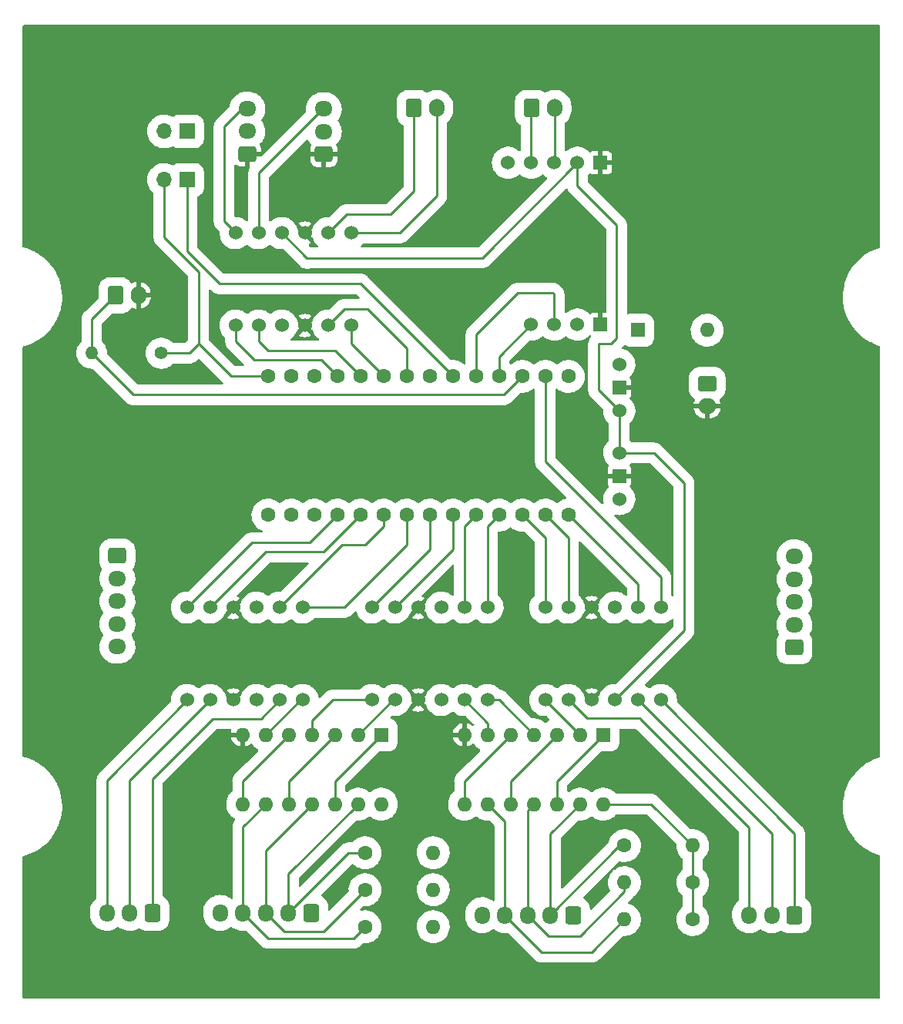
<source format=gtl>
%TF.GenerationSoftware,KiCad,Pcbnew,6.0.11-2627ca5db0~126~ubuntu20.04.1*%
%TF.CreationDate,2023-02-22T16:00:46-05:00*%
%TF.ProjectId,ScooterBLDCMotorController,53636f6f-7465-4724-924c-44434d6f746f,rev?*%
%TF.SameCoordinates,Original*%
%TF.FileFunction,Copper,L1,Top*%
%TF.FilePolarity,Positive*%
%FSLAX46Y46*%
G04 Gerber Fmt 4.6, Leading zero omitted, Abs format (unit mm)*
G04 Created by KiCad (PCBNEW 6.0.11-2627ca5db0~126~ubuntu20.04.1) date 2023-02-22 16:00:46*
%MOMM*%
%LPD*%
G01*
G04 APERTURE LIST*
G04 Aperture macros list*
%AMRoundRect*
0 Rectangle with rounded corners*
0 $1 Rounding radius*
0 $2 $3 $4 $5 $6 $7 $8 $9 X,Y pos of 4 corners*
0 Add a 4 corners polygon primitive as box body*
4,1,4,$2,$3,$4,$5,$6,$7,$8,$9,$2,$3,0*
0 Add four circle primitives for the rounded corners*
1,1,$1+$1,$2,$3*
1,1,$1+$1,$4,$5*
1,1,$1+$1,$6,$7*
1,1,$1+$1,$8,$9*
0 Add four rect primitives between the rounded corners*
20,1,$1+$1,$2,$3,$4,$5,0*
20,1,$1+$1,$4,$5,$6,$7,0*
20,1,$1+$1,$6,$7,$8,$9,0*
20,1,$1+$1,$8,$9,$2,$3,0*%
G04 Aperture macros list end*
%TA.AperFunction,ComponentPad*%
%ADD10RoundRect,0.250000X0.600000X0.725000X-0.600000X0.725000X-0.600000X-0.725000X0.600000X-0.725000X0*%
%TD*%
%TA.AperFunction,ComponentPad*%
%ADD11O,1.700000X1.950000*%
%TD*%
%TA.AperFunction,ComponentPad*%
%ADD12C,1.600000*%
%TD*%
%TA.AperFunction,ComponentPad*%
%ADD13O,1.600000X1.600000*%
%TD*%
%TA.AperFunction,ComponentPad*%
%ADD14C,1.524000*%
%TD*%
%TA.AperFunction,ComponentPad*%
%ADD15R,1.524000X1.524000*%
%TD*%
%TA.AperFunction,ComponentPad*%
%ADD16RoundRect,0.250000X0.725000X-0.600000X0.725000X0.600000X-0.725000X0.600000X-0.725000X-0.600000X0*%
%TD*%
%TA.AperFunction,ComponentPad*%
%ADD17O,1.950000X1.700000*%
%TD*%
%TA.AperFunction,ComponentPad*%
%ADD18RoundRect,0.250000X-0.750000X0.600000X-0.750000X-0.600000X0.750000X-0.600000X0.750000X0.600000X0*%
%TD*%
%TA.AperFunction,ComponentPad*%
%ADD19O,2.000000X1.700000*%
%TD*%
%TA.AperFunction,ComponentPad*%
%ADD20RoundRect,0.250000X-0.600000X-0.750000X0.600000X-0.750000X0.600000X0.750000X-0.600000X0.750000X0*%
%TD*%
%TA.AperFunction,ComponentPad*%
%ADD21O,1.700000X2.000000*%
%TD*%
%TA.AperFunction,ComponentPad*%
%ADD22C,1.400000*%
%TD*%
%TA.AperFunction,ComponentPad*%
%ADD23O,1.400000X1.400000*%
%TD*%
%TA.AperFunction,ComponentPad*%
%ADD24R,1.600000X1.600000*%
%TD*%
%TA.AperFunction,ComponentPad*%
%ADD25R,1.700000X1.700000*%
%TD*%
%TA.AperFunction,ComponentPad*%
%ADD26O,1.700000X1.700000*%
%TD*%
%TA.AperFunction,ComponentPad*%
%ADD27RoundRect,0.250000X-0.725000X0.600000X-0.725000X-0.600000X0.725000X-0.600000X0.725000X0.600000X0*%
%TD*%
%TA.AperFunction,Conductor*%
%ADD28C,0.250000*%
%TD*%
G04 APERTURE END LIST*
D10*
X133310000Y-136288000D03*
D11*
X130810000Y-136288000D03*
X128310000Y-136288000D03*
X125810000Y-136288000D03*
X123310000Y-136288000D03*
D12*
X175240000Y-137016000D03*
D13*
X167740000Y-137016000D03*
D14*
X137708000Y-61578000D03*
X135168000Y-61578000D03*
X132628000Y-61578000D03*
X130088000Y-61578000D03*
X127548000Y-61578000D03*
X125008000Y-61578000D03*
X125008000Y-71738000D03*
X127548000Y-71738000D03*
X130088000Y-71738000D03*
X132628000Y-71738000D03*
X135168000Y-71738000D03*
X137708000Y-71738000D03*
D12*
X128564000Y-92566000D03*
X131104000Y-92566000D03*
X133644000Y-92566000D03*
X136184000Y-92566000D03*
X138724000Y-92566000D03*
X141264000Y-92566000D03*
X143804000Y-92566000D03*
X146344000Y-92566000D03*
X148884000Y-92566000D03*
X151424000Y-92566000D03*
X153964000Y-92566000D03*
X156504000Y-92566000D03*
X159044000Y-92566000D03*
X161584000Y-92566000D03*
X161584000Y-77326000D03*
X159044000Y-77326000D03*
X156504000Y-77326000D03*
X153964000Y-77326000D03*
X151424000Y-77326000D03*
X148884000Y-77326000D03*
X146344000Y-77326000D03*
X143804000Y-77326000D03*
X141264000Y-77326000D03*
X138724000Y-77326000D03*
X136184000Y-77326000D03*
X133644000Y-77326000D03*
X131104000Y-77326000D03*
X128564000Y-77326000D03*
D14*
X157480000Y-71628000D03*
X160020000Y-71628000D03*
X162560000Y-71628000D03*
D15*
X165100000Y-71628000D03*
X165100000Y-53848000D03*
D14*
X162560000Y-53848000D03*
X160020000Y-53848000D03*
X157480000Y-53848000D03*
X154940000Y-53848000D03*
D16*
X134700000Y-52942000D03*
D17*
X134700000Y-50442000D03*
X134700000Y-47942000D03*
D18*
X176841000Y-78108000D03*
D19*
X176841000Y-80608000D03*
D20*
X111820000Y-68419000D03*
D21*
X114320000Y-68419000D03*
D14*
X139994000Y-112886000D03*
X142534000Y-112886000D03*
X145074000Y-112886000D03*
X147614000Y-112886000D03*
X150154000Y-112886000D03*
X152694000Y-112886000D03*
X152694000Y-102726000D03*
X150154000Y-102726000D03*
X147614000Y-102726000D03*
X145074000Y-102726000D03*
X142534000Y-102726000D03*
X139994000Y-102726000D03*
D10*
X162092000Y-136525000D03*
D11*
X159592000Y-136525000D03*
X157092000Y-136525000D03*
X154592000Y-136525000D03*
X152092000Y-136525000D03*
D14*
X167172000Y-85725000D03*
D15*
X167172000Y-88265000D03*
D14*
X167172000Y-90805000D03*
D12*
X175240000Y-132952000D03*
D13*
X167740000Y-132952000D03*
D20*
X157560000Y-47845000D03*
D21*
X160060000Y-47845000D03*
D22*
X116830000Y-74786000D03*
D23*
X109210000Y-74786000D03*
D10*
X115864000Y-136271000D03*
D11*
X113364000Y-136271000D03*
X110864000Y-136271000D03*
D16*
X186419000Y-107108000D03*
D17*
X186419000Y-104608000D03*
X186419000Y-102108000D03*
X186419000Y-99608000D03*
X186419000Y-97108000D03*
D24*
X165399000Y-116706000D03*
D13*
X162859000Y-116706000D03*
X160319000Y-116706000D03*
X157779000Y-116706000D03*
X155239000Y-116706000D03*
X152699000Y-116706000D03*
X150159000Y-116706000D03*
X150159000Y-124326000D03*
X152699000Y-124326000D03*
X155239000Y-124326000D03*
X157779000Y-124326000D03*
X160319000Y-124326000D03*
X162859000Y-124326000D03*
X165399000Y-124326000D03*
D25*
X119674000Y-55736000D03*
D26*
X117134000Y-55736000D03*
D25*
X119674000Y-50402000D03*
D26*
X117134000Y-50402000D03*
D14*
X159044000Y-112886000D03*
X161584000Y-112886000D03*
X164124000Y-112886000D03*
X166664000Y-112886000D03*
X169204000Y-112886000D03*
X171744000Y-112886000D03*
X171744000Y-102726000D03*
X169204000Y-102726000D03*
X166664000Y-102726000D03*
X164124000Y-102726000D03*
X161584000Y-102726000D03*
X159044000Y-102726000D03*
X167172000Y-76056000D03*
D15*
X167172000Y-78596000D03*
D14*
X167172000Y-81136000D03*
D20*
X144586000Y-47845000D03*
D21*
X147086000Y-47845000D03*
D14*
X119674000Y-112886000D03*
X122214000Y-112886000D03*
X124754000Y-112886000D03*
X127294000Y-112886000D03*
X129834000Y-112886000D03*
X132374000Y-112886000D03*
X132374000Y-102726000D03*
X129834000Y-102726000D03*
X127294000Y-102726000D03*
X124754000Y-102726000D03*
X122214000Y-102726000D03*
X119674000Y-102726000D03*
D12*
X139232000Y-129667000D03*
D13*
X146732000Y-129667000D03*
D24*
X169204000Y-72246000D03*
D13*
X176824000Y-72246000D03*
D12*
X139232000Y-133731000D03*
D13*
X146732000Y-133731000D03*
D24*
X141015000Y-116706000D03*
D13*
X138475000Y-116706000D03*
X135935000Y-116706000D03*
X133395000Y-116706000D03*
X130855000Y-116706000D03*
X128315000Y-116706000D03*
X125775000Y-116706000D03*
X125775000Y-124326000D03*
X128315000Y-124326000D03*
X130855000Y-124326000D03*
X133395000Y-124326000D03*
X135935000Y-124326000D03*
X138475000Y-124326000D03*
X141015000Y-124326000D03*
D12*
X139232000Y-137795000D03*
D13*
X146732000Y-137795000D03*
D12*
X167740000Y-128888000D03*
D13*
X175240000Y-128888000D03*
D16*
X126301000Y-52902000D03*
D17*
X126301000Y-50402000D03*
X126301000Y-47902000D03*
D10*
X186436000Y-136525000D03*
D11*
X183936000Y-136525000D03*
X181436000Y-136525000D03*
D27*
X112014000Y-97028000D03*
D17*
X112014000Y-99528000D03*
X112014000Y-102028000D03*
X112014000Y-104528000D03*
X112014000Y-107028000D03*
D28*
X130810000Y-131991000D02*
X138475000Y-124326000D01*
X139232000Y-129667000D02*
X137431000Y-129667000D01*
X137431000Y-129667000D02*
X130810000Y-136288000D01*
X130810000Y-136288000D02*
X130810000Y-131991000D01*
X166878000Y-60706000D02*
X162560000Y-56388000D01*
X167172000Y-81136000D02*
X164886000Y-78850000D01*
X174284000Y-105266000D02*
X166664000Y-112886000D01*
X165399000Y-124326000D02*
X170678000Y-124326000D01*
X132807000Y-64297000D02*
X130088000Y-61578000D01*
X162560000Y-56388000D02*
X162560000Y-53848000D01*
X174284000Y-89027000D02*
X174284000Y-105266000D01*
X167172000Y-85725000D02*
X170982000Y-85725000D01*
X167172000Y-81136000D02*
X167172000Y-85725000D01*
X170982000Y-85725000D02*
X174284000Y-89027000D01*
X164886000Y-78850000D02*
X164886000Y-73770000D01*
X132807000Y-64297000D02*
X152111000Y-64297000D01*
X170678000Y-124326000D02*
X175240000Y-128888000D01*
X175240000Y-132952000D02*
X175240000Y-128888000D01*
X166260000Y-73770000D02*
X166878000Y-73152000D01*
X164886000Y-73770000D02*
X166260000Y-73770000D01*
X175240000Y-137016000D02*
X175240000Y-132952000D01*
X166878000Y-73152000D02*
X166878000Y-60706000D01*
X152111000Y-64297000D02*
X162560000Y-53848000D01*
X132882000Y-64372000D02*
X132807000Y-64297000D01*
X128310000Y-136288000D02*
X128310000Y-129411000D01*
X128310000Y-129411000D02*
X133395000Y-124326000D01*
X130325000Y-138303000D02*
X128310000Y-136288000D01*
X134660000Y-138303000D02*
X130325000Y-138303000D01*
X139232000Y-133731000D02*
X134660000Y-138303000D01*
X139232000Y-137795000D02*
X137962000Y-139065000D01*
X128587000Y-139065000D02*
X125810000Y-136288000D01*
X125810000Y-136288000D02*
X125810000Y-126831000D01*
X137962000Y-139065000D02*
X128587000Y-139065000D01*
X125810000Y-126831000D02*
X128315000Y-124326000D01*
X159592000Y-136525000D02*
X159592000Y-127593000D01*
X159592000Y-127593000D02*
X162859000Y-124326000D01*
X167229000Y-128888000D02*
X159592000Y-136525000D01*
X162854000Y-138811000D02*
X159378000Y-138811000D01*
X157092000Y-136525000D02*
X157092000Y-125013000D01*
X167740000Y-133925000D02*
X162854000Y-138811000D01*
X167740000Y-132952000D02*
X167740000Y-133925000D01*
X157092000Y-125013000D02*
X157779000Y-124326000D01*
X159378000Y-138811000D02*
X157092000Y-136525000D01*
X167740000Y-137016000D02*
X164167000Y-140589000D01*
X154592000Y-136525000D02*
X154592000Y-126219000D01*
X164167000Y-140589000D02*
X158656000Y-140589000D01*
X158656000Y-140589000D02*
X154592000Y-136525000D01*
X154592000Y-126219000D02*
X152699000Y-124326000D01*
X122468000Y-114935000D02*
X127785000Y-114935000D01*
X127785000Y-114935000D02*
X129834000Y-112886000D01*
X115864000Y-121539000D02*
X122468000Y-114935000D01*
X115864000Y-136271000D02*
X115864000Y-121539000D01*
X113364000Y-136271000D02*
X113364000Y-121736000D01*
X113364000Y-121736000D02*
X122214000Y-112886000D01*
X110864000Y-121696000D02*
X119674000Y-112886000D01*
X110864000Y-136271000D02*
X110864000Y-121696000D01*
X186436000Y-136525000D02*
X186436000Y-127578000D01*
X186436000Y-127578000D02*
X171744000Y-112886000D01*
X183936000Y-127618000D02*
X169204000Y-112886000D01*
X183936000Y-136525000D02*
X183936000Y-127618000D01*
X169458000Y-114918000D02*
X169458000Y-114935000D01*
X169458000Y-114935000D02*
X181436000Y-126913000D01*
X181436000Y-126913000D02*
X181436000Y-136525000D01*
X161584000Y-112886000D02*
X163616000Y-114918000D01*
X163616000Y-114918000D02*
X169458000Y-114918000D01*
X157480000Y-47925000D02*
X157480000Y-53848000D01*
X157560000Y-47845000D02*
X157480000Y-47925000D01*
X160060000Y-53808000D02*
X160020000Y-53848000D01*
X160060000Y-47845000D02*
X160060000Y-53808000D01*
X128315000Y-116706000D02*
X132135000Y-112886000D01*
X132374000Y-102726000D02*
X136946000Y-102726000D01*
X143804000Y-95868000D02*
X143804000Y-92566000D01*
X136946000Y-102726000D02*
X143804000Y-95868000D01*
X129834000Y-102726000D02*
X136692000Y-95868000D01*
X141264000Y-93836000D02*
X141264000Y-92566000D01*
X136692000Y-95868000D02*
X139232000Y-95868000D01*
X139232000Y-95868000D02*
X141264000Y-93836000D01*
X117134000Y-62086000D02*
X117134000Y-55736000D01*
X124500000Y-77326000D02*
X120944000Y-73770000D01*
X117134000Y-62086000D02*
X120944000Y-65896000D01*
X119928000Y-74786000D02*
X116830000Y-74786000D01*
X120944000Y-73770000D02*
X120944000Y-65896000D01*
X128564000Y-77326000D02*
X124500000Y-77326000D01*
X120944000Y-73770000D02*
X119928000Y-74786000D01*
X134660000Y-96630000D02*
X138724000Y-92566000D01*
X128310000Y-96630000D02*
X134660000Y-96630000D01*
X122214000Y-102726000D02*
X128310000Y-96630000D01*
X126786000Y-95614000D02*
X133136000Y-95614000D01*
X119674000Y-102726000D02*
X126786000Y-95614000D01*
X133136000Y-95614000D02*
X136184000Y-92566000D01*
X135935000Y-124326000D02*
X135935000Y-121786000D01*
X135935000Y-121786000D02*
X141015000Y-116706000D01*
X138475000Y-116706000D02*
X142295000Y-112886000D01*
X130855000Y-124326000D02*
X130855000Y-121786000D01*
X130855000Y-121786000D02*
X135935000Y-116706000D01*
X133395000Y-115167000D02*
X135676000Y-112886000D01*
X135676000Y-112886000D02*
X139994000Y-112886000D01*
X133395000Y-116706000D02*
X133395000Y-115167000D01*
X125775000Y-121786000D02*
X130855000Y-116706000D01*
X125775000Y-124326000D02*
X125775000Y-121786000D01*
X152699000Y-115431000D02*
X150154000Y-112886000D01*
X152699000Y-116706000D02*
X152699000Y-115431000D01*
X153959000Y-112886000D02*
X152694000Y-112886000D01*
X157779000Y-116706000D02*
X153959000Y-112886000D01*
X152694000Y-93836000D02*
X153964000Y-92566000D01*
X152694000Y-102726000D02*
X152694000Y-93836000D01*
X150154000Y-102726000D02*
X150154000Y-93836000D01*
X150154000Y-93836000D02*
X151424000Y-92566000D01*
X142534000Y-102726000D02*
X148884000Y-96376000D01*
X148884000Y-96376000D02*
X148884000Y-92566000D01*
X139994000Y-102726000D02*
X146344000Y-96376000D01*
X146344000Y-96376000D02*
X146344000Y-92566000D01*
X169204000Y-102726000D02*
X169204000Y-100186000D01*
X169204000Y-100186000D02*
X161584000Y-92566000D01*
X171744000Y-99424000D02*
X159044000Y-86724000D01*
X159044000Y-86724000D02*
X159044000Y-77326000D01*
X171744000Y-102726000D02*
X171744000Y-99424000D01*
X135168000Y-61578000D02*
X137200000Y-59546000D01*
X137200000Y-59546000D02*
X142026000Y-59546000D01*
X144586000Y-56986000D02*
X144586000Y-47845000D01*
X142026000Y-59546000D02*
X144586000Y-56986000D01*
X137708000Y-61578000D02*
X143042000Y-61578000D01*
X143042000Y-61578000D02*
X147106000Y-57514000D01*
X147106000Y-57514000D02*
X147086000Y-57494000D01*
X147086000Y-57494000D02*
X147086000Y-47845000D01*
X161584000Y-102726000D02*
X161584000Y-95106000D01*
X161584000Y-95106000D02*
X159044000Y-92566000D01*
X159044000Y-95106000D02*
X156504000Y-92566000D01*
X159044000Y-102726000D02*
X159044000Y-95106000D01*
X160319000Y-121786000D02*
X165399000Y-116706000D01*
X160319000Y-124326000D02*
X160319000Y-121786000D01*
X162859000Y-116706000D02*
X159044000Y-112891000D01*
X155239000Y-124326000D02*
X155239000Y-121786000D01*
X155239000Y-121786000D02*
X160319000Y-116706000D01*
X150159000Y-124326000D02*
X150159000Y-121786000D01*
X150159000Y-121786000D02*
X155239000Y-116706000D01*
X153964000Y-77326000D02*
X153964000Y-75144000D01*
X153964000Y-75144000D02*
X157480000Y-71628000D01*
X155996000Y-68182000D02*
X159876000Y-68182000D01*
X155996000Y-68182000D02*
X151424000Y-72754000D01*
X159876000Y-68182000D02*
X160020000Y-68326000D01*
X160020000Y-68326000D02*
X160020000Y-71628000D01*
X151424000Y-72754000D02*
X151424000Y-77326000D01*
X119674000Y-63610000D02*
X119674000Y-55736000D01*
X138724000Y-67166000D02*
X148884000Y-77326000D01*
X123230000Y-67166000D02*
X119674000Y-63610000D01*
X123230000Y-67166000D02*
X138724000Y-67166000D01*
X127548000Y-54974000D02*
X134580000Y-47942000D01*
X127548000Y-61578000D02*
X127548000Y-54974000D01*
X123738000Y-60308000D02*
X125008000Y-61578000D01*
X123738000Y-49894000D02*
X123738000Y-60308000D01*
X125730000Y-47902000D02*
X123738000Y-49894000D01*
X135168000Y-71738000D02*
X136946000Y-69960000D01*
X139486000Y-69960000D02*
X143804000Y-74278000D01*
X143804000Y-74278000D02*
X143804000Y-77326000D01*
X136946000Y-69960000D02*
X139486000Y-69960000D01*
X137708000Y-73770000D02*
X141264000Y-77326000D01*
X137708000Y-71738000D02*
X137708000Y-73770000D01*
X127548000Y-73516000D02*
X127548000Y-71738000D01*
X128564000Y-74532000D02*
X127548000Y-73516000D01*
X135930000Y-74532000D02*
X128564000Y-74532000D01*
X138724000Y-77326000D02*
X135930000Y-74532000D01*
X134406000Y-75548000D02*
X127040000Y-75548000D01*
X127040000Y-75548000D02*
X125008000Y-73516000D01*
X125008000Y-73516000D02*
X125008000Y-71738000D01*
X136184000Y-77326000D02*
X134406000Y-75548000D01*
X109210000Y-71029000D02*
X111820000Y-68419000D01*
X113782000Y-79358000D02*
X109210000Y-74786000D01*
X154472000Y-79358000D02*
X113782000Y-79358000D01*
X156504000Y-77326000D02*
X154472000Y-79358000D01*
X109210000Y-74786000D02*
X109210000Y-71029000D01*
%TA.AperFunction,Conductor*%
G36*
X195784276Y-38739502D02*
G01*
X195830769Y-38793158D01*
X195842155Y-38845507D01*
X195840887Y-63089919D01*
X195820881Y-63158038D01*
X195767223Y-63204528D01*
X195751305Y-63210534D01*
X195740829Y-63213697D01*
X195500521Y-63286250D01*
X195064017Y-63459074D01*
X194643505Y-63667818D01*
X194241935Y-63911018D01*
X194239803Y-63912567D01*
X194239800Y-63912569D01*
X193864269Y-64185407D01*
X193864260Y-64185414D01*
X193862124Y-64186966D01*
X193686639Y-64338441D01*
X193508728Y-64492009D01*
X193508721Y-64492016D01*
X193506736Y-64493729D01*
X193178264Y-64829154D01*
X192879011Y-65190889D01*
X192611077Y-65576396D01*
X192376341Y-65982970D01*
X192176449Y-66407762D01*
X192175527Y-66410242D01*
X192175525Y-66410246D01*
X192165439Y-66437366D01*
X192012804Y-66847789D01*
X191954208Y-67057659D01*
X191895619Y-67267502D01*
X191886554Y-67299968D01*
X191798583Y-67761124D01*
X191793849Y-67806164D01*
X191751718Y-68207021D01*
X191749510Y-68228025D01*
X191745244Y-68431697D01*
X191739755Y-68693733D01*
X191739678Y-68697394D01*
X191749062Y-68846539D01*
X191767860Y-69145318D01*
X191769157Y-69165940D01*
X191837739Y-69630376D01*
X191838340Y-69632937D01*
X191838341Y-69632944D01*
X191865284Y-69747815D01*
X191944943Y-70087444D01*
X191945759Y-70089955D01*
X191945760Y-70089959D01*
X192089202Y-70531427D01*
X192090018Y-70533938D01*
X192091039Y-70536366D01*
X192091039Y-70536367D01*
X192105388Y-70570501D01*
X192271946Y-70966728D01*
X192273166Y-70969061D01*
X192273168Y-70969066D01*
X192484581Y-71373461D01*
X192489450Y-71382775D01*
X192490864Y-71385003D01*
X192739582Y-71776921D01*
X192739588Y-71776930D01*
X192741006Y-71779164D01*
X192742605Y-71781271D01*
X192742606Y-71781272D01*
X193003807Y-72125391D01*
X193024849Y-72153113D01*
X193338987Y-72501999D01*
X193340908Y-72503803D01*
X193340912Y-72503807D01*
X193350855Y-72513144D01*
X193681217Y-72823374D01*
X194049140Y-73114986D01*
X194051329Y-73116440D01*
X194051334Y-73116444D01*
X194437981Y-73373332D01*
X194437987Y-73373336D01*
X194440173Y-73374788D01*
X194734923Y-73536828D01*
X194849098Y-73599596D01*
X194851575Y-73600958D01*
X194853985Y-73602031D01*
X195273436Y-73788783D01*
X195280459Y-73791910D01*
X195502139Y-73869107D01*
X195721342Y-73945441D01*
X195721347Y-73945442D01*
X195723818Y-73946303D01*
X195726347Y-73946952D01*
X195726379Y-73946962D01*
X195745648Y-73951909D01*
X195806654Y-73988223D01*
X195838343Y-74051755D01*
X195840313Y-74073953D01*
X195838792Y-103143990D01*
X195837958Y-119090804D01*
X195817952Y-119158923D01*
X195764294Y-119205413D01*
X195748384Y-119211416D01*
X195500521Y-119286250D01*
X195064017Y-119459074D01*
X194643505Y-119667818D01*
X194241935Y-119911018D01*
X194239803Y-119912567D01*
X194239800Y-119912569D01*
X193864269Y-120185407D01*
X193864260Y-120185414D01*
X193862124Y-120186966D01*
X193686639Y-120338441D01*
X193508728Y-120492009D01*
X193508721Y-120492016D01*
X193506736Y-120493729D01*
X193178264Y-120829154D01*
X193176591Y-120831177D01*
X193176585Y-120831183D01*
X193086223Y-120940412D01*
X192879011Y-121190889D01*
X192611077Y-121576396D01*
X192376341Y-121982970D01*
X192176449Y-122407762D01*
X192175527Y-122410242D01*
X192175525Y-122410246D01*
X192013724Y-122845315D01*
X192012804Y-122847789D01*
X191950048Y-123072556D01*
X191890229Y-123286807D01*
X191886554Y-123299968D01*
X191798583Y-123761124D01*
X191794696Y-123798109D01*
X191774101Y-123994060D01*
X191749510Y-124228025D01*
X191739678Y-124697394D01*
X191769157Y-125165940D01*
X191837739Y-125630376D01*
X191944943Y-126087444D01*
X191945759Y-126089955D01*
X191945760Y-126089959D01*
X192063676Y-126452865D01*
X192090018Y-126533938D01*
X192271946Y-126966728D01*
X192273166Y-126969061D01*
X192273168Y-126969066D01*
X192482861Y-127370171D01*
X192489450Y-127382775D01*
X192490864Y-127385003D01*
X192739582Y-127776921D01*
X192739588Y-127776930D01*
X192741006Y-127779164D01*
X192742605Y-127781271D01*
X192742606Y-127781272D01*
X192993101Y-128111286D01*
X193024849Y-128153113D01*
X193338987Y-128501999D01*
X193340908Y-128503803D01*
X193340912Y-128503807D01*
X193431957Y-128589304D01*
X193681217Y-128823374D01*
X194049140Y-129114986D01*
X194051329Y-129116440D01*
X194051334Y-129116444D01*
X194437981Y-129373332D01*
X194437987Y-129373336D01*
X194440173Y-129374788D01*
X194851575Y-129600958D01*
X195280459Y-129791910D01*
X195723818Y-129946303D01*
X195740261Y-129950525D01*
X195742719Y-129951156D01*
X195803725Y-129987470D01*
X195835414Y-130051003D01*
X195837384Y-130073202D01*
X195836775Y-141710637D01*
X195836574Y-145558507D01*
X195816568Y-145626626D01*
X195762910Y-145673116D01*
X195710574Y-145684500D01*
X101733744Y-145684500D01*
X101665623Y-145664498D01*
X101619130Y-145610842D01*
X101607744Y-145558493D01*
X101608221Y-136464223D01*
X109013500Y-136464223D01*
X109013665Y-136466491D01*
X109013665Y-136466503D01*
X109018827Y-136537643D01*
X109027984Y-136663846D01*
X109028968Y-136668301D01*
X109028968Y-136668304D01*
X109055706Y-136789408D01*
X109085880Y-136926080D01*
X109133452Y-137051645D01*
X109155749Y-137110495D01*
X109181025Y-137177211D01*
X109311426Y-137411976D01*
X109338574Y-137447549D01*
X109464823Y-137612974D01*
X109474350Y-137625458D01*
X109666386Y-137813185D01*
X109690538Y-137830765D01*
X109867012Y-137959217D01*
X109883509Y-137971225D01*
X109957914Y-138010371D01*
X110117132Y-138094140D01*
X110117138Y-138094143D01*
X110121172Y-138096265D01*
X110125477Y-138097785D01*
X110125481Y-138097787D01*
X110350361Y-138177200D01*
X110374397Y-138185688D01*
X110460648Y-138202688D01*
X110633406Y-138236739D01*
X110633412Y-138236740D01*
X110637878Y-138237620D01*
X110642431Y-138237847D01*
X110642434Y-138237847D01*
X110901526Y-138250745D01*
X110901532Y-138250745D01*
X110906095Y-138250972D01*
X111173431Y-138225466D01*
X111177865Y-138224381D01*
X111177871Y-138224380D01*
X111429851Y-138162721D01*
X111434285Y-138161636D01*
X111438511Y-138159924D01*
X111438515Y-138159923D01*
X111678963Y-138062531D01*
X111678964Y-138062531D01*
X111683192Y-138060818D01*
X111914938Y-137925125D01*
X112032930Y-137830765D01*
X112098622Y-137803841D01*
X112168443Y-137816707D01*
X112185772Y-137827296D01*
X112190538Y-137830765D01*
X112367012Y-137959217D01*
X112383509Y-137971225D01*
X112457914Y-138010371D01*
X112617132Y-138094140D01*
X112617138Y-138094143D01*
X112621172Y-138096265D01*
X112625477Y-138097785D01*
X112625481Y-138097787D01*
X112850361Y-138177200D01*
X112874397Y-138185688D01*
X112960648Y-138202688D01*
X113133406Y-138236739D01*
X113133412Y-138236740D01*
X113137878Y-138237620D01*
X113142431Y-138237847D01*
X113142434Y-138237847D01*
X113401526Y-138250745D01*
X113401532Y-138250745D01*
X113406095Y-138250972D01*
X113673431Y-138225466D01*
X113677865Y-138224381D01*
X113677871Y-138224380D01*
X113929851Y-138162721D01*
X113934285Y-138161636D01*
X113938511Y-138159924D01*
X113938515Y-138159923D01*
X114178963Y-138062531D01*
X114178964Y-138062531D01*
X114183192Y-138060818D01*
X114303544Y-137990349D01*
X114342556Y-137967507D01*
X114411448Y-137950347D01*
X114478131Y-137972774D01*
X114634275Y-138081297D01*
X114641925Y-138086614D01*
X114768085Y-138144374D01*
X114839782Y-138177200D01*
X114839784Y-138177201D01*
X114844887Y-138179537D01*
X115061098Y-138235051D01*
X115125232Y-138240267D01*
X115199311Y-138246293D01*
X115199323Y-138246293D01*
X115201862Y-138246500D01*
X116526138Y-138246500D01*
X116528677Y-138246293D01*
X116528689Y-138246293D01*
X116602768Y-138240267D01*
X116666902Y-138235051D01*
X116883113Y-138179537D01*
X116888216Y-138177201D01*
X116888218Y-138177200D01*
X116959915Y-138144374D01*
X117086075Y-138086614D01*
X117090681Y-138083413D01*
X117264767Y-137962420D01*
X117264769Y-137962418D01*
X117269375Y-137959217D01*
X117427217Y-137801375D01*
X117453089Y-137764151D01*
X117551413Y-137622681D01*
X117551414Y-137622679D01*
X117554614Y-137618075D01*
X117615024Y-137486127D01*
X117645200Y-137420218D01*
X117645201Y-137420216D01*
X117647537Y-137415113D01*
X117703051Y-137198902D01*
X117710242Y-137110495D01*
X117714293Y-137060689D01*
X117714293Y-137060677D01*
X117714500Y-137058138D01*
X117714500Y-135483862D01*
X117713853Y-135475898D01*
X117706428Y-135384617D01*
X117703051Y-135343098D01*
X117647537Y-135126887D01*
X117623411Y-135074190D01*
X117590173Y-135001593D01*
X117554614Y-134923925D01*
X117519726Y-134873728D01*
X117430420Y-134745233D01*
X117430418Y-134745231D01*
X117427217Y-134740625D01*
X117269375Y-134582783D01*
X117264769Y-134579582D01*
X117264767Y-134579580D01*
X117090681Y-134458587D01*
X117090679Y-134458586D01*
X117086075Y-134455386D01*
X117063049Y-134444844D01*
X117009438Y-134398300D01*
X116989500Y-134330280D01*
X116989500Y-122057388D01*
X117009502Y-121989267D01*
X117026405Y-121968293D01*
X122022176Y-116972522D01*
X124492273Y-116972522D01*
X124539764Y-117149761D01*
X124543510Y-117160053D01*
X124635586Y-117357511D01*
X124641069Y-117367007D01*
X124766028Y-117545467D01*
X124773084Y-117553875D01*
X124927125Y-117707916D01*
X124935533Y-117714972D01*
X125113993Y-117839931D01*
X125123489Y-117845414D01*
X125320947Y-117937490D01*
X125331239Y-117941236D01*
X125503503Y-117987394D01*
X125517599Y-117987058D01*
X125521000Y-117979116D01*
X125521000Y-116978115D01*
X125516525Y-116962876D01*
X125515135Y-116961671D01*
X125507452Y-116960000D01*
X124507033Y-116960000D01*
X124493502Y-116963973D01*
X124492273Y-116972522D01*
X122022176Y-116972522D01*
X122897293Y-116097405D01*
X122959605Y-116063379D01*
X122986388Y-116060500D01*
X124435003Y-116060500D01*
X124503124Y-116080502D01*
X124549617Y-116134158D01*
X124559721Y-116204432D01*
X124549197Y-116239752D01*
X124543510Y-116251947D01*
X124539764Y-116262239D01*
X124493606Y-116434503D01*
X124493942Y-116448599D01*
X124501884Y-116452000D01*
X125903000Y-116452000D01*
X125971121Y-116472002D01*
X126017614Y-116525658D01*
X126029000Y-116578000D01*
X126029000Y-117973967D01*
X126032973Y-117987498D01*
X126041522Y-117988727D01*
X126218761Y-117941236D01*
X126229053Y-117937490D01*
X126426511Y-117845414D01*
X126436007Y-117839931D01*
X126614467Y-117714972D01*
X126622875Y-117707916D01*
X126630469Y-117700322D01*
X126692781Y-117666296D01*
X126763596Y-117671361D01*
X126820522Y-117714028D01*
X126948288Y-117885127D01*
X126952335Y-117890547D01*
X126955642Y-117893825D01*
X126955647Y-117893831D01*
X127131143Y-118067801D01*
X127142390Y-118078950D01*
X127358205Y-118237192D01*
X127362340Y-118239368D01*
X127362344Y-118239370D01*
X127451825Y-118286448D01*
X127502797Y-118335867D01*
X127518960Y-118405000D01*
X127495181Y-118471896D01*
X127482252Y-118487051D01*
X126185354Y-119783948D01*
X125053891Y-120915411D01*
X125045473Y-120922519D01*
X125045661Y-120922737D01*
X125041115Y-120926661D01*
X125036230Y-120930126D01*
X125032091Y-120934449D01*
X125032087Y-120934453D01*
X124971108Y-120998153D01*
X124969185Y-121000117D01*
X124941205Y-121028097D01*
X124939294Y-121030410D01*
X124939293Y-121030412D01*
X124936364Y-121033958D01*
X124930241Y-121040843D01*
X124887716Y-121085265D01*
X124884461Y-121090306D01*
X124869201Y-121113940D01*
X124860512Y-121125813D01*
X124838779Y-121152130D01*
X124822865Y-121181258D01*
X124809296Y-121206093D01*
X124804585Y-121214012D01*
X124771218Y-121265689D01*
X124768976Y-121271253D01*
X124768973Y-121271258D01*
X124758462Y-121297340D01*
X124752169Y-121310652D01*
X124738687Y-121335329D01*
X124735807Y-121340601D01*
X124722928Y-121380836D01*
X124717056Y-121399179D01*
X124713925Y-121407852D01*
X124690939Y-121464887D01*
X124689790Y-121470771D01*
X124684398Y-121498380D01*
X124680736Y-121512641D01*
X124670332Y-121545144D01*
X124666838Y-121574231D01*
X124662996Y-121606211D01*
X124661559Y-121615331D01*
X124660449Y-121621017D01*
X124649776Y-121675671D01*
X124649500Y-121681314D01*
X124649500Y-121711017D01*
X124648601Y-121726044D01*
X124644717Y-121758377D01*
X124645140Y-121764352D01*
X124645140Y-121764356D01*
X124649185Y-121821477D01*
X124649500Y-121830377D01*
X124649500Y-122860653D01*
X124629498Y-122928774D01*
X124607402Y-122954655D01*
X124476197Y-123071760D01*
X124305075Y-123277512D01*
X124302652Y-123281505D01*
X124174796Y-123492205D01*
X124166244Y-123506298D01*
X124164437Y-123510606D01*
X124164437Y-123510607D01*
X124128352Y-123596661D01*
X124062755Y-123753091D01*
X124061604Y-123757623D01*
X124061603Y-123757626D01*
X124000884Y-123996709D01*
X123996881Y-124012470D01*
X123970070Y-124278736D01*
X123982909Y-124546041D01*
X124035118Y-124808512D01*
X124125549Y-125060383D01*
X124127765Y-125064507D01*
X124195982Y-125191465D01*
X124252215Y-125296121D01*
X124255010Y-125299864D01*
X124255012Y-125299867D01*
X124395801Y-125488405D01*
X124412335Y-125510547D01*
X124415642Y-125513825D01*
X124415647Y-125513831D01*
X124591143Y-125687801D01*
X124602390Y-125698950D01*
X124818205Y-125857192D01*
X124913585Y-125907374D01*
X124964556Y-125956792D01*
X124980719Y-126025924D01*
X124956940Y-126092820D01*
X124945934Y-126106011D01*
X124926866Y-126125929D01*
X124926862Y-126125934D01*
X124922716Y-126130265D01*
X124907916Y-126153187D01*
X124904201Y-126158940D01*
X124895512Y-126170813D01*
X124873779Y-126197130D01*
X124870905Y-126202391D01*
X124844296Y-126251093D01*
X124839585Y-126259012D01*
X124806218Y-126310689D01*
X124803976Y-126316253D01*
X124803973Y-126316258D01*
X124793462Y-126342340D01*
X124787169Y-126355652D01*
X124773687Y-126380329D01*
X124770807Y-126385601D01*
X124768978Y-126391316D01*
X124752056Y-126444179D01*
X124748925Y-126452852D01*
X124725939Y-126509887D01*
X124724790Y-126515771D01*
X124719398Y-126543380D01*
X124715736Y-126557641D01*
X124705332Y-126590144D01*
X124700433Y-126630926D01*
X124697996Y-126651211D01*
X124696559Y-126660331D01*
X124691703Y-126685198D01*
X124684776Y-126720671D01*
X124684500Y-126726314D01*
X124684500Y-126756017D01*
X124683601Y-126771044D01*
X124679717Y-126803377D01*
X124680140Y-126809352D01*
X124680140Y-126809356D01*
X124684185Y-126866477D01*
X124684500Y-126875377D01*
X124684500Y-134627011D01*
X124664498Y-134695132D01*
X124610842Y-134741625D01*
X124540568Y-134751729D01*
X124484351Y-134728883D01*
X124354497Y-134634364D01*
X124294183Y-134590462D01*
X124294180Y-134590460D01*
X124290491Y-134587775D01*
X124177525Y-134528341D01*
X124056868Y-134464860D01*
X124056862Y-134464857D01*
X124052828Y-134462735D01*
X124048523Y-134461215D01*
X124048519Y-134461213D01*
X123803916Y-134374835D01*
X123803915Y-134374835D01*
X123799603Y-134373312D01*
X123651044Y-134344031D01*
X123540594Y-134322261D01*
X123540588Y-134322260D01*
X123536122Y-134321380D01*
X123531569Y-134321153D01*
X123531566Y-134321153D01*
X123272474Y-134308255D01*
X123272468Y-134308255D01*
X123267905Y-134308028D01*
X123000569Y-134333534D01*
X122996135Y-134334619D01*
X122996129Y-134334620D01*
X122784309Y-134386452D01*
X122739715Y-134397364D01*
X122735489Y-134399076D01*
X122735485Y-134399077D01*
X122495037Y-134496469D01*
X122490808Y-134498182D01*
X122259062Y-134633875D01*
X122158452Y-134714335D01*
X122056849Y-134795589D01*
X122049331Y-134801601D01*
X121866009Y-134997846D01*
X121849372Y-135021828D01*
X121715539Y-135214746D01*
X121715536Y-135214751D01*
X121712936Y-135218499D01*
X121710904Y-135222584D01*
X121710902Y-135222587D01*
X121657427Y-135330077D01*
X121593320Y-135458938D01*
X121591899Y-135463272D01*
X121591898Y-135463275D01*
X121514206Y-135700275D01*
X121509665Y-135714126D01*
X121508885Y-135718617D01*
X121508885Y-135718618D01*
X121465670Y-135967512D01*
X121463724Y-135978717D01*
X121463533Y-135982554D01*
X121460425Y-136044996D01*
X121459500Y-136063567D01*
X121459500Y-136481223D01*
X121459665Y-136483491D01*
X121459665Y-136483503D01*
X121463820Y-136540760D01*
X121473984Y-136680846D01*
X121474968Y-136685301D01*
X121474968Y-136685304D01*
X121528127Y-136926080D01*
X121531880Y-136943080D01*
X121558611Y-137013635D01*
X121619982Y-137175620D01*
X121627025Y-137194211D01*
X121670048Y-137271666D01*
X121746704Y-137409672D01*
X121757426Y-137428976D01*
X121775686Y-137452902D01*
X121916794Y-137637798D01*
X121920350Y-137642458D01*
X122112386Y-137830185D01*
X122116075Y-137832870D01*
X122309072Y-137973349D01*
X122329509Y-137988225D01*
X122389193Y-138019626D01*
X122563132Y-138111140D01*
X122563138Y-138111143D01*
X122567172Y-138113265D01*
X122571477Y-138114785D01*
X122571481Y-138114787D01*
X122760213Y-138181435D01*
X122820397Y-138202688D01*
X122947694Y-138227778D01*
X123079406Y-138253739D01*
X123079412Y-138253740D01*
X123083878Y-138254620D01*
X123088431Y-138254847D01*
X123088434Y-138254847D01*
X123347526Y-138267745D01*
X123347532Y-138267745D01*
X123352095Y-138267972D01*
X123619431Y-138242466D01*
X123623865Y-138241381D01*
X123623871Y-138241380D01*
X123875851Y-138179721D01*
X123880285Y-138178636D01*
X123884511Y-138176924D01*
X123884515Y-138176923D01*
X124124963Y-138079531D01*
X124124964Y-138079531D01*
X124129192Y-138077818D01*
X124360938Y-137942125D01*
X124478930Y-137847765D01*
X124544622Y-137820841D01*
X124614443Y-137833707D01*
X124631772Y-137844296D01*
X124677436Y-137877534D01*
X124809072Y-137973349D01*
X124829509Y-137988225D01*
X124889193Y-138019626D01*
X125063132Y-138111140D01*
X125063138Y-138111143D01*
X125067172Y-138113265D01*
X125071477Y-138114785D01*
X125071481Y-138114787D01*
X125260213Y-138181435D01*
X125320397Y-138202688D01*
X125447694Y-138227778D01*
X125579406Y-138253739D01*
X125579412Y-138253740D01*
X125583878Y-138254620D01*
X125588431Y-138254847D01*
X125588434Y-138254847D01*
X125847526Y-138267745D01*
X125847532Y-138267745D01*
X125852095Y-138267972D01*
X126109033Y-138243458D01*
X126178745Y-138256899D01*
X126210095Y-138279793D01*
X127716411Y-139786109D01*
X127723519Y-139794527D01*
X127723737Y-139794339D01*
X127727661Y-139798885D01*
X127731126Y-139803770D01*
X127735449Y-139807909D01*
X127735453Y-139807913D01*
X127799153Y-139868892D01*
X127801117Y-139870815D01*
X127829097Y-139898795D01*
X127831410Y-139900706D01*
X127831412Y-139900707D01*
X127834958Y-139903636D01*
X127841843Y-139909759D01*
X127886265Y-139952284D01*
X127891306Y-139955539D01*
X127914940Y-139970799D01*
X127926813Y-139979488D01*
X127953130Y-140001221D01*
X127985995Y-140019177D01*
X128007093Y-140030704D01*
X128015012Y-140035415D01*
X128066689Y-140068782D01*
X128072253Y-140071024D01*
X128072258Y-140071027D01*
X128098340Y-140081538D01*
X128111652Y-140087831D01*
X128136329Y-140101313D01*
X128136332Y-140101314D01*
X128141601Y-140104193D01*
X128200179Y-140122944D01*
X128208852Y-140126075D01*
X128265887Y-140149061D01*
X128299380Y-140155602D01*
X128313641Y-140159264D01*
X128340435Y-140167841D01*
X128340439Y-140167842D01*
X128346144Y-140169668D01*
X128386926Y-140174567D01*
X128407211Y-140177004D01*
X128416331Y-140178441D01*
X128458303Y-140186637D01*
X128476671Y-140190224D01*
X128482314Y-140190500D01*
X128512017Y-140190500D01*
X128527045Y-140191399D01*
X128553430Y-140194569D01*
X128553434Y-140194569D01*
X128559377Y-140195283D01*
X128565352Y-140194860D01*
X128565356Y-140194860D01*
X128622477Y-140190815D01*
X128631377Y-140190500D01*
X137856303Y-140190500D01*
X137867280Y-140191427D01*
X137867301Y-140191139D01*
X137873278Y-140191578D01*
X137879195Y-140192584D01*
X137973330Y-140190530D01*
X137976079Y-140190500D01*
X138015664Y-140190500D01*
X138023216Y-140189779D01*
X138032424Y-140189240D01*
X138057099Y-140188702D01*
X138087916Y-140188030D01*
X138087919Y-140188030D01*
X138093910Y-140187899D01*
X138099771Y-140186637D01*
X138099772Y-140186637D01*
X138127267Y-140180717D01*
X138141822Y-140178463D01*
X138142053Y-140178441D01*
X138175795Y-140175222D01*
X138181543Y-140173536D01*
X138181552Y-140173534D01*
X138234813Y-140157909D01*
X138243760Y-140155637D01*
X138258897Y-140152378D01*
X138303866Y-140142696D01*
X138335270Y-140129334D01*
X138349111Y-140124378D01*
X138381876Y-140114765D01*
X138436549Y-140086607D01*
X138444894Y-140082688D01*
X138477576Y-140068782D01*
X138495971Y-140060955D01*
X138495974Y-140060953D01*
X138501486Y-140058608D01*
X138506461Y-140055259D01*
X138529797Y-140039549D01*
X138542470Y-140032054D01*
X138567472Y-140019177D01*
X138567474Y-140019176D01*
X138572807Y-140016429D01*
X138597024Y-139997406D01*
X138621171Y-139978439D01*
X138628635Y-139973007D01*
X138675873Y-139941204D01*
X138675878Y-139941200D01*
X138679639Y-139938668D01*
X138683825Y-139934873D01*
X138704831Y-139913867D01*
X138716093Y-139903876D01*
X138736980Y-139887469D01*
X138741698Y-139883763D01*
X138783160Y-139835982D01*
X138789231Y-139829467D01*
X138990702Y-139627996D01*
X139053014Y-139593970D01*
X139084743Y-139591188D01*
X139290344Y-139599266D01*
X139290350Y-139599266D01*
X139295013Y-139599449D01*
X139389272Y-139589126D01*
X139556382Y-139570825D01*
X139556387Y-139570824D01*
X139561035Y-139570315D01*
X139676567Y-139539898D01*
X139815309Y-139503370D01*
X139819829Y-139502180D01*
X139944501Y-139448617D01*
X140061407Y-139398391D01*
X140061410Y-139398389D01*
X140065710Y-139396542D01*
X140069690Y-139394079D01*
X140069694Y-139394077D01*
X140289302Y-139258179D01*
X140289306Y-139258176D01*
X140293275Y-139255720D01*
X140307010Y-139244092D01*
X140493960Y-139085828D01*
X140493961Y-139085827D01*
X140497526Y-139082809D01*
X140591365Y-138975807D01*
X140670894Y-138885122D01*
X140670898Y-138885117D01*
X140673976Y-138881607D01*
X140713432Y-138820266D01*
X140816219Y-138660465D01*
X140816222Y-138660460D01*
X140818747Y-138656534D01*
X140928661Y-138412534D01*
X140936239Y-138385663D01*
X141000032Y-138159473D01*
X141000033Y-138159470D01*
X141001302Y-138154969D01*
X141019103Y-138015041D01*
X141034677Y-137892625D01*
X141034677Y-137892621D01*
X141035075Y-137889495D01*
X141035255Y-137882644D01*
X141036536Y-137833707D01*
X141037549Y-137795000D01*
X141034384Y-137752408D01*
X141034037Y-137747736D01*
X144927070Y-137747736D01*
X144927294Y-137752403D01*
X144927294Y-137752408D01*
X144932743Y-137865842D01*
X144939909Y-138015041D01*
X144992118Y-138277512D01*
X144993698Y-138281912D01*
X144993698Y-138281913D01*
X145004684Y-138312511D01*
X145082549Y-138529383D01*
X145084765Y-138533507D01*
X145185688Y-138721334D01*
X145209215Y-138765121D01*
X145212010Y-138768864D01*
X145212012Y-138768867D01*
X145296199Y-138881607D01*
X145369335Y-138979547D01*
X145372642Y-138982825D01*
X145372647Y-138982831D01*
X145556074Y-139164663D01*
X145559390Y-139167950D01*
X145775205Y-139326192D01*
X145779340Y-139328368D01*
X145779344Y-139328370D01*
X145908918Y-139396542D01*
X146012039Y-139450797D01*
X146016458Y-139452340D01*
X146260273Y-139537484D01*
X146260279Y-139537486D01*
X146264690Y-139539026D01*
X146527606Y-139588943D01*
X146654616Y-139593933D01*
X146790345Y-139599266D01*
X146790350Y-139599266D01*
X146795013Y-139599449D01*
X146889272Y-139589126D01*
X147056382Y-139570825D01*
X147056387Y-139570824D01*
X147061035Y-139570315D01*
X147176567Y-139539898D01*
X147315309Y-139503370D01*
X147319829Y-139502180D01*
X147444501Y-139448617D01*
X147561407Y-139398391D01*
X147561410Y-139398389D01*
X147565710Y-139396542D01*
X147569690Y-139394079D01*
X147569694Y-139394077D01*
X147789302Y-139258179D01*
X147789306Y-139258176D01*
X147793275Y-139255720D01*
X147807010Y-139244092D01*
X147993960Y-139085828D01*
X147993961Y-139085827D01*
X147997526Y-139082809D01*
X148091365Y-138975807D01*
X148170894Y-138885122D01*
X148170898Y-138885117D01*
X148173976Y-138881607D01*
X148213432Y-138820266D01*
X148316219Y-138660465D01*
X148316222Y-138660460D01*
X148318747Y-138656534D01*
X148428661Y-138412534D01*
X148436239Y-138385663D01*
X148500032Y-138159473D01*
X148500033Y-138159470D01*
X148501302Y-138154969D01*
X148519103Y-138015041D01*
X148534677Y-137892625D01*
X148534677Y-137892621D01*
X148535075Y-137889495D01*
X148535255Y-137882644D01*
X148536536Y-137833707D01*
X148537549Y-137795000D01*
X148534384Y-137752408D01*
X148518064Y-137532788D01*
X148518063Y-137532784D01*
X148517717Y-137528123D01*
X148507161Y-137481470D01*
X148468266Y-137309583D01*
X148458655Y-137267109D01*
X148456364Y-137261218D01*
X148363355Y-137022044D01*
X148363354Y-137022042D01*
X148361662Y-137017691D01*
X148228868Y-136785350D01*
X148063190Y-136575189D01*
X147868269Y-136391825D01*
X147648385Y-136239286D01*
X147608373Y-136219554D01*
X147412559Y-136122989D01*
X147412556Y-136122988D01*
X147408371Y-136120924D01*
X147153497Y-136039338D01*
X146975857Y-136010408D01*
X146893976Y-135997073D01*
X146893975Y-135997073D01*
X146889364Y-135996322D01*
X146755569Y-135994570D01*
X146626451Y-135992880D01*
X146626448Y-135992880D01*
X146621774Y-135992819D01*
X146356605Y-136028907D01*
X146352118Y-136030215D01*
X146352117Y-136030215D01*
X146290629Y-136048137D01*
X146099683Y-136103792D01*
X146095430Y-136105752D01*
X146095429Y-136105753D01*
X146043512Y-136129687D01*
X145856652Y-136215831D01*
X145852743Y-136218394D01*
X145636764Y-136359996D01*
X145636759Y-136360000D01*
X145632851Y-136362562D01*
X145547460Y-136438776D01*
X145499903Y-136481223D01*
X145433197Y-136540760D01*
X145262075Y-136746512D01*
X145259652Y-136750505D01*
X145130051Y-136964081D01*
X145123244Y-136975298D01*
X145121437Y-136979606D01*
X145121437Y-136979607D01*
X145031724Y-137193549D01*
X145019755Y-137222091D01*
X145018604Y-137226623D01*
X145018603Y-137226626D01*
X144962496Y-137447549D01*
X144953881Y-137481470D01*
X144927070Y-137747736D01*
X141034037Y-137747736D01*
X141018064Y-137532788D01*
X141018063Y-137532784D01*
X141017717Y-137528123D01*
X141007161Y-137481470D01*
X140968266Y-137309583D01*
X140958655Y-137267109D01*
X140956364Y-137261218D01*
X140863355Y-137022044D01*
X140863354Y-137022042D01*
X140861662Y-137017691D01*
X140728868Y-136785350D01*
X140563190Y-136575189D01*
X140368269Y-136391825D01*
X140148385Y-136239286D01*
X140108373Y-136219554D01*
X139912559Y-136122989D01*
X139912556Y-136122988D01*
X139908371Y-136120924D01*
X139653497Y-136039338D01*
X139475857Y-136010408D01*
X139393976Y-135997073D01*
X139393975Y-135997073D01*
X139389364Y-135996322D01*
X139255569Y-135994570D01*
X139126451Y-135992880D01*
X139126448Y-135992880D01*
X139121774Y-135992819D01*
X139022350Y-136006350D01*
X138861245Y-136028275D01*
X138861238Y-136028276D01*
X138856605Y-136028907D01*
X138852114Y-136030216D01*
X138781325Y-136024814D01*
X138724693Y-135981997D01*
X138700199Y-135915360D01*
X138715620Y-135846058D01*
X138736824Y-135817874D01*
X138990702Y-135563996D01*
X139053014Y-135529970D01*
X139084743Y-135527188D01*
X139290344Y-135535266D01*
X139290350Y-135535266D01*
X139295013Y-135535449D01*
X139389272Y-135525126D01*
X139556382Y-135506825D01*
X139556387Y-135506824D01*
X139561035Y-135506315D01*
X139572043Y-135503417D01*
X139815309Y-135439370D01*
X139819829Y-135438180D01*
X139953183Y-135380887D01*
X140061407Y-135334391D01*
X140061410Y-135334389D01*
X140065710Y-135332542D01*
X140069690Y-135330079D01*
X140069694Y-135330077D01*
X140289302Y-135194179D01*
X140289306Y-135194176D01*
X140293275Y-135191720D01*
X140391951Y-135108185D01*
X140493960Y-135021828D01*
X140493961Y-135021827D01*
X140497526Y-135018809D01*
X140565829Y-134940925D01*
X140670894Y-134821122D01*
X140670898Y-134821117D01*
X140673976Y-134817607D01*
X140682125Y-134804938D01*
X140816219Y-134596465D01*
X140816222Y-134596460D01*
X140818747Y-134592534D01*
X140928661Y-134348534D01*
X140968034Y-134208927D01*
X141000032Y-134095473D01*
X141000033Y-134095470D01*
X141001302Y-134090969D01*
X141008464Y-134034674D01*
X141034677Y-133828625D01*
X141034677Y-133828621D01*
X141035075Y-133825495D01*
X141035286Y-133817465D01*
X141037466Y-133734160D01*
X141037549Y-133731000D01*
X141034384Y-133688408D01*
X141034037Y-133683736D01*
X144927070Y-133683736D01*
X144939909Y-133951041D01*
X144992118Y-134213512D01*
X144993698Y-134217912D01*
X144993698Y-134217913D01*
X145011041Y-134266217D01*
X145082549Y-134465383D01*
X145101412Y-134500489D01*
X145205026Y-134693324D01*
X145209215Y-134701121D01*
X145212010Y-134704864D01*
X145212012Y-134704867D01*
X145335977Y-134870875D01*
X145369335Y-134915547D01*
X145372642Y-134918825D01*
X145372647Y-134918831D01*
X145490585Y-135035743D01*
X145559390Y-135103950D01*
X145563156Y-135106712D01*
X145563158Y-135106713D01*
X145733368Y-135231516D01*
X145775205Y-135262192D01*
X145779340Y-135264368D01*
X145779344Y-135264370D01*
X145908918Y-135332542D01*
X146012039Y-135386797D01*
X146016458Y-135388340D01*
X146260273Y-135473484D01*
X146260279Y-135473486D01*
X146264690Y-135475026D01*
X146527606Y-135524943D01*
X146654616Y-135529933D01*
X146790345Y-135535266D01*
X146790350Y-135535266D01*
X146795013Y-135535449D01*
X146889272Y-135525126D01*
X147056382Y-135506825D01*
X147056387Y-135506824D01*
X147061035Y-135506315D01*
X147072043Y-135503417D01*
X147315309Y-135439370D01*
X147319829Y-135438180D01*
X147453183Y-135380887D01*
X147561407Y-135334391D01*
X147561410Y-135334389D01*
X147565710Y-135332542D01*
X147569690Y-135330079D01*
X147569694Y-135330077D01*
X147789302Y-135194179D01*
X147789306Y-135194176D01*
X147793275Y-135191720D01*
X147891951Y-135108185D01*
X147993960Y-135021828D01*
X147993961Y-135021827D01*
X147997526Y-135018809D01*
X148065829Y-134940925D01*
X148170894Y-134821122D01*
X148170898Y-134821117D01*
X148173976Y-134817607D01*
X148182125Y-134804938D01*
X148316219Y-134596465D01*
X148316222Y-134596460D01*
X148318747Y-134592534D01*
X148428661Y-134348534D01*
X148468034Y-134208927D01*
X148500032Y-134095473D01*
X148500033Y-134095470D01*
X148501302Y-134090969D01*
X148508464Y-134034674D01*
X148534677Y-133828625D01*
X148534677Y-133828621D01*
X148535075Y-133825495D01*
X148535286Y-133817465D01*
X148537466Y-133734160D01*
X148537549Y-133731000D01*
X148534384Y-133688408D01*
X148518064Y-133468788D01*
X148518063Y-133468784D01*
X148517717Y-133464123D01*
X148507161Y-133417470D01*
X148459686Y-133207666D01*
X148458655Y-133203109D01*
X148456962Y-133198755D01*
X148363355Y-132958044D01*
X148363354Y-132958042D01*
X148361662Y-132953691D01*
X148228868Y-132721350D01*
X148063190Y-132511189D01*
X147868269Y-132327825D01*
X147648385Y-132175286D01*
X147638954Y-132170635D01*
X147412559Y-132058989D01*
X147412556Y-132058988D01*
X147408371Y-132056924D01*
X147327154Y-132030926D01*
X147280934Y-132016131D01*
X147153497Y-131975338D01*
X146975857Y-131946408D01*
X146893976Y-131933073D01*
X146893975Y-131933073D01*
X146889364Y-131932322D01*
X146755569Y-131930570D01*
X146626451Y-131928880D01*
X146626448Y-131928880D01*
X146621774Y-131928819D01*
X146356605Y-131964907D01*
X146352118Y-131966215D01*
X146352117Y-131966215D01*
X146286374Y-131985377D01*
X146099683Y-132039792D01*
X146095430Y-132041752D01*
X146095429Y-132041753D01*
X146043512Y-132065687D01*
X145856652Y-132151831D01*
X145852743Y-132154394D01*
X145636764Y-132295996D01*
X145636759Y-132296000D01*
X145632851Y-132298562D01*
X145547460Y-132374776D01*
X145472964Y-132441267D01*
X145433197Y-132476760D01*
X145262075Y-132682512D01*
X145259652Y-132686505D01*
X145130051Y-132900081D01*
X145123244Y-132911298D01*
X145121437Y-132915606D01*
X145121437Y-132915607D01*
X145065239Y-133049625D01*
X145019755Y-133158091D01*
X145018604Y-133162623D01*
X145018603Y-133162626D01*
X144960925Y-133389733D01*
X144953881Y-133417470D01*
X144927070Y-133683736D01*
X141034037Y-133683736D01*
X141018064Y-133468788D01*
X141018063Y-133468784D01*
X141017717Y-133464123D01*
X141007161Y-133417470D01*
X140959686Y-133207666D01*
X140958655Y-133203109D01*
X140956962Y-133198755D01*
X140863355Y-132958044D01*
X140863354Y-132958042D01*
X140861662Y-132953691D01*
X140728868Y-132721350D01*
X140563190Y-132511189D01*
X140368269Y-132327825D01*
X140148385Y-132175286D01*
X140138954Y-132170635D01*
X139912559Y-132058989D01*
X139912556Y-132058988D01*
X139908371Y-132056924D01*
X139827154Y-132030926D01*
X139780934Y-132016131D01*
X139653497Y-131975338D01*
X139475857Y-131946408D01*
X139393976Y-131933073D01*
X139393975Y-131933073D01*
X139389364Y-131932322D01*
X139255569Y-131930570D01*
X139126451Y-131928880D01*
X139126448Y-131928880D01*
X139121774Y-131928819D01*
X138856605Y-131964907D01*
X138852118Y-131966215D01*
X138852117Y-131966215D01*
X138786374Y-131985377D01*
X138599683Y-132039792D01*
X138595430Y-132041752D01*
X138595429Y-132041753D01*
X138543512Y-132065687D01*
X138356652Y-132151831D01*
X138352743Y-132154394D01*
X138136764Y-132295996D01*
X138136759Y-132296000D01*
X138132851Y-132298562D01*
X138047460Y-132374776D01*
X137972964Y-132441267D01*
X137933197Y-132476760D01*
X137762075Y-132682512D01*
X137759652Y-132686505D01*
X137630051Y-132900081D01*
X137623244Y-132911298D01*
X137621437Y-132915606D01*
X137621437Y-132915607D01*
X137565239Y-133049625D01*
X137519755Y-133158091D01*
X137518604Y-133162623D01*
X137518603Y-133162626D01*
X137460925Y-133389733D01*
X137453881Y-133417470D01*
X137427070Y-133683736D01*
X137427294Y-133688402D01*
X137427294Y-133688408D01*
X137436333Y-133876589D01*
X137419622Y-133945591D01*
X137399573Y-133971729D01*
X135375595Y-135995707D01*
X135313283Y-136029733D01*
X135242468Y-136024668D01*
X135185632Y-135982121D01*
X135160821Y-135915601D01*
X135160500Y-135906612D01*
X135160500Y-135500862D01*
X135149051Y-135360098D01*
X135093537Y-135143887D01*
X135077192Y-135108185D01*
X135036272Y-135018809D01*
X135000614Y-134940925D01*
X134988799Y-134923925D01*
X134876420Y-134762233D01*
X134876418Y-134762231D01*
X134873217Y-134757625D01*
X134715375Y-134599783D01*
X134710769Y-134596582D01*
X134710767Y-134596580D01*
X134536681Y-134475587D01*
X134536679Y-134475586D01*
X134532075Y-134472386D01*
X134480998Y-134449001D01*
X134427388Y-134402459D01*
X134407450Y-134334319D01*
X134427516Y-134266217D01*
X134444355Y-134245343D01*
X137764967Y-130924731D01*
X137827279Y-130890705D01*
X137898094Y-130895770D01*
X137942768Y-130924342D01*
X137973502Y-130954809D01*
X138059390Y-131039950D01*
X138063156Y-131042712D01*
X138063158Y-131042713D01*
X138209316Y-131149880D01*
X138275205Y-131198192D01*
X138279340Y-131200368D01*
X138279344Y-131200370D01*
X138408918Y-131268542D01*
X138512039Y-131322797D01*
X138535031Y-131330826D01*
X138760273Y-131409484D01*
X138760279Y-131409486D01*
X138764690Y-131411026D01*
X139027606Y-131460943D01*
X139154616Y-131465933D01*
X139290345Y-131471266D01*
X139290350Y-131471266D01*
X139295013Y-131471449D01*
X139390943Y-131460943D01*
X139556382Y-131442825D01*
X139556387Y-131442824D01*
X139561035Y-131442315D01*
X139676567Y-131411898D01*
X139815309Y-131375370D01*
X139819829Y-131374180D01*
X140015148Y-131290265D01*
X140061407Y-131270391D01*
X140061410Y-131270389D01*
X140065710Y-131268542D01*
X140069690Y-131266079D01*
X140069694Y-131266077D01*
X140289302Y-131130179D01*
X140289306Y-131130176D01*
X140293275Y-131127720D01*
X140307010Y-131116092D01*
X140493960Y-130957828D01*
X140493961Y-130957827D01*
X140497526Y-130954809D01*
X140591365Y-130847807D01*
X140670894Y-130757122D01*
X140670898Y-130757117D01*
X140673976Y-130753607D01*
X140713432Y-130692266D01*
X140816219Y-130532465D01*
X140816222Y-130532460D01*
X140818747Y-130528534D01*
X140928661Y-130284534D01*
X140969708Y-130138992D01*
X141000032Y-130031473D01*
X141000033Y-130031470D01*
X141001302Y-130026969D01*
X141019103Y-129887041D01*
X141034677Y-129764625D01*
X141034677Y-129764621D01*
X141035075Y-129761495D01*
X141035286Y-129753465D01*
X141036661Y-129700926D01*
X141037549Y-129667000D01*
X141034384Y-129624408D01*
X141034037Y-129619736D01*
X144927070Y-129619736D01*
X144927294Y-129624403D01*
X144927294Y-129624408D01*
X144931016Y-129701898D01*
X144939909Y-129887041D01*
X144992118Y-130149512D01*
X144993698Y-130153912D01*
X144993698Y-130153913D01*
X145002646Y-130178834D01*
X145082549Y-130401383D01*
X145084765Y-130405507D01*
X145190994Y-130603209D01*
X145209215Y-130637121D01*
X145212010Y-130640864D01*
X145212012Y-130640867D01*
X145296199Y-130753607D01*
X145369335Y-130851547D01*
X145372642Y-130854825D01*
X145372647Y-130854831D01*
X145556074Y-131036663D01*
X145559390Y-131039950D01*
X145563156Y-131042712D01*
X145563158Y-131042713D01*
X145709316Y-131149880D01*
X145775205Y-131198192D01*
X145779340Y-131200368D01*
X145779344Y-131200370D01*
X145908918Y-131268542D01*
X146012039Y-131322797D01*
X146035031Y-131330826D01*
X146260273Y-131409484D01*
X146260279Y-131409486D01*
X146264690Y-131411026D01*
X146527606Y-131460943D01*
X146654616Y-131465933D01*
X146790345Y-131471266D01*
X146790350Y-131471266D01*
X146795013Y-131471449D01*
X146890943Y-131460943D01*
X147056382Y-131442825D01*
X147056387Y-131442824D01*
X147061035Y-131442315D01*
X147176567Y-131411898D01*
X147315309Y-131375370D01*
X147319829Y-131374180D01*
X147515148Y-131290265D01*
X147561407Y-131270391D01*
X147561410Y-131270389D01*
X147565710Y-131268542D01*
X147569690Y-131266079D01*
X147569694Y-131266077D01*
X147789302Y-131130179D01*
X147789306Y-131130176D01*
X147793275Y-131127720D01*
X147807010Y-131116092D01*
X147993960Y-130957828D01*
X147993961Y-130957827D01*
X147997526Y-130954809D01*
X148091365Y-130847807D01*
X148170894Y-130757122D01*
X148170898Y-130757117D01*
X148173976Y-130753607D01*
X148213432Y-130692266D01*
X148316219Y-130532465D01*
X148316222Y-130532460D01*
X148318747Y-130528534D01*
X148428661Y-130284534D01*
X148469708Y-130138992D01*
X148500032Y-130031473D01*
X148500033Y-130031470D01*
X148501302Y-130026969D01*
X148519103Y-129887041D01*
X148534677Y-129764625D01*
X148534677Y-129764621D01*
X148535075Y-129761495D01*
X148535286Y-129753465D01*
X148536661Y-129700926D01*
X148537549Y-129667000D01*
X148534384Y-129624408D01*
X148518064Y-129404788D01*
X148518063Y-129404784D01*
X148517717Y-129400123D01*
X148507161Y-129353470D01*
X148467023Y-129176092D01*
X148458655Y-129139109D01*
X148455352Y-129130615D01*
X148363355Y-128894044D01*
X148363354Y-128894042D01*
X148361662Y-128889691D01*
X148331023Y-128836083D01*
X148279040Y-128745133D01*
X148228868Y-128657350D01*
X148063190Y-128447189D01*
X147868269Y-128263825D01*
X147648385Y-128111286D01*
X147638954Y-128106635D01*
X147412559Y-127994989D01*
X147412556Y-127994988D01*
X147408371Y-127992924D01*
X147333980Y-127969111D01*
X147157942Y-127912761D01*
X147157944Y-127912761D01*
X147153497Y-127911338D01*
X146975857Y-127882408D01*
X146893976Y-127869073D01*
X146893975Y-127869073D01*
X146889364Y-127868322D01*
X146755569Y-127866571D01*
X146626451Y-127864880D01*
X146626448Y-127864880D01*
X146621774Y-127864819D01*
X146356605Y-127900907D01*
X146352118Y-127902215D01*
X146352117Y-127902215D01*
X146320817Y-127911338D01*
X146099683Y-127975792D01*
X146095430Y-127977752D01*
X146095429Y-127977753D01*
X146043512Y-128001687D01*
X145856652Y-128087831D01*
X145852743Y-128090394D01*
X145636764Y-128231996D01*
X145636759Y-128232000D01*
X145632851Y-128234562D01*
X145433197Y-128412760D01*
X145430204Y-128416359D01*
X145272855Y-128605551D01*
X145262075Y-128618512D01*
X145259652Y-128622505D01*
X145128262Y-128839029D01*
X145123244Y-128847298D01*
X145121437Y-128851606D01*
X145121437Y-128851607D01*
X145049072Y-129024179D01*
X145019755Y-129094091D01*
X145018604Y-129098623D01*
X145018603Y-129098626D01*
X144955033Y-129348933D01*
X144953881Y-129353470D01*
X144927070Y-129619736D01*
X141034037Y-129619736D01*
X141018064Y-129404788D01*
X141018063Y-129404784D01*
X141017717Y-129400123D01*
X141007161Y-129353470D01*
X140967023Y-129176092D01*
X140958655Y-129139109D01*
X140955352Y-129130615D01*
X140863355Y-128894044D01*
X140863354Y-128894042D01*
X140861662Y-128889691D01*
X140831023Y-128836083D01*
X140779040Y-128745133D01*
X140728868Y-128657350D01*
X140563190Y-128447189D01*
X140368269Y-128263825D01*
X140148385Y-128111286D01*
X140138954Y-128106635D01*
X139912559Y-127994989D01*
X139912556Y-127994988D01*
X139908371Y-127992924D01*
X139833980Y-127969111D01*
X139657942Y-127912761D01*
X139657944Y-127912761D01*
X139653497Y-127911338D01*
X139475857Y-127882408D01*
X139393976Y-127869073D01*
X139393975Y-127869073D01*
X139389364Y-127868322D01*
X139255569Y-127866571D01*
X139126451Y-127864880D01*
X139126448Y-127864880D01*
X139121774Y-127864819D01*
X138856605Y-127900907D01*
X138852118Y-127902215D01*
X138852117Y-127902215D01*
X138820817Y-127911338D01*
X138599683Y-127975792D01*
X138595430Y-127977752D01*
X138595429Y-127977753D01*
X138543512Y-128001687D01*
X138356652Y-128087831D01*
X138352743Y-128090394D01*
X138136764Y-128231996D01*
X138136759Y-128232000D01*
X138132851Y-128234562D01*
X137933197Y-128412760D01*
X137930204Y-128416359D01*
X137863910Y-128496069D01*
X137804973Y-128535653D01*
X137767036Y-128541500D01*
X137536697Y-128541500D01*
X137525720Y-128540573D01*
X137525699Y-128540861D01*
X137519722Y-128540422D01*
X137513805Y-128539416D01*
X137419670Y-128541470D01*
X137416921Y-128541500D01*
X137377336Y-128541500D01*
X137369784Y-128542221D01*
X137360576Y-128542760D01*
X137335901Y-128543298D01*
X137305084Y-128543970D01*
X137305081Y-128543970D01*
X137299090Y-128544101D01*
X137293229Y-128545363D01*
X137293228Y-128545363D01*
X137265733Y-128551283D01*
X137251179Y-128553537D01*
X137217205Y-128556778D01*
X137211457Y-128558464D01*
X137211448Y-128558466D01*
X137158187Y-128574091D01*
X137149240Y-128576363D01*
X137134103Y-128579622D01*
X137089134Y-128589304D01*
X137057730Y-128602666D01*
X137043889Y-128607622D01*
X137011124Y-128617235D01*
X136956451Y-128645393D01*
X136948106Y-128649312D01*
X136933770Y-128655412D01*
X136897029Y-128671045D01*
X136897026Y-128671047D01*
X136891514Y-128673392D01*
X136886542Y-128676740D01*
X136886539Y-128676741D01*
X136863203Y-128692451D01*
X136850530Y-128699946D01*
X136831000Y-128710005D01*
X136820193Y-128715571D01*
X136815474Y-128719278D01*
X136771829Y-128753561D01*
X136764365Y-128758993D01*
X136717136Y-128790790D01*
X136717131Y-128790794D01*
X136713361Y-128793332D01*
X136709176Y-128797127D01*
X136688174Y-128818129D01*
X136676912Y-128828120D01*
X136651302Y-128848237D01*
X136647371Y-128852767D01*
X136647370Y-128852768D01*
X136609833Y-128896026D01*
X136603762Y-128902541D01*
X132150595Y-133355707D01*
X132088283Y-133389733D01*
X132017468Y-133384668D01*
X131960632Y-133342121D01*
X131935821Y-133275601D01*
X131935500Y-133266612D01*
X131935500Y-132509388D01*
X131955502Y-132441267D01*
X131972405Y-132420293D01*
X138233701Y-126158996D01*
X138296013Y-126124970D01*
X138327742Y-126122188D01*
X138533344Y-126130266D01*
X138533350Y-126130266D01*
X138538013Y-126130449D01*
X138632272Y-126120126D01*
X138799382Y-126101825D01*
X138799387Y-126101824D01*
X138804035Y-126101315D01*
X138866494Y-126084871D01*
X139058309Y-126034370D01*
X139062829Y-126033180D01*
X139202500Y-125973173D01*
X139304407Y-125929391D01*
X139304410Y-125929389D01*
X139308710Y-125927542D01*
X139312690Y-125925079D01*
X139312694Y-125925077D01*
X139532302Y-125789179D01*
X139532306Y-125789176D01*
X139536275Y-125786720D01*
X139661022Y-125681114D01*
X139725938Y-125652365D01*
X139796091Y-125663277D01*
X139831143Y-125687801D01*
X139842390Y-125698950D01*
X140058205Y-125857192D01*
X140062340Y-125859368D01*
X140062344Y-125859370D01*
X140191918Y-125927542D01*
X140295039Y-125981797D01*
X140299458Y-125983340D01*
X140543273Y-126068484D01*
X140543279Y-126068486D01*
X140547690Y-126070026D01*
X140552283Y-126070898D01*
X140788095Y-126115669D01*
X140810606Y-126119943D01*
X140937616Y-126124933D01*
X141073345Y-126130266D01*
X141073350Y-126130266D01*
X141078013Y-126130449D01*
X141172272Y-126120126D01*
X141339382Y-126101825D01*
X141339387Y-126101824D01*
X141344035Y-126101315D01*
X141406494Y-126084871D01*
X141598309Y-126034370D01*
X141602829Y-126033180D01*
X141742500Y-125973173D01*
X141844407Y-125929391D01*
X141844410Y-125929389D01*
X141848710Y-125927542D01*
X141852690Y-125925079D01*
X141852694Y-125925077D01*
X142072302Y-125789179D01*
X142072306Y-125789176D01*
X142076275Y-125786720D01*
X142090010Y-125775092D01*
X142276960Y-125616828D01*
X142276961Y-125616827D01*
X142280526Y-125613809D01*
X142390503Y-125488405D01*
X142453894Y-125416122D01*
X142453898Y-125416117D01*
X142456976Y-125412607D01*
X142467486Y-125396267D01*
X142599219Y-125191465D01*
X142599222Y-125191460D01*
X142601747Y-125187534D01*
X142711661Y-124943534D01*
X142784302Y-124685969D01*
X142802103Y-124546041D01*
X142817677Y-124423625D01*
X142817677Y-124423621D01*
X142818075Y-124420495D01*
X142820549Y-124326000D01*
X142813465Y-124230672D01*
X142801064Y-124063788D01*
X142801063Y-124063784D01*
X142800717Y-124059123D01*
X142790161Y-124012470D01*
X142742686Y-123802666D01*
X142741655Y-123798109D01*
X142728287Y-123763733D01*
X142646355Y-123553044D01*
X142646354Y-123553042D01*
X142644662Y-123548691D01*
X142628370Y-123520185D01*
X142566252Y-123411502D01*
X142511868Y-123316350D01*
X142346190Y-123106189D01*
X142151269Y-122922825D01*
X141931385Y-122770286D01*
X141927194Y-122768219D01*
X141695559Y-122653989D01*
X141695556Y-122653988D01*
X141691371Y-122651924D01*
X141436497Y-122570338D01*
X141291134Y-122546665D01*
X141176976Y-122528073D01*
X141176975Y-122528073D01*
X141172364Y-122527322D01*
X141038569Y-122525571D01*
X140909451Y-122523880D01*
X140909448Y-122523880D01*
X140904774Y-122523819D01*
X140639605Y-122559907D01*
X140635118Y-122561215D01*
X140635117Y-122561215D01*
X140603817Y-122570338D01*
X140382683Y-122634792D01*
X140378430Y-122636752D01*
X140378429Y-122636753D01*
X140326512Y-122660687D01*
X140139652Y-122746831D01*
X140135743Y-122749394D01*
X139919764Y-122890996D01*
X139919759Y-122891000D01*
X139915851Y-122893562D01*
X139912359Y-122896679D01*
X139829734Y-122970424D01*
X139765593Y-123000862D01*
X139695178Y-122991790D01*
X139659500Y-122968196D01*
X139614670Y-122926024D01*
X139614667Y-122926022D01*
X139611269Y-122922825D01*
X139391385Y-122770286D01*
X139387194Y-122768219D01*
X139155559Y-122653989D01*
X139155556Y-122653988D01*
X139151371Y-122651924D01*
X138896497Y-122570338D01*
X138751134Y-122546665D01*
X138636976Y-122528073D01*
X138636975Y-122528073D01*
X138632364Y-122527322D01*
X138498569Y-122525571D01*
X138369451Y-122523880D01*
X138369448Y-122523880D01*
X138364774Y-122523819D01*
X138099605Y-122559907D01*
X138095118Y-122561215D01*
X138095117Y-122561215D01*
X138063817Y-122570338D01*
X137842683Y-122634792D01*
X137838430Y-122636752D01*
X137838429Y-122636753D01*
X137786512Y-122660687D01*
X137599652Y-122746831D01*
X137595743Y-122749394D01*
X137379764Y-122890996D01*
X137379759Y-122891000D01*
X137375851Y-122893562D01*
X137372359Y-122896679D01*
X137289734Y-122970424D01*
X137225593Y-123000862D01*
X137155178Y-122991790D01*
X137119502Y-122968197D01*
X137100169Y-122950011D01*
X137064255Y-122888768D01*
X137060500Y-122858235D01*
X137060500Y-122304388D01*
X137080502Y-122236267D01*
X137097405Y-122215293D01*
X140769292Y-118543405D01*
X140831604Y-118509379D01*
X140858387Y-118506500D01*
X141872816Y-118506500D01*
X141875603Y-118506251D01*
X141875609Y-118506251D01*
X141961455Y-118498589D01*
X141993087Y-118495766D01*
X142188470Y-118439741D01*
X142331390Y-118365024D01*
X142362942Y-118348529D01*
X142362943Y-118348528D01*
X142368596Y-118345573D01*
X142526109Y-118217109D01*
X142636535Y-118081713D01*
X142650541Y-118064540D01*
X142650542Y-118064539D01*
X142654573Y-118059596D01*
X142663105Y-118043277D01*
X142688966Y-117993809D01*
X142748741Y-117879470D01*
X142804766Y-117684087D01*
X142815500Y-117563816D01*
X142815500Y-116972522D01*
X148876273Y-116972522D01*
X148923764Y-117149761D01*
X148927510Y-117160053D01*
X149019586Y-117357511D01*
X149025069Y-117367007D01*
X149150028Y-117545467D01*
X149157084Y-117553875D01*
X149311125Y-117707916D01*
X149319533Y-117714972D01*
X149497993Y-117839931D01*
X149507489Y-117845414D01*
X149704947Y-117937490D01*
X149715239Y-117941236D01*
X149887503Y-117987394D01*
X149901599Y-117987058D01*
X149905000Y-117979116D01*
X149905000Y-116978115D01*
X149900525Y-116962876D01*
X149899135Y-116961671D01*
X149891452Y-116960000D01*
X148891033Y-116960000D01*
X148877502Y-116963973D01*
X148876273Y-116972522D01*
X142815500Y-116972522D01*
X142815500Y-116434503D01*
X148877606Y-116434503D01*
X148877942Y-116448599D01*
X148885884Y-116452000D01*
X149886885Y-116452000D01*
X149902124Y-116447525D01*
X149903329Y-116446135D01*
X149905000Y-116438452D01*
X149905000Y-115438033D01*
X149901027Y-115424502D01*
X149892478Y-115423273D01*
X149715239Y-115470764D01*
X149704947Y-115474510D01*
X149507489Y-115566586D01*
X149497993Y-115572069D01*
X149319533Y-115697028D01*
X149311125Y-115704084D01*
X149157084Y-115858125D01*
X149150028Y-115866533D01*
X149025069Y-116044993D01*
X149019586Y-116054489D01*
X148927510Y-116251947D01*
X148923764Y-116262239D01*
X148877606Y-116434503D01*
X142815500Y-116434503D01*
X142815500Y-115848184D01*
X142804766Y-115727913D01*
X142748741Y-115532530D01*
X142654573Y-115352404D01*
X142618990Y-115308774D01*
X142530138Y-115199831D01*
X142526109Y-115194891D01*
X142475692Y-115153772D01*
X142373540Y-115070459D01*
X142373539Y-115070458D01*
X142368596Y-115066427D01*
X142351959Y-115057729D01*
X142273806Y-115016872D01*
X142188470Y-114972259D01*
X142116985Y-114951761D01*
X142092528Y-114944748D01*
X142032559Y-114906744D01*
X142002657Y-114842352D01*
X142012315Y-114772015D01*
X142038163Y-114734534D01*
X142115931Y-114656766D01*
X142178243Y-114622740D01*
X142228528Y-114622072D01*
X142329332Y-114641210D01*
X142333920Y-114642081D01*
X142458175Y-114646963D01*
X142591015Y-114652182D01*
X142591020Y-114652182D01*
X142595683Y-114652365D01*
X142677457Y-114643409D01*
X142851438Y-114624356D01*
X142851444Y-114624355D01*
X142856091Y-114623846D01*
X142862829Y-114622072D01*
X143104900Y-114558340D01*
X143104902Y-114558339D01*
X143109423Y-114557149D01*
X143113720Y-114555303D01*
X143345820Y-114455585D01*
X143345822Y-114455584D01*
X143350114Y-114453740D01*
X143572876Y-114315891D01*
X143772816Y-114146629D01*
X143858582Y-114048832D01*
X143942460Y-113953188D01*
X143942464Y-113953183D01*
X143945542Y-113949673D01*
X143948691Y-113944777D01*
X144379777Y-113944777D01*
X144389074Y-113956793D01*
X144432069Y-113986898D01*
X144441555Y-113992376D01*
X144632993Y-114081645D01*
X144643285Y-114085391D01*
X144847309Y-114140059D01*
X144858104Y-114141962D01*
X145068525Y-114160372D01*
X145079475Y-114160372D01*
X145289896Y-114141962D01*
X145300691Y-114140059D01*
X145504715Y-114085391D01*
X145515007Y-114081645D01*
X145706445Y-113992376D01*
X145715931Y-113986898D01*
X145759764Y-113956207D01*
X145768139Y-113945729D01*
X145761071Y-113932281D01*
X145086812Y-113258022D01*
X145072868Y-113250408D01*
X145071035Y-113250539D01*
X145064420Y-113254790D01*
X144386207Y-113933003D01*
X144379777Y-113944777D01*
X143948691Y-113944777D01*
X144084730Y-113733281D01*
X144084733Y-113733276D01*
X144087258Y-113729350D01*
X144194852Y-113490501D01*
X144196122Y-113485998D01*
X144219146Y-113404363D01*
X144251320Y-113349470D01*
X144701978Y-112898812D01*
X144709592Y-112884868D01*
X144709461Y-112883035D01*
X144705210Y-112876420D01*
X144257431Y-112428641D01*
X144226031Y-112376382D01*
X144225244Y-112373807D01*
X144224213Y-112369250D01*
X144141542Y-112156661D01*
X144130960Y-112129450D01*
X144130959Y-112129448D01*
X144129267Y-112125097D01*
X144125425Y-112118375D01*
X144001595Y-111901716D01*
X144001593Y-111901714D01*
X143999276Y-111897659D01*
X143942998Y-111826271D01*
X144379860Y-111826271D01*
X144386928Y-111839718D01*
X145061188Y-112513978D01*
X145075132Y-112521592D01*
X145076965Y-112521461D01*
X145083580Y-112517210D01*
X145761793Y-111838997D01*
X145768223Y-111827223D01*
X145758926Y-111815207D01*
X145715931Y-111785102D01*
X145706445Y-111779624D01*
X145515007Y-111690355D01*
X145504715Y-111686609D01*
X145300691Y-111631941D01*
X145289896Y-111630038D01*
X145079475Y-111611628D01*
X145068525Y-111611628D01*
X144858104Y-111630038D01*
X144847309Y-111631941D01*
X144643285Y-111686609D01*
X144632993Y-111690355D01*
X144441559Y-111779623D01*
X144432068Y-111785103D01*
X144388235Y-111815794D01*
X144379860Y-111826271D01*
X143942998Y-111826271D01*
X143837095Y-111691933D01*
X143646287Y-111512440D01*
X143642440Y-111509771D01*
X143434887Y-111365785D01*
X143434884Y-111365783D01*
X143431045Y-111363120D01*
X143426855Y-111361054D01*
X143426852Y-111361052D01*
X143200283Y-111249321D01*
X143200280Y-111249320D01*
X143196095Y-111247256D01*
X143149832Y-111232447D01*
X143095752Y-111215136D01*
X142946601Y-111167393D01*
X142941994Y-111166643D01*
X142941991Y-111166642D01*
X142692654Y-111126035D01*
X142692655Y-111126035D01*
X142688043Y-111125284D01*
X142560858Y-111123619D01*
X142430777Y-111121916D01*
X142430774Y-111121916D01*
X142426100Y-111121855D01*
X142166528Y-111157181D01*
X142162042Y-111158489D01*
X142162040Y-111158489D01*
X142131492Y-111167393D01*
X141915029Y-111230486D01*
X141677127Y-111340160D01*
X141642107Y-111363120D01*
X141461962Y-111481228D01*
X141461957Y-111481232D01*
X141458049Y-111483794D01*
X141425954Y-111512440D01*
X141348059Y-111581964D01*
X141283918Y-111612402D01*
X141213504Y-111603331D01*
X141177825Y-111579736D01*
X141109695Y-111515646D01*
X141106287Y-111512440D01*
X141102440Y-111509771D01*
X140894887Y-111365785D01*
X140894884Y-111365783D01*
X140891045Y-111363120D01*
X140886855Y-111361054D01*
X140886852Y-111361052D01*
X140660283Y-111249321D01*
X140660280Y-111249320D01*
X140656095Y-111247256D01*
X140609832Y-111232447D01*
X140555752Y-111215136D01*
X140406601Y-111167393D01*
X140401994Y-111166643D01*
X140401991Y-111166642D01*
X140152654Y-111126035D01*
X140152655Y-111126035D01*
X140148043Y-111125284D01*
X140020858Y-111123619D01*
X139890777Y-111121916D01*
X139890774Y-111121916D01*
X139886100Y-111121855D01*
X139626528Y-111157181D01*
X139622042Y-111158489D01*
X139622040Y-111158489D01*
X139591492Y-111167393D01*
X139375029Y-111230486D01*
X139137127Y-111340160D01*
X139102107Y-111363120D01*
X138921962Y-111481228D01*
X138921957Y-111481232D01*
X138918049Y-111483794D01*
X138722609Y-111658232D01*
X138694580Y-111691933D01*
X138675337Y-111715070D01*
X138616399Y-111754653D01*
X138578463Y-111760500D01*
X135781689Y-111760500D01*
X135770717Y-111759573D01*
X135770696Y-111759862D01*
X135764724Y-111759423D01*
X135758805Y-111758417D01*
X135668913Y-111760378D01*
X135664695Y-111760470D01*
X135661947Y-111760500D01*
X135622336Y-111760500D01*
X135619360Y-111760784D01*
X135619337Y-111760785D01*
X135614780Y-111761220D01*
X135605563Y-111761760D01*
X135591722Y-111762062D01*
X135550084Y-111762970D01*
X135550082Y-111762970D01*
X135544090Y-111763101D01*
X135538229Y-111764363D01*
X135538228Y-111764363D01*
X135510733Y-111770283D01*
X135496179Y-111772537D01*
X135462205Y-111775778D01*
X135456457Y-111777464D01*
X135456448Y-111777466D01*
X135403187Y-111793091D01*
X135394240Y-111795363D01*
X135379103Y-111798622D01*
X135334134Y-111808304D01*
X135302730Y-111821666D01*
X135288889Y-111826622D01*
X135256124Y-111836235D01*
X135201451Y-111864393D01*
X135193106Y-111868312D01*
X135190403Y-111869462D01*
X135142029Y-111890045D01*
X135142026Y-111890047D01*
X135136514Y-111892392D01*
X135131542Y-111895740D01*
X135131539Y-111895741D01*
X135108203Y-111911451D01*
X135095530Y-111918946D01*
X135065193Y-111934571D01*
X135060474Y-111938278D01*
X135016829Y-111972561D01*
X135009365Y-111977993D01*
X134962127Y-112009796D01*
X134962122Y-112009800D01*
X134958361Y-112012332D01*
X134954175Y-112016127D01*
X134933169Y-112037133D01*
X134921908Y-112047124D01*
X134896302Y-112067237D01*
X134892371Y-112071767D01*
X134892370Y-112071768D01*
X134854840Y-112115018D01*
X134848769Y-112121533D01*
X134324835Y-112645467D01*
X134262523Y-112679493D01*
X134191708Y-112674428D01*
X134134872Y-112631881D01*
X134112847Y-112584180D01*
X134065244Y-112373807D01*
X134064213Y-112369250D01*
X134062519Y-112364894D01*
X133970960Y-112129450D01*
X133970959Y-112129448D01*
X133969267Y-112125097D01*
X133965425Y-112118375D01*
X133841595Y-111901716D01*
X133841593Y-111901714D01*
X133839276Y-111897659D01*
X133677095Y-111691933D01*
X133486287Y-111512440D01*
X133482440Y-111509771D01*
X133274887Y-111365785D01*
X133274884Y-111365783D01*
X133271045Y-111363120D01*
X133266855Y-111361054D01*
X133266852Y-111361052D01*
X133040283Y-111249321D01*
X133040280Y-111249320D01*
X133036095Y-111247256D01*
X132989832Y-111232447D01*
X132935752Y-111215136D01*
X132786601Y-111167393D01*
X132781994Y-111166643D01*
X132781991Y-111166642D01*
X132532654Y-111126035D01*
X132532655Y-111126035D01*
X132528043Y-111125284D01*
X132400858Y-111123619D01*
X132270777Y-111121916D01*
X132270774Y-111121916D01*
X132266100Y-111121855D01*
X132006528Y-111157181D01*
X132002042Y-111158489D01*
X132002040Y-111158489D01*
X131971492Y-111167393D01*
X131755029Y-111230486D01*
X131517127Y-111340160D01*
X131482107Y-111363120D01*
X131301962Y-111481228D01*
X131301957Y-111481232D01*
X131298049Y-111483794D01*
X131265954Y-111512440D01*
X131188059Y-111581964D01*
X131123918Y-111612402D01*
X131053504Y-111603331D01*
X131017825Y-111579736D01*
X130949695Y-111515646D01*
X130946287Y-111512440D01*
X130942440Y-111509771D01*
X130734887Y-111365785D01*
X130734884Y-111365783D01*
X130731045Y-111363120D01*
X130726855Y-111361054D01*
X130726852Y-111361052D01*
X130500283Y-111249321D01*
X130500280Y-111249320D01*
X130496095Y-111247256D01*
X130449832Y-111232447D01*
X130395752Y-111215136D01*
X130246601Y-111167393D01*
X130241994Y-111166643D01*
X130241991Y-111166642D01*
X129992654Y-111126035D01*
X129992655Y-111126035D01*
X129988043Y-111125284D01*
X129860858Y-111123619D01*
X129730777Y-111121916D01*
X129730774Y-111121916D01*
X129726100Y-111121855D01*
X129466528Y-111157181D01*
X129462042Y-111158489D01*
X129462040Y-111158489D01*
X129431492Y-111167393D01*
X129215029Y-111230486D01*
X128977127Y-111340160D01*
X128942107Y-111363120D01*
X128761962Y-111481228D01*
X128761957Y-111481232D01*
X128758049Y-111483794D01*
X128725954Y-111512440D01*
X128648059Y-111581964D01*
X128583918Y-111612402D01*
X128513504Y-111603331D01*
X128477825Y-111579736D01*
X128409695Y-111515646D01*
X128406287Y-111512440D01*
X128402440Y-111509771D01*
X128194887Y-111365785D01*
X128194884Y-111365783D01*
X128191045Y-111363120D01*
X128186855Y-111361054D01*
X128186852Y-111361052D01*
X127960283Y-111249321D01*
X127960280Y-111249320D01*
X127956095Y-111247256D01*
X127909832Y-111232447D01*
X127855752Y-111215136D01*
X127706601Y-111167393D01*
X127701994Y-111166643D01*
X127701991Y-111166642D01*
X127452654Y-111126035D01*
X127452655Y-111126035D01*
X127448043Y-111125284D01*
X127320858Y-111123619D01*
X127190777Y-111121916D01*
X127190774Y-111121916D01*
X127186100Y-111121855D01*
X126926528Y-111157181D01*
X126922042Y-111158489D01*
X126922040Y-111158489D01*
X126891492Y-111167393D01*
X126675029Y-111230486D01*
X126437127Y-111340160D01*
X126402107Y-111363120D01*
X126221962Y-111481228D01*
X126221957Y-111481232D01*
X126218049Y-111483794D01*
X126022609Y-111658232D01*
X125855098Y-111859641D01*
X125719198Y-112083598D01*
X125717389Y-112087912D01*
X125717388Y-112087914D01*
X125699971Y-112129450D01*
X125617893Y-112325182D01*
X125616743Y-112329710D01*
X125607311Y-112366848D01*
X125574283Y-112424927D01*
X124843095Y-113156115D01*
X124780783Y-113190141D01*
X124709968Y-113185076D01*
X124664905Y-113156115D01*
X123937431Y-112428641D01*
X123906031Y-112376382D01*
X123905244Y-112373807D01*
X123904213Y-112369250D01*
X123821542Y-112156661D01*
X123810960Y-112129450D01*
X123810959Y-112129448D01*
X123809267Y-112125097D01*
X123805425Y-112118375D01*
X123681595Y-111901716D01*
X123681593Y-111901714D01*
X123679276Y-111897659D01*
X123622998Y-111826271D01*
X124059860Y-111826271D01*
X124066928Y-111839718D01*
X124741188Y-112513978D01*
X124755132Y-112521592D01*
X124756965Y-112521461D01*
X124763580Y-112517210D01*
X125441793Y-111838997D01*
X125448223Y-111827223D01*
X125438926Y-111815207D01*
X125395931Y-111785102D01*
X125386445Y-111779624D01*
X125195007Y-111690355D01*
X125184715Y-111686609D01*
X124980691Y-111631941D01*
X124969896Y-111630038D01*
X124759475Y-111611628D01*
X124748525Y-111611628D01*
X124538104Y-111630038D01*
X124527309Y-111631941D01*
X124323285Y-111686609D01*
X124312993Y-111690355D01*
X124121559Y-111779623D01*
X124112068Y-111785103D01*
X124068235Y-111815794D01*
X124059860Y-111826271D01*
X123622998Y-111826271D01*
X123517095Y-111691933D01*
X123326287Y-111512440D01*
X123322440Y-111509771D01*
X123114887Y-111365785D01*
X123114884Y-111365783D01*
X123111045Y-111363120D01*
X123106855Y-111361054D01*
X123106852Y-111361052D01*
X122880283Y-111249321D01*
X122880280Y-111249320D01*
X122876095Y-111247256D01*
X122829832Y-111232447D01*
X122775752Y-111215136D01*
X122626601Y-111167393D01*
X122621994Y-111166643D01*
X122621991Y-111166642D01*
X122372654Y-111126035D01*
X122372655Y-111126035D01*
X122368043Y-111125284D01*
X122240858Y-111123619D01*
X122110777Y-111121916D01*
X122110774Y-111121916D01*
X122106100Y-111121855D01*
X121846528Y-111157181D01*
X121842042Y-111158489D01*
X121842040Y-111158489D01*
X121811492Y-111167393D01*
X121595029Y-111230486D01*
X121357127Y-111340160D01*
X121322107Y-111363120D01*
X121141962Y-111481228D01*
X121141957Y-111481232D01*
X121138049Y-111483794D01*
X121105954Y-111512440D01*
X121028059Y-111581964D01*
X120963918Y-111612402D01*
X120893504Y-111603331D01*
X120857825Y-111579736D01*
X120789695Y-111515646D01*
X120786287Y-111512440D01*
X120782440Y-111509771D01*
X120574887Y-111365785D01*
X120574884Y-111365783D01*
X120571045Y-111363120D01*
X120566855Y-111361054D01*
X120566852Y-111361052D01*
X120340283Y-111249321D01*
X120340280Y-111249320D01*
X120336095Y-111247256D01*
X120289832Y-111232447D01*
X120235752Y-111215136D01*
X120086601Y-111167393D01*
X120081994Y-111166643D01*
X120081991Y-111166642D01*
X119832654Y-111126035D01*
X119832655Y-111126035D01*
X119828043Y-111125284D01*
X119700858Y-111123619D01*
X119570777Y-111121916D01*
X119570774Y-111121916D01*
X119566100Y-111121855D01*
X119306528Y-111157181D01*
X119302042Y-111158489D01*
X119302040Y-111158489D01*
X119271492Y-111167393D01*
X119055029Y-111230486D01*
X118817127Y-111340160D01*
X118782107Y-111363120D01*
X118601962Y-111481228D01*
X118601957Y-111481232D01*
X118598049Y-111483794D01*
X118402609Y-111658232D01*
X118235098Y-111859641D01*
X118099198Y-112083598D01*
X118097389Y-112087912D01*
X118097388Y-112087914D01*
X118079971Y-112129450D01*
X117997893Y-112325182D01*
X117996743Y-112329710D01*
X117996741Y-112329717D01*
X117949945Y-112513978D01*
X117933409Y-112579087D01*
X117907164Y-112839734D01*
X117907388Y-112844401D01*
X117907388Y-112844406D01*
X117914635Y-112995287D01*
X117897924Y-113064289D01*
X117877875Y-113090427D01*
X110142891Y-120825411D01*
X110134473Y-120832519D01*
X110134661Y-120832737D01*
X110130115Y-120836661D01*
X110125230Y-120840126D01*
X110121091Y-120844449D01*
X110121087Y-120844453D01*
X110060108Y-120908153D01*
X110058185Y-120910117D01*
X110030205Y-120938097D01*
X110028294Y-120940410D01*
X110028293Y-120940412D01*
X110025364Y-120943958D01*
X110019241Y-120950843D01*
X109976716Y-120995265D01*
X109973461Y-121000306D01*
X109958201Y-121023940D01*
X109949512Y-121035813D01*
X109927779Y-121062130D01*
X109924905Y-121067391D01*
X109898296Y-121116093D01*
X109893585Y-121124012D01*
X109860218Y-121175689D01*
X109857976Y-121181253D01*
X109857973Y-121181258D01*
X109847462Y-121207340D01*
X109841169Y-121220652D01*
X109827687Y-121245329D01*
X109824807Y-121250601D01*
X109818195Y-121271258D01*
X109806056Y-121309179D01*
X109802925Y-121317852D01*
X109779939Y-121374887D01*
X109778790Y-121380771D01*
X109773398Y-121408380D01*
X109769736Y-121422641D01*
X109759332Y-121455144D01*
X109758162Y-121464887D01*
X109751996Y-121516211D01*
X109750559Y-121525331D01*
X109747805Y-121539435D01*
X109738776Y-121585671D01*
X109738500Y-121591314D01*
X109738500Y-121621017D01*
X109737601Y-121636044D01*
X109733717Y-121668377D01*
X109734140Y-121674352D01*
X109734140Y-121674356D01*
X109738185Y-121731477D01*
X109738500Y-121740377D01*
X109738500Y-134615932D01*
X109718498Y-134684053D01*
X109691194Y-134714335D01*
X109606903Y-134781743D01*
X109606892Y-134781753D01*
X109603331Y-134784601D01*
X109420009Y-134980846D01*
X109381921Y-135035749D01*
X109269539Y-135197746D01*
X109269536Y-135197751D01*
X109266936Y-135201499D01*
X109264904Y-135205584D01*
X109264902Y-135205587D01*
X109248482Y-135238593D01*
X109147320Y-135441938D01*
X109145899Y-135446272D01*
X109145898Y-135446275D01*
X109065395Y-135691850D01*
X109063665Y-135697126D01*
X109062885Y-135701617D01*
X109062885Y-135701618D01*
X109018783Y-135955618D01*
X109017724Y-135961717D01*
X109017533Y-135965554D01*
X109014411Y-136028277D01*
X109013500Y-136046567D01*
X109013500Y-136464223D01*
X101608221Y-136464223D01*
X101608553Y-130138992D01*
X101628559Y-130070873D01*
X101682217Y-130024383D01*
X101708358Y-130015752D01*
X101735469Y-130009990D01*
X101735484Y-130009986D01*
X101738044Y-130009442D01*
X102187479Y-129873750D01*
X102623983Y-129700926D01*
X103044495Y-129492182D01*
X103446065Y-129248982D01*
X103554577Y-129170144D01*
X103823731Y-128974593D01*
X103823740Y-128974586D01*
X103825876Y-128973034D01*
X104083306Y-128750826D01*
X104179272Y-128667991D01*
X104179279Y-128667984D01*
X104181264Y-128666271D01*
X104509736Y-128330846D01*
X104519021Y-128319623D01*
X104730237Y-128064306D01*
X104808989Y-127969111D01*
X105076923Y-127583604D01*
X105311659Y-127177030D01*
X105511551Y-126752238D01*
X105521649Y-126725087D01*
X105674276Y-126314685D01*
X105674277Y-126314683D01*
X105675196Y-126312211D01*
X105752770Y-126034370D01*
X105800738Y-125862569D01*
X105800740Y-125862561D01*
X105801446Y-125860032D01*
X105889417Y-125398876D01*
X105938490Y-124931975D01*
X105948322Y-124462606D01*
X105923230Y-124063788D01*
X105919010Y-123996709D01*
X105919009Y-123996701D01*
X105918843Y-123994060D01*
X105850261Y-123529624D01*
X105841485Y-123492205D01*
X105802378Y-123325472D01*
X105743057Y-123072556D01*
X105719762Y-123000862D01*
X105598798Y-122628573D01*
X105598797Y-122628570D01*
X105597982Y-122626062D01*
X105416054Y-122193272D01*
X105345016Y-122057388D01*
X105199770Y-121779558D01*
X105199766Y-121779552D01*
X105198550Y-121777225D01*
X105133267Y-121674356D01*
X104948418Y-121383079D01*
X104948412Y-121383070D01*
X104946994Y-121380836D01*
X104945394Y-121378728D01*
X104664737Y-121008976D01*
X104664733Y-121008971D01*
X104663151Y-121006887D01*
X104349013Y-120658001D01*
X104006783Y-120336626D01*
X103638860Y-120045014D01*
X103636666Y-120043556D01*
X103250019Y-119786668D01*
X103250013Y-119786664D01*
X103247827Y-119785212D01*
X102836425Y-119559042D01*
X102407541Y-119368090D01*
X101964182Y-119213697D01*
X101750852Y-119158923D01*
X101703800Y-119146842D01*
X101642794Y-119110528D01*
X101611105Y-119046995D01*
X101609135Y-119024794D01*
X101609762Y-107070095D01*
X110034028Y-107070095D01*
X110059534Y-107337431D01*
X110123364Y-107598285D01*
X110224182Y-107847192D01*
X110359875Y-108078938D01*
X110402484Y-108132218D01*
X110474225Y-108221925D01*
X110527601Y-108288669D01*
X110723846Y-108471991D01*
X110776858Y-108508767D01*
X110940746Y-108622461D01*
X110940751Y-108622464D01*
X110944499Y-108625064D01*
X110948584Y-108627096D01*
X110948587Y-108627098D01*
X111037271Y-108671217D01*
X111184938Y-108744680D01*
X111189272Y-108746101D01*
X111189275Y-108746102D01*
X111435793Y-108826915D01*
X111435798Y-108826916D01*
X111440126Y-108828335D01*
X111444617Y-108829115D01*
X111444618Y-108829115D01*
X111700936Y-108873620D01*
X111700944Y-108873621D01*
X111704717Y-108874276D01*
X111708554Y-108874467D01*
X111787996Y-108878422D01*
X111788004Y-108878422D01*
X111789567Y-108878500D01*
X112207223Y-108878500D01*
X112209491Y-108878335D01*
X112209503Y-108878335D01*
X112339823Y-108868879D01*
X112406846Y-108864016D01*
X112411301Y-108863032D01*
X112411304Y-108863032D01*
X112664620Y-108807105D01*
X112664624Y-108807104D01*
X112669080Y-108806120D01*
X112836617Y-108742646D01*
X112915941Y-108712593D01*
X112915944Y-108712592D01*
X112920211Y-108710975D01*
X113154976Y-108580574D01*
X113297254Y-108471991D01*
X113364833Y-108420417D01*
X113364837Y-108420413D01*
X113368458Y-108417650D01*
X113556185Y-108225614D01*
X113714225Y-108008491D01*
X113801313Y-107842963D01*
X113837140Y-107774868D01*
X113837143Y-107774862D01*
X113839265Y-107770828D01*
X113898703Y-107602515D01*
X113927165Y-107521916D01*
X113927165Y-107521915D01*
X113928688Y-107517603D01*
X113980620Y-107254122D01*
X113980847Y-107249566D01*
X113993745Y-106990474D01*
X113993745Y-106990468D01*
X113993972Y-106985905D01*
X113968466Y-106718569D01*
X113904636Y-106457715D01*
X113803818Y-106208808D01*
X113668125Y-105977062D01*
X113573765Y-105859070D01*
X113546841Y-105793378D01*
X113559707Y-105723557D01*
X113570297Y-105706226D01*
X113711538Y-105512183D01*
X113711540Y-105512180D01*
X113714225Y-105508491D01*
X113781414Y-105380785D01*
X113837140Y-105274868D01*
X113837143Y-105274862D01*
X113839265Y-105270828D01*
X113871946Y-105178285D01*
X113927165Y-105021916D01*
X113927165Y-105021915D01*
X113928688Y-105017603D01*
X113965750Y-104829566D01*
X113979739Y-104758594D01*
X113979740Y-104758588D01*
X113980620Y-104754122D01*
X113986026Y-104645526D01*
X113993745Y-104490474D01*
X113993745Y-104490468D01*
X113993972Y-104485905D01*
X113968466Y-104218569D01*
X113953731Y-104158349D01*
X113905721Y-103962149D01*
X113904636Y-103957715D01*
X113901474Y-103949907D01*
X113805531Y-103713037D01*
X113805531Y-103713036D01*
X113803818Y-103708808D01*
X113668125Y-103477062D01*
X113573765Y-103359070D01*
X113546841Y-103293378D01*
X113559707Y-103223557D01*
X113570297Y-103206226D01*
X113579386Y-103193740D01*
X113649057Y-103098022D01*
X113711538Y-103012183D01*
X113711540Y-103012180D01*
X113714225Y-103008491D01*
X113801313Y-102842963D01*
X113837140Y-102774868D01*
X113837143Y-102774862D01*
X113839265Y-102770828D01*
X113851713Y-102735580D01*
X113927165Y-102521916D01*
X113927165Y-102521915D01*
X113928688Y-102517603D01*
X113959464Y-102361461D01*
X113979739Y-102258594D01*
X113979740Y-102258588D01*
X113980620Y-102254122D01*
X113982854Y-102209250D01*
X113993745Y-101990474D01*
X113993745Y-101990468D01*
X113993972Y-101985905D01*
X113968466Y-101718569D01*
X113963835Y-101699641D01*
X113905721Y-101462149D01*
X113904636Y-101457715D01*
X113898811Y-101443332D01*
X113805531Y-101213037D01*
X113805531Y-101213036D01*
X113803818Y-101208808D01*
X113668125Y-100977062D01*
X113573765Y-100859070D01*
X113546841Y-100793378D01*
X113559707Y-100723557D01*
X113570297Y-100706226D01*
X113607590Y-100654992D01*
X113653307Y-100592183D01*
X113711538Y-100512183D01*
X113711540Y-100512180D01*
X113714225Y-100508491D01*
X113801313Y-100342963D01*
X113837140Y-100274868D01*
X113837143Y-100274862D01*
X113839265Y-100270828D01*
X113871946Y-100178285D01*
X113927165Y-100021916D01*
X113927165Y-100021915D01*
X113928688Y-100017603D01*
X113953799Y-99890198D01*
X113979739Y-99758594D01*
X113979740Y-99758588D01*
X113980620Y-99754122D01*
X113986026Y-99645526D01*
X113993745Y-99490474D01*
X113993745Y-99490468D01*
X113993972Y-99485905D01*
X113968466Y-99218569D01*
X113966420Y-99210205D01*
X113905721Y-98962149D01*
X113904636Y-98957715D01*
X113877221Y-98890029D01*
X113805531Y-98713037D01*
X113805531Y-98713036D01*
X113803818Y-98708808D01*
X113741771Y-98602840D01*
X113710507Y-98549444D01*
X113693347Y-98480552D01*
X113715774Y-98413869D01*
X113826413Y-98254681D01*
X113826414Y-98254679D01*
X113829614Y-98250075D01*
X113889900Y-98118399D01*
X113920200Y-98052218D01*
X113920201Y-98052216D01*
X113922537Y-98047113D01*
X113978051Y-97830902D01*
X113989500Y-97690138D01*
X113989500Y-96365862D01*
X113989116Y-96361132D01*
X113978486Y-96230451D01*
X113978051Y-96225098D01*
X113922537Y-96008887D01*
X113909003Y-95979325D01*
X113870218Y-95894612D01*
X113829614Y-95805925D01*
X113730980Y-95664009D01*
X113705420Y-95627233D01*
X113705418Y-95627231D01*
X113702217Y-95622625D01*
X113544375Y-95464783D01*
X113539769Y-95461582D01*
X113539767Y-95461580D01*
X113365681Y-95340587D01*
X113365679Y-95340586D01*
X113361075Y-95337386D01*
X113234915Y-95279626D01*
X113163218Y-95246800D01*
X113163216Y-95246799D01*
X113158113Y-95244463D01*
X112941902Y-95188949D01*
X112877768Y-95183733D01*
X112803689Y-95177707D01*
X112803677Y-95177707D01*
X112801138Y-95177500D01*
X111226862Y-95177500D01*
X111224323Y-95177707D01*
X111224311Y-95177707D01*
X111150232Y-95183733D01*
X111086098Y-95188949D01*
X110869887Y-95244463D01*
X110864784Y-95246799D01*
X110864782Y-95246800D01*
X110793085Y-95279626D01*
X110666925Y-95337386D01*
X110662321Y-95340586D01*
X110662319Y-95340587D01*
X110488233Y-95461580D01*
X110488231Y-95461582D01*
X110483625Y-95464783D01*
X110325783Y-95622625D01*
X110322582Y-95627231D01*
X110322580Y-95627233D01*
X110297020Y-95664009D01*
X110198386Y-95805925D01*
X110157782Y-95894612D01*
X110118998Y-95979325D01*
X110105463Y-96008887D01*
X110049949Y-96225098D01*
X110049514Y-96230451D01*
X110038885Y-96361132D01*
X110038500Y-96365862D01*
X110038500Y-97690138D01*
X110049949Y-97830902D01*
X110105463Y-98047113D01*
X110107799Y-98052216D01*
X110107800Y-98052218D01*
X110138100Y-98118399D01*
X110198386Y-98250075D01*
X110309807Y-98410388D01*
X110332259Y-98477738D01*
X110313687Y-98547463D01*
X110313775Y-98547509D01*
X110286197Y-98599927D01*
X110190860Y-98781132D01*
X110190857Y-98781138D01*
X110188735Y-98785172D01*
X110187215Y-98789477D01*
X110187213Y-98789481D01*
X110127804Y-98957715D01*
X110099312Y-99038397D01*
X110089535Y-99088003D01*
X110050465Y-99286228D01*
X110047380Y-99301878D01*
X110047153Y-99306431D01*
X110047153Y-99306434D01*
X110036569Y-99519055D01*
X110034028Y-99570095D01*
X110059534Y-99837431D01*
X110060619Y-99841865D01*
X110060620Y-99841871D01*
X110093973Y-99978173D01*
X110123364Y-100098285D01*
X110125076Y-100102511D01*
X110125077Y-100102515D01*
X110197394Y-100281055D01*
X110224182Y-100347192D01*
X110359875Y-100578938D01*
X110420697Y-100654992D01*
X110454235Y-100696929D01*
X110481159Y-100762622D01*
X110468293Y-100832443D01*
X110457703Y-100849774D01*
X110342975Y-101007393D01*
X110313775Y-101047509D01*
X110291777Y-101089321D01*
X110190860Y-101281132D01*
X110190857Y-101281138D01*
X110188735Y-101285172D01*
X110187215Y-101289477D01*
X110187213Y-101289481D01*
X110127804Y-101457715D01*
X110099312Y-101538397D01*
X110082222Y-101625103D01*
X110060038Y-101737659D01*
X110047380Y-101801878D01*
X110047153Y-101806431D01*
X110047153Y-101806434D01*
X110037992Y-101990474D01*
X110034028Y-102070095D01*
X110059534Y-102337431D01*
X110060619Y-102341865D01*
X110060620Y-102341871D01*
X110091828Y-102469407D01*
X110123364Y-102598285D01*
X110125076Y-102602511D01*
X110125077Y-102602515D01*
X110176295Y-102728965D01*
X110224182Y-102847192D01*
X110359875Y-103078938D01*
X110454235Y-103196929D01*
X110481159Y-103262622D01*
X110468293Y-103332443D01*
X110457703Y-103349774D01*
X110319072Y-103540232D01*
X110313775Y-103547509D01*
X110265409Y-103639439D01*
X110190860Y-103781132D01*
X110190857Y-103781138D01*
X110188735Y-103785172D01*
X110187215Y-103789477D01*
X110187213Y-103789481D01*
X110127804Y-103957715D01*
X110099312Y-104038397D01*
X110092544Y-104072734D01*
X110062129Y-104227050D01*
X110047380Y-104301878D01*
X110047153Y-104306431D01*
X110047153Y-104306434D01*
X110037907Y-104492182D01*
X110034028Y-104570095D01*
X110059534Y-104837431D01*
X110060619Y-104841865D01*
X110060620Y-104841871D01*
X110080196Y-104921871D01*
X110123364Y-105098285D01*
X110125076Y-105102511D01*
X110125077Y-105102515D01*
X110202484Y-105293623D01*
X110224182Y-105347192D01*
X110359875Y-105578938D01*
X110428116Y-105664269D01*
X110454235Y-105696929D01*
X110481159Y-105762622D01*
X110468293Y-105832443D01*
X110457703Y-105849774D01*
X110329411Y-106026028D01*
X110313775Y-106047509D01*
X110274650Y-106121874D01*
X110190860Y-106281132D01*
X110190857Y-106281138D01*
X110188735Y-106285172D01*
X110187215Y-106289477D01*
X110187213Y-106289481D01*
X110127804Y-106457715D01*
X110099312Y-106538397D01*
X110047380Y-106801878D01*
X110047153Y-106806431D01*
X110047153Y-106806434D01*
X110037992Y-106990474D01*
X110034028Y-107070095D01*
X101609762Y-107070095D01*
X101611456Y-74741361D01*
X107505316Y-74741361D01*
X107505540Y-74746027D01*
X107505540Y-74746033D01*
X107507309Y-74782851D01*
X107517443Y-74993820D01*
X107532401Y-75069017D01*
X107558309Y-75199266D01*
X107566752Y-75241713D01*
X107568331Y-75246111D01*
X107568333Y-75246118D01*
X107631421Y-75421832D01*
X107652160Y-75479595D01*
X107771792Y-75702240D01*
X107774587Y-75705984D01*
X107774589Y-75705986D01*
X107920226Y-75901018D01*
X107920231Y-75901024D01*
X107923018Y-75904756D01*
X107926327Y-75908036D01*
X107926332Y-75908042D01*
X108075587Y-76056000D01*
X108102517Y-76082696D01*
X108106279Y-76085454D01*
X108106282Y-76085457D01*
X108262744Y-76200179D01*
X108306346Y-76232149D01*
X108310481Y-76234325D01*
X108310485Y-76234327D01*
X108375464Y-76268514D01*
X108530026Y-76349833D01*
X108663709Y-76396517D01*
X108732635Y-76420587D01*
X108768644Y-76433162D01*
X108773237Y-76434034D01*
X109012369Y-76479435D01*
X109012372Y-76479435D01*
X109016958Y-76480306D01*
X109265922Y-76490088D01*
X109269513Y-76490229D01*
X109269483Y-76490999D01*
X109334424Y-76507624D01*
X109359147Y-76526845D01*
X112911411Y-80079109D01*
X112918519Y-80087527D01*
X112918737Y-80087339D01*
X112922661Y-80091885D01*
X112926126Y-80096770D01*
X112930449Y-80100909D01*
X112930453Y-80100913D01*
X112994153Y-80161892D01*
X112996117Y-80163815D01*
X113024097Y-80191795D01*
X113026410Y-80193706D01*
X113026412Y-80193707D01*
X113029958Y-80196636D01*
X113036843Y-80202759D01*
X113081265Y-80245284D01*
X113086306Y-80248539D01*
X113109940Y-80263799D01*
X113121813Y-80272488D01*
X113148130Y-80294221D01*
X113202093Y-80323704D01*
X113210012Y-80328415D01*
X113261689Y-80361782D01*
X113267253Y-80364024D01*
X113267258Y-80364027D01*
X113293340Y-80374538D01*
X113306652Y-80380831D01*
X113331335Y-80394317D01*
X113331344Y-80394321D01*
X113336601Y-80397193D01*
X113342309Y-80399020D01*
X113342311Y-80399021D01*
X113395165Y-80415939D01*
X113403852Y-80419075D01*
X113460887Y-80442061D01*
X113466769Y-80443210D01*
X113466770Y-80443210D01*
X113494386Y-80448603D01*
X113508640Y-80452263D01*
X113541144Y-80462667D01*
X113602192Y-80470000D01*
X113611316Y-80471437D01*
X113667215Y-80482354D01*
X113667218Y-80482354D01*
X113671671Y-80483224D01*
X113677314Y-80483500D01*
X113707025Y-80483500D01*
X113722053Y-80484399D01*
X113748430Y-80487568D01*
X113748434Y-80487568D01*
X113754377Y-80488282D01*
X113760352Y-80487859D01*
X113760355Y-80487859D01*
X113808820Y-80484427D01*
X113817465Y-80483815D01*
X113826362Y-80483500D01*
X154366303Y-80483500D01*
X154377280Y-80484427D01*
X154377301Y-80484139D01*
X154383278Y-80484578D01*
X154389195Y-80485584D01*
X154483330Y-80483530D01*
X154486079Y-80483500D01*
X154525664Y-80483500D01*
X154533216Y-80482779D01*
X154542424Y-80482240D01*
X154567099Y-80481702D01*
X154597916Y-80481030D01*
X154597919Y-80481030D01*
X154603910Y-80480899D01*
X154609771Y-80479637D01*
X154609772Y-80479637D01*
X154637267Y-80473717D01*
X154651822Y-80471463D01*
X154652095Y-80471437D01*
X154685795Y-80468222D01*
X154691543Y-80466536D01*
X154691552Y-80466534D01*
X154744813Y-80450909D01*
X154753760Y-80448637D01*
X154768897Y-80445378D01*
X154813866Y-80435696D01*
X154845270Y-80422334D01*
X154859111Y-80417378D01*
X154891876Y-80407765D01*
X154946549Y-80379607D01*
X154954894Y-80375688D01*
X154987576Y-80361782D01*
X155005971Y-80353955D01*
X155005974Y-80353953D01*
X155011486Y-80351608D01*
X155016461Y-80348259D01*
X155039797Y-80332549D01*
X155052470Y-80325054D01*
X155077472Y-80312177D01*
X155077474Y-80312176D01*
X155082807Y-80309429D01*
X155107024Y-80290406D01*
X155131171Y-80271439D01*
X155138635Y-80266007D01*
X155185873Y-80234204D01*
X155185878Y-80234200D01*
X155189639Y-80231668D01*
X155193825Y-80227873D01*
X155214831Y-80206867D01*
X155226093Y-80196876D01*
X155246980Y-80180469D01*
X155251698Y-80176763D01*
X155264603Y-80161892D01*
X155293161Y-80128981D01*
X155299217Y-80122481D01*
X156262702Y-79158995D01*
X156325013Y-79124971D01*
X156356742Y-79122188D01*
X156562344Y-79130266D01*
X156562350Y-79130266D01*
X156567013Y-79130449D01*
X156661272Y-79120126D01*
X156828382Y-79101825D01*
X156828387Y-79101824D01*
X156833035Y-79101315D01*
X156948567Y-79070898D01*
X157087309Y-79034370D01*
X157091829Y-79033180D01*
X157225116Y-78975916D01*
X157333407Y-78929391D01*
X157333410Y-78929389D01*
X157337710Y-78927542D01*
X157341690Y-78925079D01*
X157341694Y-78925077D01*
X157561302Y-78789179D01*
X157561306Y-78789176D01*
X157565275Y-78786720D01*
X157690022Y-78681114D01*
X157754938Y-78652365D01*
X157825091Y-78663277D01*
X157860143Y-78687801D01*
X157868068Y-78695658D01*
X157868076Y-78695665D01*
X157871390Y-78698950D01*
X157874453Y-78701196D01*
X157913138Y-78760452D01*
X157918500Y-78796817D01*
X157918500Y-86618303D01*
X157917573Y-86629280D01*
X157917861Y-86629301D01*
X157917422Y-86635278D01*
X157916416Y-86641195D01*
X157916547Y-86647195D01*
X157918470Y-86735330D01*
X157918500Y-86738079D01*
X157918500Y-86777664D01*
X157919220Y-86785203D01*
X157919760Y-86794424D01*
X157921101Y-86855910D01*
X157927267Y-86884546D01*
X157928283Y-86889267D01*
X157930537Y-86903821D01*
X157933778Y-86937795D01*
X157935464Y-86943543D01*
X157935466Y-86943552D01*
X157951091Y-86996813D01*
X157953363Y-87005760D01*
X157966304Y-87065866D01*
X157968655Y-87071391D01*
X157979664Y-87097264D01*
X157984622Y-87111111D01*
X157994235Y-87143876D01*
X157996985Y-87149215D01*
X158022390Y-87198542D01*
X158026312Y-87206894D01*
X158050392Y-87263486D01*
X158053740Y-87268458D01*
X158053741Y-87268461D01*
X158069451Y-87291797D01*
X158076946Y-87304470D01*
X158092571Y-87334807D01*
X158096278Y-87339526D01*
X158130561Y-87383171D01*
X158135993Y-87390635D01*
X158167796Y-87437873D01*
X158167800Y-87437878D01*
X158170332Y-87441639D01*
X158174127Y-87445825D01*
X158195133Y-87466831D01*
X158205124Y-87478092D01*
X158225237Y-87503698D01*
X158229767Y-87507629D01*
X158229768Y-87507630D01*
X158273018Y-87545160D01*
X158279533Y-87551231D01*
X161310245Y-90581943D01*
X161344271Y-90644255D01*
X161339206Y-90715070D01*
X161296659Y-90771906D01*
X161238143Y-90795887D01*
X161213233Y-90799277D01*
X161213231Y-90799277D01*
X161208605Y-90799907D01*
X161204118Y-90801215D01*
X161204117Y-90801215D01*
X161172817Y-90810338D01*
X160951683Y-90874792D01*
X160947430Y-90876752D01*
X160947429Y-90876753D01*
X160909271Y-90894344D01*
X160708652Y-90986831D01*
X160704743Y-90989394D01*
X160488764Y-91130996D01*
X160488759Y-91131000D01*
X160484851Y-91133562D01*
X160481359Y-91136679D01*
X160398734Y-91210424D01*
X160334593Y-91240862D01*
X160264178Y-91231790D01*
X160228500Y-91208196D01*
X160183670Y-91166024D01*
X160183667Y-91166022D01*
X160180269Y-91162825D01*
X159960385Y-91010286D01*
X159956194Y-91008219D01*
X159724559Y-90893989D01*
X159724556Y-90893988D01*
X159720371Y-90891924D01*
X159465497Y-90810338D01*
X159320134Y-90786665D01*
X159205976Y-90768073D01*
X159205975Y-90768073D01*
X159201364Y-90767322D01*
X159067569Y-90765570D01*
X158938451Y-90763880D01*
X158938448Y-90763880D01*
X158933774Y-90763819D01*
X158668605Y-90799907D01*
X158664118Y-90801215D01*
X158664117Y-90801215D01*
X158632817Y-90810338D01*
X158411683Y-90874792D01*
X158407430Y-90876752D01*
X158407429Y-90876753D01*
X158369271Y-90894344D01*
X158168652Y-90986831D01*
X158164743Y-90989394D01*
X157948764Y-91130996D01*
X157948759Y-91131000D01*
X157944851Y-91133562D01*
X157941359Y-91136679D01*
X157858734Y-91210424D01*
X157794593Y-91240862D01*
X157724178Y-91231790D01*
X157688500Y-91208196D01*
X157643670Y-91166024D01*
X157643667Y-91166022D01*
X157640269Y-91162825D01*
X157420385Y-91010286D01*
X157416194Y-91008219D01*
X157184559Y-90893989D01*
X157184556Y-90893988D01*
X157180371Y-90891924D01*
X156925497Y-90810338D01*
X156780134Y-90786665D01*
X156665976Y-90768073D01*
X156665975Y-90768073D01*
X156661364Y-90767322D01*
X156527569Y-90765570D01*
X156398451Y-90763880D01*
X156398448Y-90763880D01*
X156393774Y-90763819D01*
X156128605Y-90799907D01*
X156124118Y-90801215D01*
X156124117Y-90801215D01*
X156092817Y-90810338D01*
X155871683Y-90874792D01*
X155867430Y-90876752D01*
X155867429Y-90876753D01*
X155829271Y-90894344D01*
X155628652Y-90986831D01*
X155624743Y-90989394D01*
X155408764Y-91130996D01*
X155408759Y-91131000D01*
X155404851Y-91133562D01*
X155401359Y-91136679D01*
X155318734Y-91210424D01*
X155254593Y-91240862D01*
X155184178Y-91231790D01*
X155148500Y-91208196D01*
X155103670Y-91166024D01*
X155103667Y-91166022D01*
X155100269Y-91162825D01*
X154880385Y-91010286D01*
X154876194Y-91008219D01*
X154644559Y-90893989D01*
X154644556Y-90893988D01*
X154640371Y-90891924D01*
X154385497Y-90810338D01*
X154240134Y-90786665D01*
X154125976Y-90768073D01*
X154125975Y-90768073D01*
X154121364Y-90767322D01*
X153987569Y-90765570D01*
X153858451Y-90763880D01*
X153858448Y-90763880D01*
X153853774Y-90763819D01*
X153588605Y-90799907D01*
X153584118Y-90801215D01*
X153584117Y-90801215D01*
X153552817Y-90810338D01*
X153331683Y-90874792D01*
X153327430Y-90876752D01*
X153327429Y-90876753D01*
X153289271Y-90894344D01*
X153088652Y-90986831D01*
X153084743Y-90989394D01*
X152868764Y-91130996D01*
X152868759Y-91131000D01*
X152864851Y-91133562D01*
X152861359Y-91136679D01*
X152778734Y-91210424D01*
X152714593Y-91240862D01*
X152644178Y-91231790D01*
X152608500Y-91208196D01*
X152563670Y-91166024D01*
X152563667Y-91166022D01*
X152560269Y-91162825D01*
X152340385Y-91010286D01*
X152336194Y-91008219D01*
X152104559Y-90893989D01*
X152104556Y-90893988D01*
X152100371Y-90891924D01*
X151845497Y-90810338D01*
X151700134Y-90786665D01*
X151585976Y-90768073D01*
X151585975Y-90768073D01*
X151581364Y-90767322D01*
X151447569Y-90765570D01*
X151318451Y-90763880D01*
X151318448Y-90763880D01*
X151313774Y-90763819D01*
X151048605Y-90799907D01*
X151044118Y-90801215D01*
X151044117Y-90801215D01*
X151012817Y-90810338D01*
X150791683Y-90874792D01*
X150787430Y-90876752D01*
X150787429Y-90876753D01*
X150749271Y-90894344D01*
X150548652Y-90986831D01*
X150544743Y-90989394D01*
X150328764Y-91130996D01*
X150328759Y-91131000D01*
X150324851Y-91133562D01*
X150321359Y-91136679D01*
X150238734Y-91210424D01*
X150174593Y-91240862D01*
X150104178Y-91231790D01*
X150068500Y-91208196D01*
X150023670Y-91166024D01*
X150023667Y-91166022D01*
X150020269Y-91162825D01*
X149800385Y-91010286D01*
X149796194Y-91008219D01*
X149564559Y-90893989D01*
X149564556Y-90893988D01*
X149560371Y-90891924D01*
X149305497Y-90810338D01*
X149160134Y-90786665D01*
X149045976Y-90768073D01*
X149045975Y-90768073D01*
X149041364Y-90767322D01*
X148907569Y-90765570D01*
X148778451Y-90763880D01*
X148778448Y-90763880D01*
X148773774Y-90763819D01*
X148508605Y-90799907D01*
X148504118Y-90801215D01*
X148504117Y-90801215D01*
X148472817Y-90810338D01*
X148251683Y-90874792D01*
X148247430Y-90876752D01*
X148247429Y-90876753D01*
X148209271Y-90894344D01*
X148008652Y-90986831D01*
X148004743Y-90989394D01*
X147788764Y-91130996D01*
X147788759Y-91131000D01*
X147784851Y-91133562D01*
X147781359Y-91136679D01*
X147698734Y-91210424D01*
X147634593Y-91240862D01*
X147564178Y-91231790D01*
X147528500Y-91208196D01*
X147483670Y-91166024D01*
X147483667Y-91166022D01*
X147480269Y-91162825D01*
X147260385Y-91010286D01*
X147256194Y-91008219D01*
X147024559Y-90893989D01*
X147024556Y-90893988D01*
X147020371Y-90891924D01*
X146765497Y-90810338D01*
X146620134Y-90786665D01*
X146505976Y-90768073D01*
X146505975Y-90768073D01*
X146501364Y-90767322D01*
X146367569Y-90765570D01*
X146238451Y-90763880D01*
X146238448Y-90763880D01*
X146233774Y-90763819D01*
X145968605Y-90799907D01*
X145964118Y-90801215D01*
X145964117Y-90801215D01*
X145932817Y-90810338D01*
X145711683Y-90874792D01*
X145707430Y-90876752D01*
X145707429Y-90876753D01*
X145669271Y-90894344D01*
X145468652Y-90986831D01*
X145464743Y-90989394D01*
X145248764Y-91130996D01*
X145248759Y-91131000D01*
X145244851Y-91133562D01*
X145241359Y-91136679D01*
X145158734Y-91210424D01*
X145094593Y-91240862D01*
X145024178Y-91231790D01*
X144988500Y-91208196D01*
X144943670Y-91166024D01*
X144943667Y-91166022D01*
X144940269Y-91162825D01*
X144720385Y-91010286D01*
X144716194Y-91008219D01*
X144484559Y-90893989D01*
X144484556Y-90893988D01*
X144480371Y-90891924D01*
X144225497Y-90810338D01*
X144080134Y-90786665D01*
X143965976Y-90768073D01*
X143965975Y-90768073D01*
X143961364Y-90767322D01*
X143827569Y-90765570D01*
X143698451Y-90763880D01*
X143698448Y-90763880D01*
X143693774Y-90763819D01*
X143428605Y-90799907D01*
X143424118Y-90801215D01*
X143424117Y-90801215D01*
X143392817Y-90810338D01*
X143171683Y-90874792D01*
X143167430Y-90876752D01*
X143167429Y-90876753D01*
X143129271Y-90894344D01*
X142928652Y-90986831D01*
X142924743Y-90989394D01*
X142708764Y-91130996D01*
X142708759Y-91131000D01*
X142704851Y-91133562D01*
X142701359Y-91136679D01*
X142618734Y-91210424D01*
X142554593Y-91240862D01*
X142484178Y-91231790D01*
X142448500Y-91208196D01*
X142403670Y-91166024D01*
X142403667Y-91166022D01*
X142400269Y-91162825D01*
X142180385Y-91010286D01*
X142176194Y-91008219D01*
X141944559Y-90893989D01*
X141944556Y-90893988D01*
X141940371Y-90891924D01*
X141685497Y-90810338D01*
X141540134Y-90786665D01*
X141425976Y-90768073D01*
X141425975Y-90768073D01*
X141421364Y-90767322D01*
X141287569Y-90765570D01*
X141158451Y-90763880D01*
X141158448Y-90763880D01*
X141153774Y-90763819D01*
X140888605Y-90799907D01*
X140884118Y-90801215D01*
X140884117Y-90801215D01*
X140852817Y-90810338D01*
X140631683Y-90874792D01*
X140627430Y-90876752D01*
X140627429Y-90876753D01*
X140589271Y-90894344D01*
X140388652Y-90986831D01*
X140384743Y-90989394D01*
X140168764Y-91130996D01*
X140168759Y-91131000D01*
X140164851Y-91133562D01*
X140161359Y-91136679D01*
X140078734Y-91210424D01*
X140014593Y-91240862D01*
X139944178Y-91231790D01*
X139908500Y-91208196D01*
X139863670Y-91166024D01*
X139863667Y-91166022D01*
X139860269Y-91162825D01*
X139640385Y-91010286D01*
X139636194Y-91008219D01*
X139404559Y-90893989D01*
X139404556Y-90893988D01*
X139400371Y-90891924D01*
X139145497Y-90810338D01*
X139000134Y-90786665D01*
X138885976Y-90768073D01*
X138885975Y-90768073D01*
X138881364Y-90767322D01*
X138747569Y-90765570D01*
X138618451Y-90763880D01*
X138618448Y-90763880D01*
X138613774Y-90763819D01*
X138348605Y-90799907D01*
X138344118Y-90801215D01*
X138344117Y-90801215D01*
X138312817Y-90810338D01*
X138091683Y-90874792D01*
X138087430Y-90876752D01*
X138087429Y-90876753D01*
X138049271Y-90894344D01*
X137848652Y-90986831D01*
X137844743Y-90989394D01*
X137628764Y-91130996D01*
X137628759Y-91131000D01*
X137624851Y-91133562D01*
X137621359Y-91136679D01*
X137538734Y-91210424D01*
X137474593Y-91240862D01*
X137404178Y-91231790D01*
X137368500Y-91208196D01*
X137323670Y-91166024D01*
X137323667Y-91166022D01*
X137320269Y-91162825D01*
X137100385Y-91010286D01*
X137096194Y-91008219D01*
X136864559Y-90893989D01*
X136864556Y-90893988D01*
X136860371Y-90891924D01*
X136605497Y-90810338D01*
X136460134Y-90786665D01*
X136345976Y-90768073D01*
X136345975Y-90768073D01*
X136341364Y-90767322D01*
X136207569Y-90765570D01*
X136078451Y-90763880D01*
X136078448Y-90763880D01*
X136073774Y-90763819D01*
X135808605Y-90799907D01*
X135804118Y-90801215D01*
X135804117Y-90801215D01*
X135772817Y-90810338D01*
X135551683Y-90874792D01*
X135547430Y-90876752D01*
X135547429Y-90876753D01*
X135509271Y-90894344D01*
X135308652Y-90986831D01*
X135304743Y-90989394D01*
X135088764Y-91130996D01*
X135088759Y-91131000D01*
X135084851Y-91133562D01*
X135081359Y-91136679D01*
X134998734Y-91210424D01*
X134934593Y-91240862D01*
X134864178Y-91231790D01*
X134828500Y-91208196D01*
X134783670Y-91166024D01*
X134783667Y-91166022D01*
X134780269Y-91162825D01*
X134560385Y-91010286D01*
X134556194Y-91008219D01*
X134324559Y-90893989D01*
X134324556Y-90893988D01*
X134320371Y-90891924D01*
X134065497Y-90810338D01*
X133920134Y-90786665D01*
X133805976Y-90768073D01*
X133805975Y-90768073D01*
X133801364Y-90767322D01*
X133667569Y-90765570D01*
X133538451Y-90763880D01*
X133538448Y-90763880D01*
X133533774Y-90763819D01*
X133268605Y-90799907D01*
X133264118Y-90801215D01*
X133264117Y-90801215D01*
X133232817Y-90810338D01*
X133011683Y-90874792D01*
X133007430Y-90876752D01*
X133007429Y-90876753D01*
X132969271Y-90894344D01*
X132768652Y-90986831D01*
X132764743Y-90989394D01*
X132548764Y-91130996D01*
X132548759Y-91131000D01*
X132544851Y-91133562D01*
X132541359Y-91136679D01*
X132458734Y-91210424D01*
X132394593Y-91240862D01*
X132324178Y-91231790D01*
X132288500Y-91208196D01*
X132243670Y-91166024D01*
X132243667Y-91166022D01*
X132240269Y-91162825D01*
X132020385Y-91010286D01*
X132016194Y-91008219D01*
X131784559Y-90893989D01*
X131784556Y-90893988D01*
X131780371Y-90891924D01*
X131525497Y-90810338D01*
X131380134Y-90786665D01*
X131265976Y-90768073D01*
X131265975Y-90768073D01*
X131261364Y-90767322D01*
X131127569Y-90765570D01*
X130998451Y-90763880D01*
X130998448Y-90763880D01*
X130993774Y-90763819D01*
X130728605Y-90799907D01*
X130724118Y-90801215D01*
X130724117Y-90801215D01*
X130692817Y-90810338D01*
X130471683Y-90874792D01*
X130467430Y-90876752D01*
X130467429Y-90876753D01*
X130429271Y-90894344D01*
X130228652Y-90986831D01*
X130224743Y-90989394D01*
X130008764Y-91130996D01*
X130008759Y-91131000D01*
X130004851Y-91133562D01*
X130001359Y-91136679D01*
X129918734Y-91210424D01*
X129854593Y-91240862D01*
X129784178Y-91231790D01*
X129748500Y-91208196D01*
X129703670Y-91166024D01*
X129703667Y-91166022D01*
X129700269Y-91162825D01*
X129480385Y-91010286D01*
X129476194Y-91008219D01*
X129244559Y-90893989D01*
X129244556Y-90893988D01*
X129240371Y-90891924D01*
X128985497Y-90810338D01*
X128840134Y-90786665D01*
X128725976Y-90768073D01*
X128725975Y-90768073D01*
X128721364Y-90767322D01*
X128587569Y-90765570D01*
X128458451Y-90763880D01*
X128458448Y-90763880D01*
X128453774Y-90763819D01*
X128188605Y-90799907D01*
X128184118Y-90801215D01*
X128184117Y-90801215D01*
X128152817Y-90810338D01*
X127931683Y-90874792D01*
X127927430Y-90876752D01*
X127927429Y-90876753D01*
X127889271Y-90894344D01*
X127688652Y-90986831D01*
X127684743Y-90989394D01*
X127468764Y-91130996D01*
X127468759Y-91131000D01*
X127464851Y-91133562D01*
X127381231Y-91208196D01*
X127344632Y-91240862D01*
X127265197Y-91311760D01*
X127094075Y-91517512D01*
X126955244Y-91746298D01*
X126851755Y-91993091D01*
X126850604Y-91997623D01*
X126850603Y-91997626D01*
X126789721Y-92237349D01*
X126785881Y-92252470D01*
X126759070Y-92518736D01*
X126759294Y-92523403D01*
X126759294Y-92523408D01*
X126761573Y-92570856D01*
X126771909Y-92786041D01*
X126824118Y-93048512D01*
X126914549Y-93300383D01*
X127041215Y-93536121D01*
X127201335Y-93750547D01*
X127204642Y-93753825D01*
X127204647Y-93753831D01*
X127380139Y-93927797D01*
X127391390Y-93938950D01*
X127395156Y-93941712D01*
X127395158Y-93941713D01*
X127506977Y-94023702D01*
X127607205Y-94097192D01*
X127611340Y-94099368D01*
X127611344Y-94099370D01*
X127740918Y-94167542D01*
X127844039Y-94221797D01*
X127848458Y-94223340D01*
X127906316Y-94243545D01*
X127964033Y-94284887D01*
X127990237Y-94350871D01*
X127976608Y-94420547D01*
X127927472Y-94471794D01*
X127864775Y-94488500D01*
X126891697Y-94488500D01*
X126880720Y-94487573D01*
X126880699Y-94487861D01*
X126874722Y-94487422D01*
X126868805Y-94486416D01*
X126774670Y-94488470D01*
X126771921Y-94488500D01*
X126732336Y-94488500D01*
X126724784Y-94489221D01*
X126715576Y-94489760D01*
X126689602Y-94490326D01*
X126660085Y-94490970D01*
X126660083Y-94490970D01*
X126654090Y-94491101D01*
X126620716Y-94498286D01*
X126606190Y-94500536D01*
X126572205Y-94503778D01*
X126524702Y-94517714D01*
X126513215Y-94521084D01*
X126504266Y-94523358D01*
X126444134Y-94536303D01*
X126438611Y-94538653D01*
X126438608Y-94538654D01*
X126412726Y-94549667D01*
X126398877Y-94554626D01*
X126366124Y-94564235D01*
X126360791Y-94566982D01*
X126360790Y-94566982D01*
X126311452Y-94592392D01*
X126303096Y-94596315D01*
X126252029Y-94618045D01*
X126252027Y-94618046D01*
X126246514Y-94620392D01*
X126241542Y-94623740D01*
X126241539Y-94623741D01*
X126218203Y-94639451D01*
X126205530Y-94646946D01*
X126175193Y-94662571D01*
X126170474Y-94666278D01*
X126126829Y-94700561D01*
X126119365Y-94705993D01*
X126072136Y-94737790D01*
X126072131Y-94737794D01*
X126068361Y-94740332D01*
X126064176Y-94744127D01*
X126043174Y-94765129D01*
X126031912Y-94775120D01*
X126006302Y-94795237D01*
X126002371Y-94799767D01*
X126002370Y-94799768D01*
X125964833Y-94843026D01*
X125958762Y-94849541D01*
X119880414Y-100927888D01*
X119818102Y-100961914D01*
X119789673Y-100964782D01*
X119659990Y-100963084D01*
X119570777Y-100961916D01*
X119570774Y-100961916D01*
X119566100Y-100961855D01*
X119306528Y-100997181D01*
X119302042Y-100998489D01*
X119302040Y-100998489D01*
X119271492Y-101007393D01*
X119055029Y-101070486D01*
X118817127Y-101180160D01*
X118782107Y-101203120D01*
X118601962Y-101321228D01*
X118601957Y-101321232D01*
X118598049Y-101323794D01*
X118402609Y-101498232D01*
X118235098Y-101699641D01*
X118099198Y-101923598D01*
X118097389Y-101927912D01*
X118097388Y-101927914D01*
X118004220Y-102150095D01*
X117997893Y-102165182D01*
X117996743Y-102169710D01*
X117996741Y-102169717D01*
X117934986Y-102412879D01*
X117933409Y-102419087D01*
X117907164Y-102679734D01*
X117907388Y-102684401D01*
X117907388Y-102684406D01*
X117911332Y-102766519D01*
X117919732Y-102941397D01*
X117920645Y-102945985D01*
X117968494Y-103186537D01*
X117970839Y-103198328D01*
X117972418Y-103202726D01*
X117972420Y-103202733D01*
X118025213Y-103349774D01*
X118059361Y-103444883D01*
X118183355Y-103675646D01*
X118186150Y-103679389D01*
X118186152Y-103679392D01*
X118337303Y-103881808D01*
X118337308Y-103881814D01*
X118340095Y-103885546D01*
X118343404Y-103888826D01*
X118343409Y-103888832D01*
X118522821Y-104066685D01*
X118526138Y-104069973D01*
X118529900Y-104072731D01*
X118529903Y-104072734D01*
X118646667Y-104158349D01*
X118737398Y-104224876D01*
X118741529Y-104227050D01*
X118741530Y-104227050D01*
X118965099Y-104344675D01*
X118965105Y-104344677D01*
X118969234Y-104346850D01*
X118973642Y-104348389D01*
X118973648Y-104348392D01*
X119212136Y-104431676D01*
X119216552Y-104433218D01*
X119473920Y-104482081D01*
X119598175Y-104486963D01*
X119731015Y-104492182D01*
X119731020Y-104492182D01*
X119735683Y-104492365D01*
X119829587Y-104482081D01*
X119991438Y-104464356D01*
X119991444Y-104464355D01*
X119996091Y-104463846D01*
X120118281Y-104431676D01*
X120244900Y-104398340D01*
X120244902Y-104398339D01*
X120249423Y-104397149D01*
X120274363Y-104386434D01*
X120485820Y-104295585D01*
X120485822Y-104295584D01*
X120490114Y-104293740D01*
X120712876Y-104155891D01*
X120862045Y-104029610D01*
X120926961Y-104000861D01*
X120997114Y-104011773D01*
X121032162Y-104036293D01*
X121062821Y-104066685D01*
X121066138Y-104069973D01*
X121069900Y-104072731D01*
X121069903Y-104072734D01*
X121186667Y-104158349D01*
X121277398Y-104224876D01*
X121281529Y-104227050D01*
X121281530Y-104227050D01*
X121505099Y-104344675D01*
X121505105Y-104344677D01*
X121509234Y-104346850D01*
X121513642Y-104348389D01*
X121513648Y-104348392D01*
X121752136Y-104431676D01*
X121756552Y-104433218D01*
X122013920Y-104482081D01*
X122138175Y-104486963D01*
X122271015Y-104492182D01*
X122271020Y-104492182D01*
X122275683Y-104492365D01*
X122369587Y-104482081D01*
X122531438Y-104464356D01*
X122531444Y-104464355D01*
X122536091Y-104463846D01*
X122658281Y-104431676D01*
X122784900Y-104398340D01*
X122784902Y-104398339D01*
X122789423Y-104397149D01*
X122814363Y-104386434D01*
X123025820Y-104295585D01*
X123025822Y-104295584D01*
X123030114Y-104293740D01*
X123252876Y-104155891D01*
X123452816Y-103986629D01*
X123562874Y-103861132D01*
X123622460Y-103793188D01*
X123622464Y-103793183D01*
X123625542Y-103789673D01*
X123628691Y-103784777D01*
X124059777Y-103784777D01*
X124069074Y-103796793D01*
X124112069Y-103826898D01*
X124121555Y-103832376D01*
X124312993Y-103921645D01*
X124323285Y-103925391D01*
X124527309Y-103980059D01*
X124538104Y-103981962D01*
X124748525Y-104000372D01*
X124759475Y-104000372D01*
X124969896Y-103981962D01*
X124980691Y-103980059D01*
X125184715Y-103925391D01*
X125195007Y-103921645D01*
X125386445Y-103832376D01*
X125395931Y-103826898D01*
X125439764Y-103796207D01*
X125448139Y-103785729D01*
X125441071Y-103772281D01*
X124766812Y-103098022D01*
X124752868Y-103090408D01*
X124751035Y-103090539D01*
X124744420Y-103094790D01*
X124066207Y-103773003D01*
X124059777Y-103784777D01*
X123628691Y-103784777D01*
X123636257Y-103773015D01*
X123764730Y-103573281D01*
X123764733Y-103573276D01*
X123767258Y-103569350D01*
X123874852Y-103330501D01*
X123893996Y-103262622D01*
X123899146Y-103244363D01*
X123931320Y-103189470D01*
X125441793Y-101678997D01*
X125448223Y-101667223D01*
X125438926Y-101655207D01*
X125395931Y-101625102D01*
X125386445Y-101619624D01*
X125226017Y-101544816D01*
X125172732Y-101497899D01*
X125153271Y-101429622D01*
X125173813Y-101361662D01*
X125190172Y-101341526D01*
X128739292Y-97792405D01*
X128801604Y-97758379D01*
X128828387Y-97755500D01*
X132908613Y-97755500D01*
X132976734Y-97775502D01*
X133023227Y-97829158D01*
X133033331Y-97899432D01*
X133003837Y-97964012D01*
X132997709Y-97970594D01*
X131504127Y-99464175D01*
X130040414Y-100927888D01*
X129978102Y-100961914D01*
X129949673Y-100964782D01*
X129819990Y-100963084D01*
X129730777Y-100961916D01*
X129730774Y-100961916D01*
X129726100Y-100961855D01*
X129466528Y-100997181D01*
X129462042Y-100998489D01*
X129462040Y-100998489D01*
X129431492Y-101007393D01*
X129215029Y-101070486D01*
X128977127Y-101180160D01*
X128942107Y-101203120D01*
X128761962Y-101321228D01*
X128761957Y-101321232D01*
X128758049Y-101323794D01*
X128725954Y-101352440D01*
X128648059Y-101421964D01*
X128583918Y-101452402D01*
X128513504Y-101443331D01*
X128477825Y-101419736D01*
X128462790Y-101405592D01*
X128406287Y-101352440D01*
X128402440Y-101349771D01*
X128194887Y-101205785D01*
X128194884Y-101205783D01*
X128191045Y-101203120D01*
X128186855Y-101201054D01*
X128186852Y-101201052D01*
X127960283Y-101089321D01*
X127960280Y-101089320D01*
X127956095Y-101087256D01*
X127909832Y-101072447D01*
X127820390Y-101043817D01*
X127706601Y-101007393D01*
X127701994Y-101006643D01*
X127701991Y-101006642D01*
X127452654Y-100966035D01*
X127452655Y-100966035D01*
X127448043Y-100965284D01*
X127320858Y-100963619D01*
X127190777Y-100961916D01*
X127190774Y-100961916D01*
X127186100Y-100961855D01*
X126926528Y-100997181D01*
X126922042Y-100998489D01*
X126922040Y-100998489D01*
X126891492Y-101007393D01*
X126675029Y-101070486D01*
X126437127Y-101180160D01*
X126402107Y-101203120D01*
X126221962Y-101321228D01*
X126221957Y-101321232D01*
X126218049Y-101323794D01*
X126022609Y-101498232D01*
X125855098Y-101699641D01*
X125719198Y-101923598D01*
X125717389Y-101927912D01*
X125717388Y-101927914D01*
X125624220Y-102150095D01*
X125617893Y-102165182D01*
X125616743Y-102169710D01*
X125607311Y-102206848D01*
X125574283Y-102264927D01*
X125126022Y-102713188D01*
X125118408Y-102727132D01*
X125118539Y-102728965D01*
X125122790Y-102735580D01*
X125573852Y-103186642D01*
X125603345Y-103233160D01*
X125679361Y-103444883D01*
X125803355Y-103675646D01*
X125806150Y-103679389D01*
X125806152Y-103679392D01*
X125957303Y-103881808D01*
X125957308Y-103881814D01*
X125960095Y-103885546D01*
X125963404Y-103888826D01*
X125963409Y-103888832D01*
X126142821Y-104066685D01*
X126146138Y-104069973D01*
X126149900Y-104072731D01*
X126149903Y-104072734D01*
X126266667Y-104158349D01*
X126357398Y-104224876D01*
X126361529Y-104227050D01*
X126361530Y-104227050D01*
X126585099Y-104344675D01*
X126585105Y-104344677D01*
X126589234Y-104346850D01*
X126593642Y-104348389D01*
X126593648Y-104348392D01*
X126832136Y-104431676D01*
X126836552Y-104433218D01*
X127093920Y-104482081D01*
X127218175Y-104486963D01*
X127351015Y-104492182D01*
X127351020Y-104492182D01*
X127355683Y-104492365D01*
X127449587Y-104482081D01*
X127611438Y-104464356D01*
X127611444Y-104464355D01*
X127616091Y-104463846D01*
X127738281Y-104431676D01*
X127864900Y-104398340D01*
X127864902Y-104398339D01*
X127869423Y-104397149D01*
X127894363Y-104386434D01*
X128105820Y-104295585D01*
X128105822Y-104295584D01*
X128110114Y-104293740D01*
X128332876Y-104155891D01*
X128482045Y-104029610D01*
X128546961Y-104000861D01*
X128617114Y-104011773D01*
X128652162Y-104036293D01*
X128682821Y-104066685D01*
X128686138Y-104069973D01*
X128689900Y-104072731D01*
X128689903Y-104072734D01*
X128806667Y-104158349D01*
X128897398Y-104224876D01*
X128901529Y-104227050D01*
X128901530Y-104227050D01*
X129125099Y-104344675D01*
X129125105Y-104344677D01*
X129129234Y-104346850D01*
X129133642Y-104348389D01*
X129133648Y-104348392D01*
X129372136Y-104431676D01*
X129376552Y-104433218D01*
X129633920Y-104482081D01*
X129758175Y-104486963D01*
X129891015Y-104492182D01*
X129891020Y-104492182D01*
X129895683Y-104492365D01*
X129989587Y-104482081D01*
X130151438Y-104464356D01*
X130151444Y-104464355D01*
X130156091Y-104463846D01*
X130278281Y-104431676D01*
X130404900Y-104398340D01*
X130404902Y-104398339D01*
X130409423Y-104397149D01*
X130434363Y-104386434D01*
X130645820Y-104295585D01*
X130645822Y-104295584D01*
X130650114Y-104293740D01*
X130872876Y-104155891D01*
X131022045Y-104029610D01*
X131086961Y-104000861D01*
X131157114Y-104011773D01*
X131192162Y-104036293D01*
X131222821Y-104066685D01*
X131226138Y-104069973D01*
X131229900Y-104072731D01*
X131229903Y-104072734D01*
X131346667Y-104158349D01*
X131437398Y-104224876D01*
X131441529Y-104227050D01*
X131441530Y-104227050D01*
X131665099Y-104344675D01*
X131665105Y-104344677D01*
X131669234Y-104346850D01*
X131673642Y-104348389D01*
X131673648Y-104348392D01*
X131912136Y-104431676D01*
X131916552Y-104433218D01*
X132173920Y-104482081D01*
X132298175Y-104486963D01*
X132431015Y-104492182D01*
X132431020Y-104492182D01*
X132435683Y-104492365D01*
X132529587Y-104482081D01*
X132691438Y-104464356D01*
X132691444Y-104464355D01*
X132696091Y-104463846D01*
X132818281Y-104431676D01*
X132944900Y-104398340D01*
X132944902Y-104398339D01*
X132949423Y-104397149D01*
X132974363Y-104386434D01*
X133185820Y-104295585D01*
X133185822Y-104295584D01*
X133190114Y-104293740D01*
X133412876Y-104155891D01*
X133612816Y-103986629D01*
X133615896Y-103983117D01*
X133615901Y-103983112D01*
X133693679Y-103894423D01*
X133753632Y-103856395D01*
X133788411Y-103851500D01*
X136840303Y-103851500D01*
X136851280Y-103852427D01*
X136851301Y-103852139D01*
X136857278Y-103852578D01*
X136863195Y-103853584D01*
X136957330Y-103851530D01*
X136960079Y-103851500D01*
X136999664Y-103851500D01*
X137007216Y-103850779D01*
X137016424Y-103850240D01*
X137041099Y-103849702D01*
X137071916Y-103849030D01*
X137071919Y-103849030D01*
X137077910Y-103848899D01*
X137083771Y-103847637D01*
X137083772Y-103847637D01*
X137111267Y-103841717D01*
X137125822Y-103839463D01*
X137159795Y-103836222D01*
X137165543Y-103834536D01*
X137165552Y-103834534D01*
X137218813Y-103818909D01*
X137227760Y-103816637D01*
X137242897Y-103813378D01*
X137287866Y-103803696D01*
X137319270Y-103790334D01*
X137333111Y-103785378D01*
X137365876Y-103775765D01*
X137420549Y-103747607D01*
X137428894Y-103743688D01*
X137453138Y-103733372D01*
X137479971Y-103721955D01*
X137479974Y-103721953D01*
X137485486Y-103719608D01*
X137490461Y-103716259D01*
X137513797Y-103700549D01*
X137526470Y-103693054D01*
X137551472Y-103680177D01*
X137551474Y-103680176D01*
X137556807Y-103677429D01*
X137605171Y-103639439D01*
X137612635Y-103634007D01*
X137659873Y-103602204D01*
X137659878Y-103602200D01*
X137663639Y-103599668D01*
X137667825Y-103595873D01*
X137688831Y-103574867D01*
X137700093Y-103564876D01*
X137720980Y-103548469D01*
X137725698Y-103544763D01*
X137767160Y-103496982D01*
X137773231Y-103490467D01*
X138090747Y-103172951D01*
X138153059Y-103138925D01*
X138223874Y-103143990D01*
X138280710Y-103186537D01*
X138298428Y-103219465D01*
X138379361Y-103444883D01*
X138503355Y-103675646D01*
X138506150Y-103679389D01*
X138506152Y-103679392D01*
X138657303Y-103881808D01*
X138657308Y-103881814D01*
X138660095Y-103885546D01*
X138663404Y-103888826D01*
X138663409Y-103888832D01*
X138842821Y-104066685D01*
X138846138Y-104069973D01*
X138849900Y-104072731D01*
X138849903Y-104072734D01*
X138966667Y-104158349D01*
X139057398Y-104224876D01*
X139061529Y-104227050D01*
X139061530Y-104227050D01*
X139285099Y-104344675D01*
X139285105Y-104344677D01*
X139289234Y-104346850D01*
X139293642Y-104348389D01*
X139293648Y-104348392D01*
X139532136Y-104431676D01*
X139536552Y-104433218D01*
X139793920Y-104482081D01*
X139918175Y-104486963D01*
X140051015Y-104492182D01*
X140051020Y-104492182D01*
X140055683Y-104492365D01*
X140149587Y-104482081D01*
X140311438Y-104464356D01*
X140311444Y-104464355D01*
X140316091Y-104463846D01*
X140438281Y-104431676D01*
X140564900Y-104398340D01*
X140564902Y-104398339D01*
X140569423Y-104397149D01*
X140594363Y-104386434D01*
X140805820Y-104295585D01*
X140805822Y-104295584D01*
X140810114Y-104293740D01*
X141032876Y-104155891D01*
X141182045Y-104029610D01*
X141246961Y-104000861D01*
X141317114Y-104011773D01*
X141352162Y-104036293D01*
X141382821Y-104066685D01*
X141386138Y-104069973D01*
X141389900Y-104072731D01*
X141389903Y-104072734D01*
X141506667Y-104158349D01*
X141597398Y-104224876D01*
X141601529Y-104227050D01*
X141601530Y-104227050D01*
X141825099Y-104344675D01*
X141825105Y-104344677D01*
X141829234Y-104346850D01*
X141833642Y-104348389D01*
X141833648Y-104348392D01*
X142072136Y-104431676D01*
X142076552Y-104433218D01*
X142333920Y-104482081D01*
X142458175Y-104486963D01*
X142591015Y-104492182D01*
X142591020Y-104492182D01*
X142595683Y-104492365D01*
X142689587Y-104482081D01*
X142851438Y-104464356D01*
X142851444Y-104464355D01*
X142856091Y-104463846D01*
X142978281Y-104431676D01*
X143104900Y-104398340D01*
X143104902Y-104398339D01*
X143109423Y-104397149D01*
X143134363Y-104386434D01*
X143345820Y-104295585D01*
X143345822Y-104295584D01*
X143350114Y-104293740D01*
X143572876Y-104155891D01*
X143772816Y-103986629D01*
X143882874Y-103861132D01*
X143942460Y-103793188D01*
X143942464Y-103793183D01*
X143945542Y-103789673D01*
X143948691Y-103784777D01*
X144379777Y-103784777D01*
X144389074Y-103796793D01*
X144432069Y-103826898D01*
X144441555Y-103832376D01*
X144632993Y-103921645D01*
X144643285Y-103925391D01*
X144847309Y-103980059D01*
X144858104Y-103981962D01*
X145068525Y-104000372D01*
X145079475Y-104000372D01*
X145289896Y-103981962D01*
X145300691Y-103980059D01*
X145504715Y-103925391D01*
X145515007Y-103921645D01*
X145706445Y-103832376D01*
X145715931Y-103826898D01*
X145759764Y-103796207D01*
X145768139Y-103785729D01*
X145761071Y-103772281D01*
X145086812Y-103098022D01*
X145072868Y-103090408D01*
X145071035Y-103090539D01*
X145064420Y-103094790D01*
X144386207Y-103773003D01*
X144379777Y-103784777D01*
X143948691Y-103784777D01*
X143956257Y-103773015D01*
X144084730Y-103573281D01*
X144084733Y-103573276D01*
X144087258Y-103569350D01*
X144194852Y-103330501D01*
X144213996Y-103262622D01*
X144219146Y-103244363D01*
X144251320Y-103189470D01*
X145761793Y-101678997D01*
X145768223Y-101667223D01*
X145758926Y-101655207D01*
X145715931Y-101625102D01*
X145706445Y-101619624D01*
X145546017Y-101544816D01*
X145492732Y-101497899D01*
X145473271Y-101429622D01*
X145493813Y-101361662D01*
X145510172Y-101341526D01*
X148813405Y-98038293D01*
X148875717Y-98004267D01*
X148946532Y-98009332D01*
X149003368Y-98051879D01*
X149028179Y-98118399D01*
X149028500Y-98127388D01*
X149028500Y-101311589D01*
X149008498Y-101379710D01*
X148986404Y-101405589D01*
X148968062Y-101421961D01*
X148903922Y-101452401D01*
X148833507Y-101443332D01*
X148797825Y-101419736D01*
X148782790Y-101405592D01*
X148726287Y-101352440D01*
X148722440Y-101349771D01*
X148514887Y-101205785D01*
X148514884Y-101205783D01*
X148511045Y-101203120D01*
X148506855Y-101201054D01*
X148506852Y-101201052D01*
X148280283Y-101089321D01*
X148280280Y-101089320D01*
X148276095Y-101087256D01*
X148229832Y-101072447D01*
X148140390Y-101043817D01*
X148026601Y-101007393D01*
X148021994Y-101006643D01*
X148021991Y-101006642D01*
X147772654Y-100966035D01*
X147772655Y-100966035D01*
X147768043Y-100965284D01*
X147640858Y-100963619D01*
X147510777Y-100961916D01*
X147510774Y-100961916D01*
X147506100Y-100961855D01*
X147246528Y-100997181D01*
X147242042Y-100998489D01*
X147242040Y-100998489D01*
X147211492Y-101007393D01*
X146995029Y-101070486D01*
X146757127Y-101180160D01*
X146722107Y-101203120D01*
X146541962Y-101321228D01*
X146541957Y-101321232D01*
X146538049Y-101323794D01*
X146342609Y-101498232D01*
X146175098Y-101699641D01*
X146039198Y-101923598D01*
X146037389Y-101927912D01*
X146037388Y-101927914D01*
X145944220Y-102150095D01*
X145937893Y-102165182D01*
X145936743Y-102169710D01*
X145927311Y-102206848D01*
X145894283Y-102264927D01*
X145446022Y-102713188D01*
X145438408Y-102727132D01*
X145438539Y-102728965D01*
X145442790Y-102735580D01*
X145893852Y-103186642D01*
X145923345Y-103233160D01*
X145999361Y-103444883D01*
X146123355Y-103675646D01*
X146126150Y-103679389D01*
X146126152Y-103679392D01*
X146277303Y-103881808D01*
X146277308Y-103881814D01*
X146280095Y-103885546D01*
X146283404Y-103888826D01*
X146283409Y-103888832D01*
X146462821Y-104066685D01*
X146466138Y-104069973D01*
X146469900Y-104072731D01*
X146469903Y-104072734D01*
X146586667Y-104158349D01*
X146677398Y-104224876D01*
X146681529Y-104227050D01*
X146681530Y-104227050D01*
X146905099Y-104344675D01*
X146905105Y-104344677D01*
X146909234Y-104346850D01*
X146913642Y-104348389D01*
X146913648Y-104348392D01*
X147152136Y-104431676D01*
X147156552Y-104433218D01*
X147413920Y-104482081D01*
X147538175Y-104486963D01*
X147671015Y-104492182D01*
X147671020Y-104492182D01*
X147675683Y-104492365D01*
X147769587Y-104482081D01*
X147931438Y-104464356D01*
X147931444Y-104464355D01*
X147936091Y-104463846D01*
X148058281Y-104431676D01*
X148184900Y-104398340D01*
X148184902Y-104398339D01*
X148189423Y-104397149D01*
X148214363Y-104386434D01*
X148425820Y-104295585D01*
X148425822Y-104295584D01*
X148430114Y-104293740D01*
X148652876Y-104155891D01*
X148802045Y-104029610D01*
X148866961Y-104000861D01*
X148937114Y-104011773D01*
X148972162Y-104036293D01*
X149002821Y-104066685D01*
X149006138Y-104069973D01*
X149009900Y-104072731D01*
X149009903Y-104072734D01*
X149126667Y-104158349D01*
X149217398Y-104224876D01*
X149221529Y-104227050D01*
X149221530Y-104227050D01*
X149445099Y-104344675D01*
X149445105Y-104344677D01*
X149449234Y-104346850D01*
X149453642Y-104348389D01*
X149453648Y-104348392D01*
X149692136Y-104431676D01*
X149696552Y-104433218D01*
X149953920Y-104482081D01*
X150078175Y-104486963D01*
X150211015Y-104492182D01*
X150211020Y-104492182D01*
X150215683Y-104492365D01*
X150309587Y-104482081D01*
X150471438Y-104464356D01*
X150471444Y-104464355D01*
X150476091Y-104463846D01*
X150598281Y-104431676D01*
X150724900Y-104398340D01*
X150724902Y-104398339D01*
X150729423Y-104397149D01*
X150754363Y-104386434D01*
X150965820Y-104295585D01*
X150965822Y-104295584D01*
X150970114Y-104293740D01*
X151192876Y-104155891D01*
X151342045Y-104029610D01*
X151406961Y-104000861D01*
X151477114Y-104011773D01*
X151512162Y-104036293D01*
X151542821Y-104066685D01*
X151546138Y-104069973D01*
X151549900Y-104072731D01*
X151549903Y-104072734D01*
X151666667Y-104158349D01*
X151757398Y-104224876D01*
X151761529Y-104227050D01*
X151761530Y-104227050D01*
X151985099Y-104344675D01*
X151985105Y-104344677D01*
X151989234Y-104346850D01*
X151993642Y-104348389D01*
X151993648Y-104348392D01*
X152232136Y-104431676D01*
X152236552Y-104433218D01*
X152493920Y-104482081D01*
X152618175Y-104486963D01*
X152751015Y-104492182D01*
X152751020Y-104492182D01*
X152755683Y-104492365D01*
X152849587Y-104482081D01*
X153011438Y-104464356D01*
X153011444Y-104464355D01*
X153016091Y-104463846D01*
X153138281Y-104431676D01*
X153264900Y-104398340D01*
X153264902Y-104398339D01*
X153269423Y-104397149D01*
X153294363Y-104386434D01*
X153505820Y-104295585D01*
X153505822Y-104295584D01*
X153510114Y-104293740D01*
X153732876Y-104155891D01*
X153932816Y-103986629D01*
X154042874Y-103861132D01*
X154102460Y-103793188D01*
X154102464Y-103793183D01*
X154105542Y-103789673D01*
X154116257Y-103773015D01*
X154244730Y-103573281D01*
X154244733Y-103573276D01*
X154247258Y-103569350D01*
X154354852Y-103330501D01*
X154425960Y-103078371D01*
X154442802Y-102945985D01*
X154458622Y-102821631D01*
X154458622Y-102821627D01*
X154459020Y-102818501D01*
X154460163Y-102774868D01*
X154460381Y-102766519D01*
X154461442Y-102726000D01*
X154458351Y-102684406D01*
X154442374Y-102469407D01*
X154442373Y-102469403D01*
X154442028Y-102464755D01*
X154384213Y-102209250D01*
X154382519Y-102204894D01*
X154290960Y-101969450D01*
X154290959Y-101969448D01*
X154289267Y-101965097D01*
X154268015Y-101927914D01*
X154161595Y-101741716D01*
X154161593Y-101741714D01*
X154159276Y-101737659D01*
X153997095Y-101531933D01*
X153859167Y-101402184D01*
X153823255Y-101340940D01*
X153819500Y-101310409D01*
X153819500Y-94493344D01*
X153839502Y-94425223D01*
X153893158Y-94378730D01*
X153950446Y-94367441D01*
X154022344Y-94370266D01*
X154022350Y-94370266D01*
X154027013Y-94370449D01*
X154121272Y-94360126D01*
X154288382Y-94341825D01*
X154288387Y-94341824D01*
X154293035Y-94341315D01*
X154408567Y-94310898D01*
X154547309Y-94274370D01*
X154551829Y-94273180D01*
X154731779Y-94195868D01*
X154793407Y-94169391D01*
X154793410Y-94169389D01*
X154797710Y-94167542D01*
X154801690Y-94165079D01*
X154801694Y-94165077D01*
X155021302Y-94029179D01*
X155021306Y-94029176D01*
X155025275Y-94026720D01*
X155150022Y-93921114D01*
X155214938Y-93892365D01*
X155285091Y-93903277D01*
X155320143Y-93927801D01*
X155331390Y-93938950D01*
X155335156Y-93941712D01*
X155335158Y-93941713D01*
X155446977Y-94023702D01*
X155547205Y-94097192D01*
X155551340Y-94099368D01*
X155551344Y-94099370D01*
X155680918Y-94167542D01*
X155784039Y-94221797D01*
X155788458Y-94223340D01*
X156032273Y-94308484D01*
X156032279Y-94308486D01*
X156036690Y-94310026D01*
X156041283Y-94310898D01*
X156277095Y-94355669D01*
X156299606Y-94359943D01*
X156426616Y-94364933D01*
X156562345Y-94370266D01*
X156562350Y-94370266D01*
X156567013Y-94370449D01*
X156641895Y-94362248D01*
X156711787Y-94374715D01*
X156744706Y-94398404D01*
X157881595Y-95535293D01*
X157915621Y-95597605D01*
X157918500Y-95624388D01*
X157918500Y-101311589D01*
X157898498Y-101379710D01*
X157876402Y-101405592D01*
X157776094Y-101495121D01*
X157776091Y-101495125D01*
X157772609Y-101498232D01*
X157605098Y-101699641D01*
X157469198Y-101923598D01*
X157467389Y-101927912D01*
X157467388Y-101927914D01*
X157374220Y-102150095D01*
X157367893Y-102165182D01*
X157366743Y-102169710D01*
X157366741Y-102169717D01*
X157304986Y-102412879D01*
X157303409Y-102419087D01*
X157277164Y-102679734D01*
X157277388Y-102684401D01*
X157277388Y-102684406D01*
X157281332Y-102766519D01*
X157289732Y-102941397D01*
X157290645Y-102945985D01*
X157338494Y-103186537D01*
X157340839Y-103198328D01*
X157342418Y-103202726D01*
X157342420Y-103202733D01*
X157395213Y-103349774D01*
X157429361Y-103444883D01*
X157553355Y-103675646D01*
X157556150Y-103679389D01*
X157556152Y-103679392D01*
X157707303Y-103881808D01*
X157707308Y-103881814D01*
X157710095Y-103885546D01*
X157713404Y-103888826D01*
X157713409Y-103888832D01*
X157892821Y-104066685D01*
X157896138Y-104069973D01*
X157899900Y-104072731D01*
X157899903Y-104072734D01*
X158016667Y-104158349D01*
X158107398Y-104224876D01*
X158111529Y-104227050D01*
X158111530Y-104227050D01*
X158335099Y-104344675D01*
X158335105Y-104344677D01*
X158339234Y-104346850D01*
X158343642Y-104348389D01*
X158343648Y-104348392D01*
X158582136Y-104431676D01*
X158586552Y-104433218D01*
X158843920Y-104482081D01*
X158968175Y-104486963D01*
X159101015Y-104492182D01*
X159101020Y-104492182D01*
X159105683Y-104492365D01*
X159199587Y-104482081D01*
X159361438Y-104464356D01*
X159361444Y-104464355D01*
X159366091Y-104463846D01*
X159488281Y-104431676D01*
X159614900Y-104398340D01*
X159614902Y-104398339D01*
X159619423Y-104397149D01*
X159644363Y-104386434D01*
X159855820Y-104295585D01*
X159855822Y-104295584D01*
X159860114Y-104293740D01*
X160082876Y-104155891D01*
X160232045Y-104029610D01*
X160296961Y-104000861D01*
X160367114Y-104011773D01*
X160402162Y-104036293D01*
X160432821Y-104066685D01*
X160436138Y-104069973D01*
X160439900Y-104072731D01*
X160439903Y-104072734D01*
X160556667Y-104158349D01*
X160647398Y-104224876D01*
X160651529Y-104227050D01*
X160651530Y-104227050D01*
X160875099Y-104344675D01*
X160875105Y-104344677D01*
X160879234Y-104346850D01*
X160883642Y-104348389D01*
X160883648Y-104348392D01*
X161122136Y-104431676D01*
X161126552Y-104433218D01*
X161383920Y-104482081D01*
X161508175Y-104486963D01*
X161641015Y-104492182D01*
X161641020Y-104492182D01*
X161645683Y-104492365D01*
X161739587Y-104482081D01*
X161901438Y-104464356D01*
X161901444Y-104464355D01*
X161906091Y-104463846D01*
X162028281Y-104431676D01*
X162154900Y-104398340D01*
X162154902Y-104398339D01*
X162159423Y-104397149D01*
X162184363Y-104386434D01*
X162395820Y-104295585D01*
X162395822Y-104295584D01*
X162400114Y-104293740D01*
X162622876Y-104155891D01*
X162822816Y-103986629D01*
X162932874Y-103861132D01*
X162992460Y-103793188D01*
X162992464Y-103793183D01*
X162995542Y-103789673D01*
X162998691Y-103784777D01*
X163429777Y-103784777D01*
X163439074Y-103796793D01*
X163482069Y-103826898D01*
X163491555Y-103832376D01*
X163682993Y-103921645D01*
X163693285Y-103925391D01*
X163897309Y-103980059D01*
X163908104Y-103981962D01*
X164118525Y-104000372D01*
X164129475Y-104000372D01*
X164339896Y-103981962D01*
X164350691Y-103980059D01*
X164554715Y-103925391D01*
X164565007Y-103921645D01*
X164756445Y-103832376D01*
X164765931Y-103826898D01*
X164809764Y-103796207D01*
X164818139Y-103785729D01*
X164811071Y-103772281D01*
X164136812Y-103098022D01*
X164122868Y-103090408D01*
X164121035Y-103090539D01*
X164114420Y-103094790D01*
X163436207Y-103773003D01*
X163429777Y-103784777D01*
X162998691Y-103784777D01*
X163006257Y-103773015D01*
X163134730Y-103573281D01*
X163134733Y-103573276D01*
X163137258Y-103569350D01*
X163244852Y-103330501D01*
X163263996Y-103262622D01*
X163269146Y-103244363D01*
X163301320Y-103189470D01*
X163751978Y-102738812D01*
X163759592Y-102724868D01*
X163759461Y-102723035D01*
X163755210Y-102716420D01*
X163307431Y-102268641D01*
X163276031Y-102216382D01*
X163275244Y-102213807D01*
X163274213Y-102209250D01*
X163218322Y-102065526D01*
X163180960Y-101969450D01*
X163180959Y-101969448D01*
X163179267Y-101965097D01*
X163158015Y-101927914D01*
X163051595Y-101741716D01*
X163051593Y-101741714D01*
X163049276Y-101737659D01*
X162992998Y-101666271D01*
X163429860Y-101666271D01*
X163436928Y-101679718D01*
X164111188Y-102353978D01*
X164125132Y-102361592D01*
X164126965Y-102361461D01*
X164133580Y-102357210D01*
X164811793Y-101678997D01*
X164818223Y-101667223D01*
X164808926Y-101655207D01*
X164765931Y-101625102D01*
X164756445Y-101619624D01*
X164565007Y-101530355D01*
X164554715Y-101526609D01*
X164350691Y-101471941D01*
X164339896Y-101470038D01*
X164129475Y-101451628D01*
X164118525Y-101451628D01*
X163908104Y-101470038D01*
X163897309Y-101471941D01*
X163693285Y-101526609D01*
X163682993Y-101530355D01*
X163491559Y-101619623D01*
X163482068Y-101625103D01*
X163438235Y-101655794D01*
X163429860Y-101666271D01*
X162992998Y-101666271D01*
X162887095Y-101531933D01*
X162749167Y-101402184D01*
X162713255Y-101340940D01*
X162709500Y-101310409D01*
X162709500Y-95587388D01*
X162729502Y-95519267D01*
X162783158Y-95472774D01*
X162853432Y-95462670D01*
X162918012Y-95492164D01*
X162924595Y-95498293D01*
X168041595Y-100615293D01*
X168075621Y-100677605D01*
X168078500Y-100704388D01*
X168078500Y-101311589D01*
X168058498Y-101379710D01*
X168036404Y-101405589D01*
X168018062Y-101421961D01*
X167953922Y-101452401D01*
X167883507Y-101443332D01*
X167847825Y-101419736D01*
X167832790Y-101405592D01*
X167776287Y-101352440D01*
X167772440Y-101349771D01*
X167564887Y-101205785D01*
X167564884Y-101205783D01*
X167561045Y-101203120D01*
X167556855Y-101201054D01*
X167556852Y-101201052D01*
X167330283Y-101089321D01*
X167330280Y-101089320D01*
X167326095Y-101087256D01*
X167279832Y-101072447D01*
X167190390Y-101043817D01*
X167076601Y-101007393D01*
X167071994Y-101006643D01*
X167071991Y-101006642D01*
X166822654Y-100966035D01*
X166822655Y-100966035D01*
X166818043Y-100965284D01*
X166690858Y-100963619D01*
X166560777Y-100961916D01*
X166560774Y-100961916D01*
X166556100Y-100961855D01*
X166296528Y-100997181D01*
X166292042Y-100998489D01*
X166292040Y-100998489D01*
X166261492Y-101007393D01*
X166045029Y-101070486D01*
X165807127Y-101180160D01*
X165772107Y-101203120D01*
X165591962Y-101321228D01*
X165591957Y-101321232D01*
X165588049Y-101323794D01*
X165392609Y-101498232D01*
X165225098Y-101699641D01*
X165089198Y-101923598D01*
X165087389Y-101927912D01*
X165087388Y-101927914D01*
X164994220Y-102150095D01*
X164987893Y-102165182D01*
X164986743Y-102169710D01*
X164977311Y-102206848D01*
X164944283Y-102264927D01*
X164496022Y-102713188D01*
X164488408Y-102727132D01*
X164488539Y-102728965D01*
X164492790Y-102735580D01*
X164943852Y-103186642D01*
X164973345Y-103233160D01*
X165049361Y-103444883D01*
X165173355Y-103675646D01*
X165176150Y-103679389D01*
X165176152Y-103679392D01*
X165327303Y-103881808D01*
X165327308Y-103881814D01*
X165330095Y-103885546D01*
X165333404Y-103888826D01*
X165333409Y-103888832D01*
X165512821Y-104066685D01*
X165516138Y-104069973D01*
X165519900Y-104072731D01*
X165519903Y-104072734D01*
X165636667Y-104158349D01*
X165727398Y-104224876D01*
X165731529Y-104227050D01*
X165731530Y-104227050D01*
X165955099Y-104344675D01*
X165955105Y-104344677D01*
X165959234Y-104346850D01*
X165963642Y-104348389D01*
X165963648Y-104348392D01*
X166202136Y-104431676D01*
X166206552Y-104433218D01*
X166463920Y-104482081D01*
X166588175Y-104486963D01*
X166721015Y-104492182D01*
X166721020Y-104492182D01*
X166725683Y-104492365D01*
X166819587Y-104482081D01*
X166981438Y-104464356D01*
X166981444Y-104464355D01*
X166986091Y-104463846D01*
X167108281Y-104431676D01*
X167234900Y-104398340D01*
X167234902Y-104398339D01*
X167239423Y-104397149D01*
X167264363Y-104386434D01*
X167475820Y-104295585D01*
X167475822Y-104295584D01*
X167480114Y-104293740D01*
X167702876Y-104155891D01*
X167852045Y-104029610D01*
X167916961Y-104000861D01*
X167987114Y-104011773D01*
X168022162Y-104036293D01*
X168052821Y-104066685D01*
X168056138Y-104069973D01*
X168059900Y-104072731D01*
X168059903Y-104072734D01*
X168176667Y-104158349D01*
X168267398Y-104224876D01*
X168271529Y-104227050D01*
X168271530Y-104227050D01*
X168495099Y-104344675D01*
X168495105Y-104344677D01*
X168499234Y-104346850D01*
X168503642Y-104348389D01*
X168503648Y-104348392D01*
X168742136Y-104431676D01*
X168746552Y-104433218D01*
X169003920Y-104482081D01*
X169128175Y-104486963D01*
X169261015Y-104492182D01*
X169261020Y-104492182D01*
X169265683Y-104492365D01*
X169359587Y-104482081D01*
X169521438Y-104464356D01*
X169521444Y-104464355D01*
X169526091Y-104463846D01*
X169648281Y-104431676D01*
X169774900Y-104398340D01*
X169774902Y-104398339D01*
X169779423Y-104397149D01*
X169804363Y-104386434D01*
X170015820Y-104295585D01*
X170015822Y-104295584D01*
X170020114Y-104293740D01*
X170242876Y-104155891D01*
X170392045Y-104029610D01*
X170456961Y-104000861D01*
X170527114Y-104011773D01*
X170562162Y-104036293D01*
X170592821Y-104066685D01*
X170596138Y-104069973D01*
X170599900Y-104072731D01*
X170599903Y-104072734D01*
X170716667Y-104158349D01*
X170807398Y-104224876D01*
X170811529Y-104227050D01*
X170811530Y-104227050D01*
X171035099Y-104344675D01*
X171035105Y-104344677D01*
X171039234Y-104346850D01*
X171043642Y-104348389D01*
X171043648Y-104348392D01*
X171282136Y-104431676D01*
X171286552Y-104433218D01*
X171543920Y-104482081D01*
X171668175Y-104486963D01*
X171801015Y-104492182D01*
X171801020Y-104492182D01*
X171805683Y-104492365D01*
X171899587Y-104482081D01*
X172061438Y-104464356D01*
X172061444Y-104464355D01*
X172066091Y-104463846D01*
X172188281Y-104431676D01*
X172314900Y-104398340D01*
X172314902Y-104398339D01*
X172319423Y-104397149D01*
X172344363Y-104386434D01*
X172555820Y-104295585D01*
X172555822Y-104295584D01*
X172560114Y-104293740D01*
X172782876Y-104155891D01*
X172951087Y-104013489D01*
X173016004Y-103984740D01*
X173086157Y-103995652D01*
X173139275Y-104042759D01*
X173158500Y-104109656D01*
X173158500Y-104747612D01*
X173138498Y-104815733D01*
X173121595Y-104836707D01*
X166870414Y-111087888D01*
X166808102Y-111121914D01*
X166779673Y-111124782D01*
X166649990Y-111123084D01*
X166560777Y-111121916D01*
X166560774Y-111121916D01*
X166556100Y-111121855D01*
X166296528Y-111157181D01*
X166292042Y-111158489D01*
X166292040Y-111158489D01*
X166261492Y-111167393D01*
X166045029Y-111230486D01*
X165807127Y-111340160D01*
X165772107Y-111363120D01*
X165591962Y-111481228D01*
X165591957Y-111481232D01*
X165588049Y-111483794D01*
X165392609Y-111658232D01*
X165225098Y-111859641D01*
X165089198Y-112083598D01*
X165087389Y-112087912D01*
X165087388Y-112087914D01*
X165069971Y-112129450D01*
X164987893Y-112325182D01*
X164986743Y-112329710D01*
X164977311Y-112366848D01*
X164944283Y-112424927D01*
X164213095Y-113156115D01*
X164150783Y-113190141D01*
X164079968Y-113185076D01*
X164034905Y-113156115D01*
X163307431Y-112428641D01*
X163276031Y-112376382D01*
X163275244Y-112373807D01*
X163274213Y-112369250D01*
X163191542Y-112156661D01*
X163180960Y-112129450D01*
X163180959Y-112129448D01*
X163179267Y-112125097D01*
X163175425Y-112118375D01*
X163051595Y-111901716D01*
X163051593Y-111901714D01*
X163049276Y-111897659D01*
X162992998Y-111826271D01*
X163429860Y-111826271D01*
X163436928Y-111839718D01*
X164111188Y-112513978D01*
X164125132Y-112521592D01*
X164126965Y-112521461D01*
X164133580Y-112517210D01*
X164811793Y-111838997D01*
X164818223Y-111827223D01*
X164808926Y-111815207D01*
X164765931Y-111785102D01*
X164756445Y-111779624D01*
X164565007Y-111690355D01*
X164554715Y-111686609D01*
X164350691Y-111631941D01*
X164339896Y-111630038D01*
X164129475Y-111611628D01*
X164118525Y-111611628D01*
X163908104Y-111630038D01*
X163897309Y-111631941D01*
X163693285Y-111686609D01*
X163682993Y-111690355D01*
X163491559Y-111779623D01*
X163482068Y-111785103D01*
X163438235Y-111815794D01*
X163429860Y-111826271D01*
X162992998Y-111826271D01*
X162887095Y-111691933D01*
X162696287Y-111512440D01*
X162692440Y-111509771D01*
X162484887Y-111365785D01*
X162484884Y-111365783D01*
X162481045Y-111363120D01*
X162476855Y-111361054D01*
X162476852Y-111361052D01*
X162250283Y-111249321D01*
X162250280Y-111249320D01*
X162246095Y-111247256D01*
X162199832Y-111232447D01*
X162145752Y-111215136D01*
X161996601Y-111167393D01*
X161991994Y-111166643D01*
X161991991Y-111166642D01*
X161742654Y-111126035D01*
X161742655Y-111126035D01*
X161738043Y-111125284D01*
X161610858Y-111123619D01*
X161480777Y-111121916D01*
X161480774Y-111121916D01*
X161476100Y-111121855D01*
X161216528Y-111157181D01*
X161212042Y-111158489D01*
X161212040Y-111158489D01*
X161181492Y-111167393D01*
X160965029Y-111230486D01*
X160727127Y-111340160D01*
X160692107Y-111363120D01*
X160511962Y-111481228D01*
X160511957Y-111481232D01*
X160508049Y-111483794D01*
X160475954Y-111512440D01*
X160398059Y-111581964D01*
X160333918Y-111612402D01*
X160263504Y-111603331D01*
X160227825Y-111579736D01*
X160159695Y-111515646D01*
X160156287Y-111512440D01*
X160152440Y-111509771D01*
X159944887Y-111365785D01*
X159944884Y-111365783D01*
X159941045Y-111363120D01*
X159936855Y-111361054D01*
X159936852Y-111361052D01*
X159710283Y-111249321D01*
X159710280Y-111249320D01*
X159706095Y-111247256D01*
X159659832Y-111232447D01*
X159605752Y-111215136D01*
X159456601Y-111167393D01*
X159451994Y-111166643D01*
X159451991Y-111166642D01*
X159202654Y-111126035D01*
X159202655Y-111126035D01*
X159198043Y-111125284D01*
X159070858Y-111123619D01*
X158940777Y-111121916D01*
X158940774Y-111121916D01*
X158936100Y-111121855D01*
X158676528Y-111157181D01*
X158672042Y-111158489D01*
X158672040Y-111158489D01*
X158641492Y-111167393D01*
X158425029Y-111230486D01*
X158187127Y-111340160D01*
X158152107Y-111363120D01*
X157971962Y-111481228D01*
X157971957Y-111481232D01*
X157968049Y-111483794D01*
X157772609Y-111658232D01*
X157605098Y-111859641D01*
X157469198Y-112083598D01*
X157467389Y-112087912D01*
X157467388Y-112087914D01*
X157449971Y-112129450D01*
X157367893Y-112325182D01*
X157366743Y-112329710D01*
X157366741Y-112329717D01*
X157319945Y-112513978D01*
X157303409Y-112579087D01*
X157277164Y-112839734D01*
X157277388Y-112844401D01*
X157277388Y-112844406D01*
X157283448Y-112970565D01*
X157289732Y-113101397D01*
X157340839Y-113358328D01*
X157342418Y-113362726D01*
X157342420Y-113362733D01*
X157427778Y-113600474D01*
X157429361Y-113604883D01*
X157553355Y-113835646D01*
X157556150Y-113839389D01*
X157556152Y-113839392D01*
X157707303Y-114041808D01*
X157707308Y-114041814D01*
X157710095Y-114045546D01*
X157713404Y-114048826D01*
X157713409Y-114048832D01*
X157815109Y-114149648D01*
X157896138Y-114229973D01*
X157899900Y-114232731D01*
X157899903Y-114232734D01*
X158103631Y-114382114D01*
X158107398Y-114384876D01*
X158111529Y-114387050D01*
X158111530Y-114387050D01*
X158335099Y-114504675D01*
X158335105Y-114504677D01*
X158339234Y-114506850D01*
X158343642Y-114508389D01*
X158343648Y-114508392D01*
X158582136Y-114591676D01*
X158586552Y-114593218D01*
X158843920Y-114642081D01*
X158968175Y-114646963D01*
X159101015Y-114652182D01*
X159101020Y-114652182D01*
X159105683Y-114652365D01*
X159142933Y-114648285D01*
X159212823Y-114660751D01*
X159245744Y-114684441D01*
X159483156Y-114921853D01*
X159517182Y-114984165D01*
X159512117Y-115054980D01*
X159469570Y-115111816D01*
X159451856Y-115122370D01*
X159451987Y-115122607D01*
X159447898Y-115124873D01*
X159443652Y-115126831D01*
X159439743Y-115129394D01*
X159223764Y-115270996D01*
X159223759Y-115271000D01*
X159219851Y-115273562D01*
X159216359Y-115276679D01*
X159133734Y-115350424D01*
X159069593Y-115380862D01*
X158999178Y-115371790D01*
X158963500Y-115348196D01*
X158918670Y-115306024D01*
X158918667Y-115306022D01*
X158915269Y-115302825D01*
X158695385Y-115150286D01*
X158691194Y-115148219D01*
X158459559Y-115033989D01*
X158459556Y-115033988D01*
X158455371Y-115031924D01*
X158384557Y-115009256D01*
X158219594Y-114956451D01*
X158200497Y-114950338D01*
X158038208Y-114923908D01*
X157940976Y-114908073D01*
X157940975Y-114908073D01*
X157936364Y-114907322D01*
X157797184Y-114905500D01*
X157673451Y-114903880D01*
X157673448Y-114903880D01*
X157668774Y-114903819D01*
X157642433Y-114907404D01*
X157572238Y-114896771D01*
X157536347Y-114871650D01*
X154829589Y-112164891D01*
X154822481Y-112156473D01*
X154822263Y-112156661D01*
X154818339Y-112152115D01*
X154814874Y-112147230D01*
X154810551Y-112143091D01*
X154810547Y-112143087D01*
X154746847Y-112082108D01*
X154744883Y-112080185D01*
X154716903Y-112052205D01*
X154714588Y-112050293D01*
X154711042Y-112047364D01*
X154704152Y-112041236D01*
X154699866Y-112037133D01*
X154659735Y-111998716D01*
X154631057Y-111980199D01*
X154619187Y-111971512D01*
X154592870Y-111949779D01*
X154538904Y-111920294D01*
X154530988Y-111915585D01*
X154479311Y-111882218D01*
X154473747Y-111879976D01*
X154473742Y-111879973D01*
X154447660Y-111869462D01*
X154434348Y-111863169D01*
X154409671Y-111849687D01*
X154409668Y-111849686D01*
X154404399Y-111846807D01*
X154345819Y-111828055D01*
X154337148Y-111824925D01*
X154280113Y-111801939D01*
X154246619Y-111795398D01*
X154232359Y-111791736D01*
X154205565Y-111783159D01*
X154205561Y-111783158D01*
X154199856Y-111781332D01*
X154159074Y-111776433D01*
X154138789Y-111773996D01*
X154129669Y-111772559D01*
X154093966Y-111765587D01*
X154030942Y-111732900D01*
X154019165Y-111719928D01*
X153999992Y-111695607D01*
X153999987Y-111695601D01*
X153997095Y-111691933D01*
X153806287Y-111512440D01*
X153802440Y-111509771D01*
X153594887Y-111365785D01*
X153594884Y-111365783D01*
X153591045Y-111363120D01*
X153586855Y-111361054D01*
X153586852Y-111361052D01*
X153360283Y-111249321D01*
X153360280Y-111249320D01*
X153356095Y-111247256D01*
X153309832Y-111232447D01*
X153255752Y-111215136D01*
X153106601Y-111167393D01*
X153101994Y-111166643D01*
X153101991Y-111166642D01*
X152852654Y-111126035D01*
X152852655Y-111126035D01*
X152848043Y-111125284D01*
X152720858Y-111123619D01*
X152590777Y-111121916D01*
X152590774Y-111121916D01*
X152586100Y-111121855D01*
X152326528Y-111157181D01*
X152322042Y-111158489D01*
X152322040Y-111158489D01*
X152291492Y-111167393D01*
X152075029Y-111230486D01*
X151837127Y-111340160D01*
X151802107Y-111363120D01*
X151621962Y-111481228D01*
X151621957Y-111481232D01*
X151618049Y-111483794D01*
X151585954Y-111512440D01*
X151508059Y-111581964D01*
X151443918Y-111612402D01*
X151373504Y-111603331D01*
X151337825Y-111579736D01*
X151269695Y-111515646D01*
X151266287Y-111512440D01*
X151262440Y-111509771D01*
X151054887Y-111365785D01*
X151054884Y-111365783D01*
X151051045Y-111363120D01*
X151046855Y-111361054D01*
X151046852Y-111361052D01*
X150820283Y-111249321D01*
X150820280Y-111249320D01*
X150816095Y-111247256D01*
X150769832Y-111232447D01*
X150715752Y-111215136D01*
X150566601Y-111167393D01*
X150561994Y-111166643D01*
X150561991Y-111166642D01*
X150312654Y-111126035D01*
X150312655Y-111126035D01*
X150308043Y-111125284D01*
X150180858Y-111123619D01*
X150050777Y-111121916D01*
X150050774Y-111121916D01*
X150046100Y-111121855D01*
X149786528Y-111157181D01*
X149782042Y-111158489D01*
X149782040Y-111158489D01*
X149751492Y-111167393D01*
X149535029Y-111230486D01*
X149297127Y-111340160D01*
X149262107Y-111363120D01*
X149081962Y-111481228D01*
X149081957Y-111481232D01*
X149078049Y-111483794D01*
X149045954Y-111512440D01*
X148968059Y-111581964D01*
X148903918Y-111612402D01*
X148833504Y-111603331D01*
X148797825Y-111579736D01*
X148729695Y-111515646D01*
X148726287Y-111512440D01*
X148722440Y-111509771D01*
X148514887Y-111365785D01*
X148514884Y-111365783D01*
X148511045Y-111363120D01*
X148506855Y-111361054D01*
X148506852Y-111361052D01*
X148280283Y-111249321D01*
X148280280Y-111249320D01*
X148276095Y-111247256D01*
X148229832Y-111232447D01*
X148175752Y-111215136D01*
X148026601Y-111167393D01*
X148021994Y-111166643D01*
X148021991Y-111166642D01*
X147772654Y-111126035D01*
X147772655Y-111126035D01*
X147768043Y-111125284D01*
X147640858Y-111123619D01*
X147510777Y-111121916D01*
X147510774Y-111121916D01*
X147506100Y-111121855D01*
X147246528Y-111157181D01*
X147242042Y-111158489D01*
X147242040Y-111158489D01*
X147211492Y-111167393D01*
X146995029Y-111230486D01*
X146757127Y-111340160D01*
X146722107Y-111363120D01*
X146541962Y-111481228D01*
X146541957Y-111481232D01*
X146538049Y-111483794D01*
X146342609Y-111658232D01*
X146175098Y-111859641D01*
X146039198Y-112083598D01*
X146037389Y-112087912D01*
X146037388Y-112087914D01*
X146019971Y-112129450D01*
X145937893Y-112325182D01*
X145936743Y-112329710D01*
X145927311Y-112366848D01*
X145894283Y-112424927D01*
X145446022Y-112873188D01*
X145438408Y-112887132D01*
X145438539Y-112888965D01*
X145442790Y-112895580D01*
X145893852Y-113346642D01*
X145923345Y-113393160D01*
X145999361Y-113604883D01*
X146123355Y-113835646D01*
X146126150Y-113839389D01*
X146126152Y-113839392D01*
X146277303Y-114041808D01*
X146277308Y-114041814D01*
X146280095Y-114045546D01*
X146283404Y-114048826D01*
X146283409Y-114048832D01*
X146385109Y-114149648D01*
X146466138Y-114229973D01*
X146469900Y-114232731D01*
X146469903Y-114232734D01*
X146673631Y-114382114D01*
X146677398Y-114384876D01*
X146681529Y-114387050D01*
X146681530Y-114387050D01*
X146905099Y-114504675D01*
X146905105Y-114504677D01*
X146909234Y-114506850D01*
X146913642Y-114508389D01*
X146913648Y-114508392D01*
X147152136Y-114591676D01*
X147156552Y-114593218D01*
X147413920Y-114642081D01*
X147538175Y-114646963D01*
X147671015Y-114652182D01*
X147671020Y-114652182D01*
X147675683Y-114652365D01*
X147757457Y-114643409D01*
X147931438Y-114624356D01*
X147931444Y-114624355D01*
X147936091Y-114623846D01*
X147942829Y-114622072D01*
X148184900Y-114558340D01*
X148184902Y-114558339D01*
X148189423Y-114557149D01*
X148193720Y-114555303D01*
X148425820Y-114455585D01*
X148425822Y-114455584D01*
X148430114Y-114453740D01*
X148652876Y-114315891D01*
X148802045Y-114189610D01*
X148866961Y-114160861D01*
X148937114Y-114171773D01*
X148972162Y-114196293D01*
X149002821Y-114226685D01*
X149006138Y-114229973D01*
X149009900Y-114232731D01*
X149009903Y-114232734D01*
X149213631Y-114382114D01*
X149217398Y-114384876D01*
X149221529Y-114387050D01*
X149221530Y-114387050D01*
X149445099Y-114504675D01*
X149445105Y-114504677D01*
X149449234Y-114506850D01*
X149453642Y-114508389D01*
X149453648Y-114508392D01*
X149692136Y-114591676D01*
X149696552Y-114593218D01*
X149953920Y-114642081D01*
X150078175Y-114646963D01*
X150211015Y-114652182D01*
X150211020Y-114652182D01*
X150215683Y-114652365D01*
X150257438Y-114647792D01*
X150327330Y-114660259D01*
X150360249Y-114683947D01*
X150788120Y-115111817D01*
X151198707Y-115522404D01*
X151232732Y-115584717D01*
X151227668Y-115655532D01*
X151217335Y-115676858D01*
X151210864Y-115687523D01*
X151158429Y-115735385D01*
X151088440Y-115747301D01*
X151023119Y-115719487D01*
X151014048Y-115711257D01*
X151006875Y-115704084D01*
X150998467Y-115697028D01*
X150820007Y-115572069D01*
X150810511Y-115566586D01*
X150613053Y-115474510D01*
X150602761Y-115470764D01*
X150430497Y-115424606D01*
X150416401Y-115424942D01*
X150413000Y-115432884D01*
X150413000Y-117973967D01*
X150416973Y-117987498D01*
X150425522Y-117988727D01*
X150602761Y-117941236D01*
X150613053Y-117937490D01*
X150810511Y-117845414D01*
X150820007Y-117839931D01*
X150998467Y-117714972D01*
X151006875Y-117707916D01*
X151014469Y-117700322D01*
X151076781Y-117666296D01*
X151147596Y-117671361D01*
X151204522Y-117714028D01*
X151332288Y-117885127D01*
X151336335Y-117890547D01*
X151339642Y-117893825D01*
X151339647Y-117893831D01*
X151515143Y-118067801D01*
X151526390Y-118078950D01*
X151742205Y-118237192D01*
X151746340Y-118239368D01*
X151746344Y-118239370D01*
X151835825Y-118286448D01*
X151886797Y-118335867D01*
X151902960Y-118405000D01*
X151879181Y-118471896D01*
X151866252Y-118487051D01*
X150569354Y-119783948D01*
X149437891Y-120915411D01*
X149429473Y-120922519D01*
X149429661Y-120922737D01*
X149425115Y-120926661D01*
X149420230Y-120930126D01*
X149416091Y-120934449D01*
X149416087Y-120934453D01*
X149355108Y-120998153D01*
X149353185Y-121000117D01*
X149325205Y-121028097D01*
X149323294Y-121030410D01*
X149323293Y-121030412D01*
X149320364Y-121033958D01*
X149314241Y-121040843D01*
X149271716Y-121085265D01*
X149268461Y-121090306D01*
X149253201Y-121113940D01*
X149244512Y-121125813D01*
X149222779Y-121152130D01*
X149206865Y-121181258D01*
X149193296Y-121206093D01*
X149188585Y-121214012D01*
X149155218Y-121265689D01*
X149152976Y-121271253D01*
X149152973Y-121271258D01*
X149142462Y-121297340D01*
X149136169Y-121310652D01*
X149122687Y-121335329D01*
X149119807Y-121340601D01*
X149106928Y-121380836D01*
X149101056Y-121399179D01*
X149097925Y-121407852D01*
X149074939Y-121464887D01*
X149073790Y-121470771D01*
X149068398Y-121498380D01*
X149064736Y-121512641D01*
X149054332Y-121545144D01*
X149050838Y-121574231D01*
X149046996Y-121606211D01*
X149045559Y-121615331D01*
X149044449Y-121621017D01*
X149033776Y-121675671D01*
X149033500Y-121681314D01*
X149033500Y-121711017D01*
X149032601Y-121726044D01*
X149028717Y-121758377D01*
X149029140Y-121764352D01*
X149029140Y-121764356D01*
X149033185Y-121821477D01*
X149033500Y-121830377D01*
X149033500Y-122860653D01*
X149013498Y-122928774D01*
X148991402Y-122954655D01*
X148860197Y-123071760D01*
X148689075Y-123277512D01*
X148686652Y-123281505D01*
X148558796Y-123492205D01*
X148550244Y-123506298D01*
X148548437Y-123510606D01*
X148548437Y-123510607D01*
X148512352Y-123596661D01*
X148446755Y-123753091D01*
X148445604Y-123757623D01*
X148445603Y-123757626D01*
X148384884Y-123996709D01*
X148380881Y-124012470D01*
X148354070Y-124278736D01*
X148366909Y-124546041D01*
X148419118Y-124808512D01*
X148509549Y-125060383D01*
X148511765Y-125064507D01*
X148579982Y-125191465D01*
X148636215Y-125296121D01*
X148639010Y-125299864D01*
X148639012Y-125299867D01*
X148779801Y-125488405D01*
X148796335Y-125510547D01*
X148799642Y-125513825D01*
X148799647Y-125513831D01*
X148975143Y-125687801D01*
X148986390Y-125698950D01*
X149202205Y-125857192D01*
X149206340Y-125859368D01*
X149206344Y-125859370D01*
X149335918Y-125927542D01*
X149439039Y-125981797D01*
X149443458Y-125983340D01*
X149687273Y-126068484D01*
X149687279Y-126068486D01*
X149691690Y-126070026D01*
X149696283Y-126070898D01*
X149932095Y-126115669D01*
X149954606Y-126119943D01*
X150081616Y-126124933D01*
X150217345Y-126130266D01*
X150217350Y-126130266D01*
X150222013Y-126130449D01*
X150316272Y-126120126D01*
X150483382Y-126101825D01*
X150483387Y-126101824D01*
X150488035Y-126101315D01*
X150550494Y-126084871D01*
X150742309Y-126034370D01*
X150746829Y-126033180D01*
X150886500Y-125973173D01*
X150988407Y-125929391D01*
X150988410Y-125929389D01*
X150992710Y-125927542D01*
X150996690Y-125925079D01*
X150996694Y-125925077D01*
X151216302Y-125789179D01*
X151216306Y-125789176D01*
X151220275Y-125786720D01*
X151345022Y-125681114D01*
X151409938Y-125652365D01*
X151480091Y-125663277D01*
X151515143Y-125687801D01*
X151526390Y-125698950D01*
X151742205Y-125857192D01*
X151746340Y-125859368D01*
X151746344Y-125859370D01*
X151875918Y-125927542D01*
X151979039Y-125981797D01*
X151983458Y-125983340D01*
X152227273Y-126068484D01*
X152227279Y-126068486D01*
X152231690Y-126070026D01*
X152236283Y-126070898D01*
X152472095Y-126115669D01*
X152494606Y-126119943D01*
X152621616Y-126124933D01*
X152757345Y-126130266D01*
X152757350Y-126130266D01*
X152762013Y-126130449D01*
X152836895Y-126122248D01*
X152906787Y-126134715D01*
X152939706Y-126158404D01*
X153429595Y-126648293D01*
X153463621Y-126710605D01*
X153466500Y-126737388D01*
X153466500Y-134864011D01*
X153446498Y-134932132D01*
X153392842Y-134978625D01*
X153322568Y-134988729D01*
X153266351Y-134965883D01*
X153139745Y-134873728D01*
X153076183Y-134827462D01*
X153076180Y-134827460D01*
X153072491Y-134824775D01*
X152921306Y-134745233D01*
X152838868Y-134701860D01*
X152838862Y-134701857D01*
X152834828Y-134699735D01*
X152830523Y-134698215D01*
X152830519Y-134698213D01*
X152585916Y-134611835D01*
X152585915Y-134611835D01*
X152581603Y-134610312D01*
X152449528Y-134584280D01*
X152322594Y-134559261D01*
X152322588Y-134559260D01*
X152318122Y-134558380D01*
X152313569Y-134558153D01*
X152313566Y-134558153D01*
X152054474Y-134545255D01*
X152054468Y-134545255D01*
X152049905Y-134545028D01*
X151782569Y-134570534D01*
X151778135Y-134571619D01*
X151778129Y-134571620D01*
X151577580Y-134620694D01*
X151521715Y-134634364D01*
X151517489Y-134636076D01*
X151517485Y-134636077D01*
X151288527Y-134728815D01*
X151272808Y-134735182D01*
X151041062Y-134870875D01*
X150957060Y-134938053D01*
X150852305Y-135021828D01*
X150831331Y-135038601D01*
X150648009Y-135234846D01*
X150614404Y-135283287D01*
X150497539Y-135451746D01*
X150497536Y-135451751D01*
X150494936Y-135455499D01*
X150492904Y-135459584D01*
X150492902Y-135459587D01*
X150469402Y-135506825D01*
X150375320Y-135695938D01*
X150373899Y-135700272D01*
X150373898Y-135700275D01*
X150303311Y-135915601D01*
X150291665Y-135951126D01*
X150290885Y-135955617D01*
X150290885Y-135955618D01*
X150248348Y-136200607D01*
X150245724Y-136215717D01*
X150241500Y-136300567D01*
X150241500Y-136718223D01*
X150241665Y-136720491D01*
X150241665Y-136720503D01*
X150246665Y-136789408D01*
X150255984Y-136917846D01*
X150256968Y-136922301D01*
X150256968Y-136922304D01*
X150286958Y-137058138D01*
X150313880Y-137180080D01*
X150345203Y-137262755D01*
X150403114Y-137415608D01*
X150409025Y-137431211D01*
X150436942Y-137481470D01*
X150528133Y-137645644D01*
X150539426Y-137665976D01*
X150542198Y-137669608D01*
X150697630Y-137873273D01*
X150702350Y-137879458D01*
X150894386Y-138067185D01*
X150947880Y-138106122D01*
X151095012Y-138213217D01*
X151111509Y-138225225D01*
X151192327Y-138267745D01*
X151345132Y-138348140D01*
X151345138Y-138348143D01*
X151349172Y-138350265D01*
X151353477Y-138351785D01*
X151353481Y-138351787D01*
X151578361Y-138431200D01*
X151602397Y-138439688D01*
X151729694Y-138464778D01*
X151861406Y-138490739D01*
X151861412Y-138490740D01*
X151865878Y-138491620D01*
X151870431Y-138491847D01*
X151870434Y-138491847D01*
X152129526Y-138504745D01*
X152129532Y-138504745D01*
X152134095Y-138504972D01*
X152401431Y-138479466D01*
X152405865Y-138478381D01*
X152405871Y-138478380D01*
X152657851Y-138416721D01*
X152662285Y-138415636D01*
X152666511Y-138413924D01*
X152666515Y-138413923D01*
X152906963Y-138316531D01*
X152906964Y-138316531D01*
X152911192Y-138314818D01*
X153142938Y-138179125D01*
X153260930Y-138084765D01*
X153326622Y-138057841D01*
X153396443Y-138070707D01*
X153413772Y-138081296D01*
X153447880Y-138106122D01*
X153595012Y-138213217D01*
X153611509Y-138225225D01*
X153692327Y-138267745D01*
X153845132Y-138348140D01*
X153845138Y-138348143D01*
X153849172Y-138350265D01*
X153853477Y-138351785D01*
X153853481Y-138351787D01*
X154078361Y-138431200D01*
X154102397Y-138439688D01*
X154229694Y-138464778D01*
X154361406Y-138490739D01*
X154361412Y-138490740D01*
X154365878Y-138491620D01*
X154370431Y-138491847D01*
X154370434Y-138491847D01*
X154629526Y-138504745D01*
X154629532Y-138504745D01*
X154634095Y-138504972D01*
X154891034Y-138480458D01*
X154960746Y-138493899D01*
X154992096Y-138516793D01*
X157785411Y-141310108D01*
X157792522Y-141318529D01*
X157792740Y-141318341D01*
X157796655Y-141322877D01*
X157800126Y-141327770D01*
X157804457Y-141331916D01*
X157868176Y-141392914D01*
X157870140Y-141394837D01*
X157898098Y-141422795D01*
X157900404Y-141424699D01*
X157900417Y-141424711D01*
X157903950Y-141427628D01*
X157910843Y-141433758D01*
X157955265Y-141476284D01*
X157976127Y-141489754D01*
X157983937Y-141494797D01*
X157995820Y-141503494D01*
X158022130Y-141525221D01*
X158054995Y-141543177D01*
X158076093Y-141554704D01*
X158084012Y-141559415D01*
X158135689Y-141592782D01*
X158141253Y-141595024D01*
X158141258Y-141595027D01*
X158167340Y-141605538D01*
X158180652Y-141611831D01*
X158205329Y-141625313D01*
X158205332Y-141625314D01*
X158210601Y-141628193D01*
X158269179Y-141646944D01*
X158277852Y-141650075D01*
X158334887Y-141673061D01*
X158368380Y-141679602D01*
X158382641Y-141683264D01*
X158409435Y-141691841D01*
X158409439Y-141691842D01*
X158415144Y-141693668D01*
X158455926Y-141698567D01*
X158476211Y-141701004D01*
X158485331Y-141702441D01*
X158527303Y-141710637D01*
X158545671Y-141714224D01*
X158551314Y-141714500D01*
X158581017Y-141714500D01*
X158596045Y-141715399D01*
X158622430Y-141718569D01*
X158622434Y-141718569D01*
X158628377Y-141719283D01*
X158634352Y-141718860D01*
X158634356Y-141718860D01*
X158691477Y-141714815D01*
X158700377Y-141714500D01*
X164061303Y-141714500D01*
X164072280Y-141715427D01*
X164072301Y-141715139D01*
X164078278Y-141715578D01*
X164084195Y-141716584D01*
X164178330Y-141714530D01*
X164181079Y-141714500D01*
X164220664Y-141714500D01*
X164228216Y-141713779D01*
X164237424Y-141713240D01*
X164262099Y-141712702D01*
X164292916Y-141712030D01*
X164292919Y-141712030D01*
X164298910Y-141711899D01*
X164304771Y-141710637D01*
X164304772Y-141710637D01*
X164332267Y-141704717D01*
X164346822Y-141702463D01*
X164347053Y-141702441D01*
X164380795Y-141699222D01*
X164386543Y-141697536D01*
X164386552Y-141697534D01*
X164439813Y-141681909D01*
X164448760Y-141679637D01*
X164463897Y-141676378D01*
X164508866Y-141666696D01*
X164540270Y-141653334D01*
X164554111Y-141648378D01*
X164586876Y-141638765D01*
X164641549Y-141610607D01*
X164649894Y-141606688D01*
X164682576Y-141592782D01*
X164700971Y-141584955D01*
X164700974Y-141584953D01*
X164706486Y-141582608D01*
X164711461Y-141579259D01*
X164734797Y-141563549D01*
X164747470Y-141556054D01*
X164772472Y-141543177D01*
X164772474Y-141543176D01*
X164777807Y-141540429D01*
X164802027Y-141521404D01*
X164826171Y-141502439D01*
X164833635Y-141497007D01*
X164880873Y-141465204D01*
X164880878Y-141465200D01*
X164884639Y-141462668D01*
X164888825Y-141458873D01*
X164909831Y-141437867D01*
X164921093Y-141427876D01*
X164941980Y-141411469D01*
X164946698Y-141407763D01*
X164988160Y-141359982D01*
X164994231Y-141353467D01*
X167498702Y-138848996D01*
X167561014Y-138814970D01*
X167592743Y-138812188D01*
X167798344Y-138820266D01*
X167798350Y-138820266D01*
X167803013Y-138820449D01*
X167897272Y-138810126D01*
X168064382Y-138791825D01*
X168064387Y-138791824D01*
X168069035Y-138791315D01*
X168168527Y-138765121D01*
X168323309Y-138724370D01*
X168327829Y-138723180D01*
X168492871Y-138652273D01*
X168569407Y-138619391D01*
X168569410Y-138619389D01*
X168573710Y-138617542D01*
X168577690Y-138615079D01*
X168577694Y-138615077D01*
X168797302Y-138479179D01*
X168797306Y-138479176D01*
X168801275Y-138476720D01*
X168852285Y-138433537D01*
X169001960Y-138306828D01*
X169001961Y-138306827D01*
X169005526Y-138303809D01*
X169052062Y-138250745D01*
X169178894Y-138106122D01*
X169178898Y-138106117D01*
X169181976Y-138102607D01*
X169184506Y-138098674D01*
X169324219Y-137881465D01*
X169324222Y-137881460D01*
X169326747Y-137877534D01*
X169436661Y-137633534D01*
X169487605Y-137452902D01*
X169508032Y-137380473D01*
X169508033Y-137380470D01*
X169509302Y-137375969D01*
X169527103Y-137236041D01*
X169542677Y-137113625D01*
X169542677Y-137113621D01*
X169543075Y-137110495D01*
X169545549Y-137016000D01*
X169538586Y-136922304D01*
X169526064Y-136753788D01*
X169526063Y-136753784D01*
X169525717Y-136749123D01*
X169515161Y-136702470D01*
X169478569Y-136540760D01*
X169466655Y-136488109D01*
X169457366Y-136464223D01*
X169371355Y-136243044D01*
X169371354Y-136243042D01*
X169369662Y-136238691D01*
X169356597Y-136215831D01*
X169303533Y-136122989D01*
X169236868Y-136006350D01*
X169071190Y-135796189D01*
X168876269Y-135612825D01*
X168656385Y-135460286D01*
X168611559Y-135438180D01*
X168420559Y-135343989D01*
X168420556Y-135343988D01*
X168416371Y-135341924D01*
X168411926Y-135340501D01*
X168233190Y-135283287D01*
X168174410Y-135243469D01*
X168146488Y-135178194D01*
X168158289Y-135108185D01*
X168182508Y-135074190D01*
X168461109Y-134795589D01*
X168469527Y-134788481D01*
X168469339Y-134788263D01*
X168473885Y-134784339D01*
X168478770Y-134780874D01*
X168482909Y-134776551D01*
X168482913Y-134776547D01*
X168543892Y-134712847D01*
X168545815Y-134710883D01*
X168573795Y-134682903D01*
X168575707Y-134680588D01*
X168578636Y-134677042D01*
X168584764Y-134670152D01*
X168627284Y-134625735D01*
X168645801Y-134597057D01*
X168654488Y-134585187D01*
X168676221Y-134558870D01*
X168705704Y-134504907D01*
X168710423Y-134496976D01*
X168725170Y-134474138D01*
X168764716Y-134435344D01*
X168797298Y-134415181D01*
X168801275Y-134412720D01*
X168893886Y-134334319D01*
X169001960Y-134242828D01*
X169001961Y-134242827D01*
X169005526Y-134239809D01*
X169140123Y-134086331D01*
X169178894Y-134042122D01*
X169178898Y-134042117D01*
X169181976Y-134038607D01*
X169241932Y-133945395D01*
X169324219Y-133817465D01*
X169324222Y-133817460D01*
X169326747Y-133813534D01*
X169436661Y-133569534D01*
X169509302Y-133311969D01*
X169527103Y-133172041D01*
X169542677Y-133049625D01*
X169542677Y-133049621D01*
X169543075Y-133046495D01*
X169545549Y-132952000D01*
X169525717Y-132685123D01*
X169515161Y-132638470D01*
X169478569Y-132476760D01*
X169466655Y-132424109D01*
X169447471Y-132374776D01*
X169371355Y-132179044D01*
X169371354Y-132179042D01*
X169369662Y-132174691D01*
X169356597Y-132151831D01*
X169303533Y-132058989D01*
X169236868Y-131942350D01*
X169071190Y-131732189D01*
X168876269Y-131548825D01*
X168656385Y-131396286D01*
X168652194Y-131394219D01*
X168420559Y-131279989D01*
X168420556Y-131279988D01*
X168416371Y-131277924D01*
X168161497Y-131196338D01*
X168016134Y-131172665D01*
X167901976Y-131154073D01*
X167901975Y-131154073D01*
X167897364Y-131153322D01*
X167763569Y-131151571D01*
X167634451Y-131149880D01*
X167634448Y-131149880D01*
X167629774Y-131149819D01*
X167364605Y-131185907D01*
X167360118Y-131187215D01*
X167360117Y-131187215D01*
X167314984Y-131200370D01*
X167107683Y-131260792D01*
X167103430Y-131262752D01*
X167103429Y-131262753D01*
X167053144Y-131285935D01*
X166864652Y-131372831D01*
X166860743Y-131375394D01*
X166644764Y-131516996D01*
X166644759Y-131517000D01*
X166640851Y-131519562D01*
X166601399Y-131554774D01*
X166465834Y-131675771D01*
X166441197Y-131697760D01*
X166270075Y-131903512D01*
X166267652Y-131907505D01*
X166177846Y-132055501D01*
X166131244Y-132132298D01*
X166129437Y-132136606D01*
X166129437Y-132136607D01*
X166049253Y-132327825D01*
X166027755Y-132379091D01*
X166026604Y-132383623D01*
X166026603Y-132383626D01*
X165994206Y-132511189D01*
X165961881Y-132638470D01*
X165935070Y-132904736D01*
X165935294Y-132909403D01*
X165935294Y-132909408D01*
X165937340Y-132952000D01*
X165947909Y-133172041D01*
X166000118Y-133434512D01*
X166090549Y-133686383D01*
X166116221Y-133734160D01*
X166149804Y-133796662D01*
X166164427Y-133866136D01*
X166139169Y-133932487D01*
X166127907Y-133945395D01*
X164157595Y-135915707D01*
X164095283Y-135949733D01*
X164024468Y-135944668D01*
X163967632Y-135902121D01*
X163942821Y-135835601D01*
X163942500Y-135826612D01*
X163942500Y-135737862D01*
X163940570Y-135714126D01*
X163931486Y-135602451D01*
X163931051Y-135597098D01*
X163875537Y-135380887D01*
X163857699Y-135341924D01*
X163830852Y-135283287D01*
X163782614Y-135177925D01*
X163743594Y-135121782D01*
X163658420Y-134999233D01*
X163658418Y-134999231D01*
X163655217Y-134994625D01*
X163497375Y-134836783D01*
X163492769Y-134833582D01*
X163492767Y-134833580D01*
X163318681Y-134712587D01*
X163318679Y-134712586D01*
X163314075Y-134709386D01*
X163262998Y-134686001D01*
X163209388Y-134639459D01*
X163189450Y-134571319D01*
X163209516Y-134503217D01*
X163226355Y-134482343D01*
X167071462Y-130637235D01*
X167133774Y-130603209D01*
X167202097Y-130607374D01*
X167272690Y-130632026D01*
X167535606Y-130681943D01*
X167662616Y-130686933D01*
X167798345Y-130692266D01*
X167798350Y-130692266D01*
X167803013Y-130692449D01*
X167898943Y-130681943D01*
X168064382Y-130663825D01*
X168064387Y-130663824D01*
X168069035Y-130663315D01*
X168168094Y-130637235D01*
X168323309Y-130596370D01*
X168327829Y-130595180D01*
X168492871Y-130524273D01*
X168569407Y-130491391D01*
X168569410Y-130491389D01*
X168573710Y-130489542D01*
X168577690Y-130487079D01*
X168577694Y-130487077D01*
X168797302Y-130351179D01*
X168797306Y-130351176D01*
X168801275Y-130348720D01*
X169005526Y-130175809D01*
X169104408Y-130063056D01*
X169178894Y-129978122D01*
X169178898Y-129978117D01*
X169181976Y-129974607D01*
X169241304Y-129882371D01*
X169324219Y-129753465D01*
X169324222Y-129753460D01*
X169326747Y-129749534D01*
X169436661Y-129505534D01*
X169476034Y-129365927D01*
X169508032Y-129252473D01*
X169508033Y-129252470D01*
X169509302Y-129247969D01*
X169527103Y-129108041D01*
X169542677Y-128985625D01*
X169542677Y-128985621D01*
X169543075Y-128982495D01*
X169543518Y-128965601D01*
X169545466Y-128891160D01*
X169545549Y-128888000D01*
X169536967Y-128772512D01*
X169526064Y-128625788D01*
X169526063Y-128625784D01*
X169525717Y-128621123D01*
X169522194Y-128605551D01*
X169478569Y-128412760D01*
X169466655Y-128360109D01*
X169447471Y-128310776D01*
X169371355Y-128115044D01*
X169371354Y-128115042D01*
X169369662Y-128110691D01*
X169356597Y-128087831D01*
X169303533Y-127994989D01*
X169236868Y-127878350D01*
X169071190Y-127668189D01*
X168876269Y-127484825D01*
X168656385Y-127332286D01*
X168630744Y-127319641D01*
X168420559Y-127215989D01*
X168420556Y-127215988D01*
X168416371Y-127213924D01*
X168405897Y-127210571D01*
X168209178Y-127147601D01*
X168161497Y-127132338D01*
X167932800Y-127095093D01*
X167901976Y-127090073D01*
X167901975Y-127090073D01*
X167897364Y-127089322D01*
X167763569Y-127087570D01*
X167634451Y-127085880D01*
X167634448Y-127085880D01*
X167629774Y-127085819D01*
X167364605Y-127121907D01*
X167360118Y-127123215D01*
X167360117Y-127123215D01*
X167328817Y-127132338D01*
X167107683Y-127196792D01*
X167103430Y-127198752D01*
X167103429Y-127198753D01*
X167051512Y-127222687D01*
X166864652Y-127308831D01*
X166848164Y-127319641D01*
X166644764Y-127452996D01*
X166644759Y-127453000D01*
X166640851Y-127455562D01*
X166572243Y-127516797D01*
X166499956Y-127581316D01*
X166441197Y-127633760D01*
X166270075Y-127839512D01*
X166267652Y-127843505D01*
X166159161Y-128022293D01*
X166131244Y-128068298D01*
X166129437Y-128072606D01*
X166129437Y-128072607D01*
X166049253Y-128263825D01*
X166027755Y-128315091D01*
X166026604Y-128319623D01*
X165974170Y-128526082D01*
X165941142Y-128584161D01*
X160932595Y-133592707D01*
X160870283Y-133626733D01*
X160799468Y-133621668D01*
X160742632Y-133579121D01*
X160717821Y-133512601D01*
X160717500Y-133503612D01*
X160717500Y-128111388D01*
X160737502Y-128043267D01*
X160754405Y-128022293D01*
X161681605Y-127095093D01*
X162617701Y-126158996D01*
X162680013Y-126124971D01*
X162711742Y-126122188D01*
X162917344Y-126130266D01*
X162917350Y-126130266D01*
X162922013Y-126130449D01*
X163016272Y-126120126D01*
X163183382Y-126101825D01*
X163183387Y-126101824D01*
X163188035Y-126101315D01*
X163250494Y-126084871D01*
X163442309Y-126034370D01*
X163446829Y-126033180D01*
X163586500Y-125973173D01*
X163688407Y-125929391D01*
X163688410Y-125929389D01*
X163692710Y-125927542D01*
X163696690Y-125925079D01*
X163696694Y-125925077D01*
X163916302Y-125789179D01*
X163916306Y-125789176D01*
X163920275Y-125786720D01*
X164045022Y-125681114D01*
X164109938Y-125652365D01*
X164180091Y-125663277D01*
X164215143Y-125687801D01*
X164226390Y-125698950D01*
X164442205Y-125857192D01*
X164446340Y-125859368D01*
X164446344Y-125859370D01*
X164575918Y-125927542D01*
X164679039Y-125981797D01*
X164683458Y-125983340D01*
X164927273Y-126068484D01*
X164927279Y-126068486D01*
X164931690Y-126070026D01*
X164936283Y-126070898D01*
X165172095Y-126115669D01*
X165194606Y-126119943D01*
X165321616Y-126124933D01*
X165457345Y-126130266D01*
X165457350Y-126130266D01*
X165462013Y-126130449D01*
X165556272Y-126120126D01*
X165723382Y-126101825D01*
X165723387Y-126101824D01*
X165728035Y-126101315D01*
X165790494Y-126084871D01*
X165982309Y-126034370D01*
X165986829Y-126033180D01*
X166126500Y-125973173D01*
X166228407Y-125929391D01*
X166228410Y-125929389D01*
X166232710Y-125927542D01*
X166236690Y-125925079D01*
X166236694Y-125925077D01*
X166456302Y-125789179D01*
X166456306Y-125789176D01*
X166460275Y-125786720D01*
X166474010Y-125775092D01*
X166660960Y-125616828D01*
X166660961Y-125616827D01*
X166664526Y-125613809D01*
X166769226Y-125494422D01*
X166829180Y-125456395D01*
X166863958Y-125451500D01*
X170159612Y-125451500D01*
X170227733Y-125471502D01*
X170248707Y-125488405D01*
X173407995Y-128647693D01*
X173442021Y-128710005D01*
X173444266Y-128749410D01*
X173435070Y-128840736D01*
X173435294Y-128845403D01*
X173435294Y-128845408D01*
X173439318Y-128929181D01*
X173447909Y-129108041D01*
X173500118Y-129370512D01*
X173590549Y-129622383D01*
X173616220Y-129670160D01*
X173707636Y-129840293D01*
X173717215Y-129858121D01*
X173720010Y-129861864D01*
X173720012Y-129861867D01*
X173804199Y-129974607D01*
X173877335Y-130072547D01*
X173880642Y-130075825D01*
X173880647Y-130075831D01*
X174063005Y-130256603D01*
X174067390Y-130260950D01*
X174070453Y-130263196D01*
X174109138Y-130322452D01*
X174114500Y-130358817D01*
X174114500Y-131486653D01*
X174094498Y-131554774D01*
X174072401Y-131580656D01*
X173965834Y-131675771D01*
X173941197Y-131697760D01*
X173770075Y-131903512D01*
X173767652Y-131907505D01*
X173677846Y-132055501D01*
X173631244Y-132132298D01*
X173629437Y-132136606D01*
X173629437Y-132136607D01*
X173549253Y-132327825D01*
X173527755Y-132379091D01*
X173526604Y-132383623D01*
X173526603Y-132383626D01*
X173494206Y-132511189D01*
X173461881Y-132638470D01*
X173435070Y-132904736D01*
X173435294Y-132909403D01*
X173435294Y-132909408D01*
X173437340Y-132952000D01*
X173447909Y-133172041D01*
X173500118Y-133434512D01*
X173590549Y-133686383D01*
X173616220Y-133734160D01*
X173660982Y-133817465D01*
X173717215Y-133922121D01*
X173720010Y-133925864D01*
X173720012Y-133925867D01*
X173804199Y-134038607D01*
X173877335Y-134136547D01*
X173880642Y-134139825D01*
X173880647Y-134139831D01*
X174050758Y-134308463D01*
X174067390Y-134324950D01*
X174070453Y-134327196D01*
X174109138Y-134386452D01*
X174114500Y-134422817D01*
X174114500Y-135550653D01*
X174094498Y-135618774D01*
X174072401Y-135644656D01*
X173970831Y-135735311D01*
X173941197Y-135761760D01*
X173770075Y-135967512D01*
X173767652Y-135971505D01*
X173677846Y-136119501D01*
X173631244Y-136196298D01*
X173629437Y-136200606D01*
X173629437Y-136200607D01*
X173549253Y-136391825D01*
X173527755Y-136443091D01*
X173526604Y-136447623D01*
X173526603Y-136447626D01*
X173463033Y-136697933D01*
X173461881Y-136702470D01*
X173435070Y-136968736D01*
X173435294Y-136973403D01*
X173435294Y-136973408D01*
X173441727Y-137107338D01*
X173447909Y-137236041D01*
X173500118Y-137498512D01*
X173590549Y-137750383D01*
X173614828Y-137795568D01*
X173660982Y-137881465D01*
X173717215Y-137986121D01*
X173720010Y-137989864D01*
X173720012Y-137989867D01*
X173874542Y-138196807D01*
X173877335Y-138200547D01*
X173880642Y-138203825D01*
X173880647Y-138203831D01*
X174029901Y-138351787D01*
X174067390Y-138388950D01*
X174071156Y-138391712D01*
X174071158Y-138391713D01*
X174225624Y-138504972D01*
X174283205Y-138547192D01*
X174287340Y-138549368D01*
X174287344Y-138549370D01*
X174416918Y-138617542D01*
X174520039Y-138671797D01*
X174524458Y-138673340D01*
X174768273Y-138758484D01*
X174768279Y-138758486D01*
X174772690Y-138760026D01*
X175035606Y-138809943D01*
X175162616Y-138814933D01*
X175298345Y-138820266D01*
X175298350Y-138820266D01*
X175303013Y-138820449D01*
X175397272Y-138810126D01*
X175564382Y-138791825D01*
X175564387Y-138791824D01*
X175569035Y-138791315D01*
X175668527Y-138765121D01*
X175823309Y-138724370D01*
X175827829Y-138723180D01*
X175992871Y-138652273D01*
X176069407Y-138619391D01*
X176069410Y-138619389D01*
X176073710Y-138617542D01*
X176077690Y-138615079D01*
X176077694Y-138615077D01*
X176297302Y-138479179D01*
X176297306Y-138479176D01*
X176301275Y-138476720D01*
X176352285Y-138433537D01*
X176501960Y-138306828D01*
X176501961Y-138306827D01*
X176505526Y-138303809D01*
X176552062Y-138250745D01*
X176678894Y-138106122D01*
X176678898Y-138106117D01*
X176681976Y-138102607D01*
X176684506Y-138098674D01*
X176824219Y-137881465D01*
X176824222Y-137881460D01*
X176826747Y-137877534D01*
X176936661Y-137633534D01*
X176987605Y-137452902D01*
X177008032Y-137380473D01*
X177008033Y-137380470D01*
X177009302Y-137375969D01*
X177027103Y-137236041D01*
X177042677Y-137113625D01*
X177042677Y-137113621D01*
X177043075Y-137110495D01*
X177045549Y-137016000D01*
X177038586Y-136922304D01*
X177026064Y-136753788D01*
X177026063Y-136753784D01*
X177025717Y-136749123D01*
X177015161Y-136702470D01*
X176978569Y-136540760D01*
X176966655Y-136488109D01*
X176957366Y-136464223D01*
X176871355Y-136243044D01*
X176871354Y-136243042D01*
X176869662Y-136238691D01*
X176856597Y-136215831D01*
X176803533Y-136122989D01*
X176736868Y-136006350D01*
X176571190Y-135796189D01*
X176405167Y-135640009D01*
X176369255Y-135578766D01*
X176365500Y-135548235D01*
X176365500Y-134416770D01*
X176385502Y-134348649D01*
X176410089Y-134320603D01*
X176501954Y-134242834D01*
X176501962Y-134242826D01*
X176505526Y-134239809D01*
X176640123Y-134086331D01*
X176678894Y-134042122D01*
X176678898Y-134042117D01*
X176681976Y-134038607D01*
X176741932Y-133945395D01*
X176824219Y-133817465D01*
X176824222Y-133817460D01*
X176826747Y-133813534D01*
X176936661Y-133569534D01*
X177009302Y-133311969D01*
X177027103Y-133172041D01*
X177042677Y-133049625D01*
X177042677Y-133049621D01*
X177043075Y-133046495D01*
X177045549Y-132952000D01*
X177025717Y-132685123D01*
X177015161Y-132638470D01*
X176978569Y-132476760D01*
X176966655Y-132424109D01*
X176947471Y-132374776D01*
X176871355Y-132179044D01*
X176871354Y-132179042D01*
X176869662Y-132174691D01*
X176856597Y-132151831D01*
X176803533Y-132058989D01*
X176736868Y-131942350D01*
X176571190Y-131732189D01*
X176405167Y-131576009D01*
X176369255Y-131514766D01*
X176365500Y-131484235D01*
X176365500Y-130352770D01*
X176385502Y-130284649D01*
X176410089Y-130256603D01*
X176501954Y-130178834D01*
X176501962Y-130178826D01*
X176505526Y-130175809D01*
X176604408Y-130063056D01*
X176678894Y-129978122D01*
X176678898Y-129978117D01*
X176681976Y-129974607D01*
X176741304Y-129882371D01*
X176824219Y-129753465D01*
X176824222Y-129753460D01*
X176826747Y-129749534D01*
X176936661Y-129505534D01*
X176976034Y-129365927D01*
X177008032Y-129252473D01*
X177008033Y-129252470D01*
X177009302Y-129247969D01*
X177027103Y-129108041D01*
X177042677Y-128985625D01*
X177042677Y-128985621D01*
X177043075Y-128982495D01*
X177043518Y-128965601D01*
X177045466Y-128891160D01*
X177045549Y-128888000D01*
X177036967Y-128772512D01*
X177026064Y-128625788D01*
X177026063Y-128625784D01*
X177025717Y-128621123D01*
X177022194Y-128605551D01*
X176978569Y-128412760D01*
X176966655Y-128360109D01*
X176947471Y-128310776D01*
X176871355Y-128115044D01*
X176871354Y-128115042D01*
X176869662Y-128110691D01*
X176856597Y-128087831D01*
X176803533Y-127994989D01*
X176736868Y-127878350D01*
X176571190Y-127668189D01*
X176376269Y-127484825D01*
X176156385Y-127332286D01*
X176130744Y-127319641D01*
X175920559Y-127215989D01*
X175920556Y-127215988D01*
X175916371Y-127213924D01*
X175905897Y-127210571D01*
X175709178Y-127147601D01*
X175661497Y-127132338D01*
X175432800Y-127095093D01*
X175401976Y-127090073D01*
X175401975Y-127090073D01*
X175397364Y-127089322D01*
X175263569Y-127087570D01*
X175134451Y-127085880D01*
X175134448Y-127085880D01*
X175129774Y-127085819D01*
X175125146Y-127086449D01*
X175125144Y-127086449D01*
X175121059Y-127087005D01*
X175103434Y-127089404D01*
X175033240Y-127078771D01*
X174997348Y-127053650D01*
X171548589Y-123604891D01*
X171541481Y-123596473D01*
X171541263Y-123596661D01*
X171537339Y-123592115D01*
X171533874Y-123587230D01*
X171529551Y-123583091D01*
X171529547Y-123583087D01*
X171465847Y-123522108D01*
X171463883Y-123520185D01*
X171435903Y-123492205D01*
X171433588Y-123490293D01*
X171430042Y-123487364D01*
X171423152Y-123481236D01*
X171378735Y-123438716D01*
X171350057Y-123420199D01*
X171338187Y-123411512D01*
X171311870Y-123389779D01*
X171257904Y-123360294D01*
X171249988Y-123355585D01*
X171198311Y-123322218D01*
X171192747Y-123319976D01*
X171192742Y-123319973D01*
X171166660Y-123309462D01*
X171153348Y-123303169D01*
X171128671Y-123289687D01*
X171128668Y-123289686D01*
X171123399Y-123286807D01*
X171064819Y-123268055D01*
X171056148Y-123264925D01*
X170999113Y-123241939D01*
X170965619Y-123235398D01*
X170951359Y-123231736D01*
X170924565Y-123223159D01*
X170924561Y-123223158D01*
X170918856Y-123221332D01*
X170878074Y-123216433D01*
X170857789Y-123213996D01*
X170848669Y-123212559D01*
X170805206Y-123204072D01*
X170788329Y-123200776D01*
X170782686Y-123200500D01*
X170752983Y-123200500D01*
X170737955Y-123199601D01*
X170711570Y-123196431D01*
X170711566Y-123196431D01*
X170705623Y-123195717D01*
X170699648Y-123196140D01*
X170699644Y-123196140D01*
X170642523Y-123200185D01*
X170633623Y-123200500D01*
X166865653Y-123200500D01*
X166797532Y-123180498D01*
X166766703Y-123152505D01*
X166733087Y-123109863D01*
X166733082Y-123109857D01*
X166730190Y-123106189D01*
X166535269Y-122922825D01*
X166315385Y-122770286D01*
X166311194Y-122768219D01*
X166079559Y-122653989D01*
X166079556Y-122653988D01*
X166075371Y-122651924D01*
X165820497Y-122570338D01*
X165675134Y-122546665D01*
X165560976Y-122528073D01*
X165560975Y-122528073D01*
X165556364Y-122527322D01*
X165422569Y-122525571D01*
X165293451Y-122523880D01*
X165293448Y-122523880D01*
X165288774Y-122523819D01*
X165023605Y-122559907D01*
X165019118Y-122561215D01*
X165019117Y-122561215D01*
X164987817Y-122570338D01*
X164766683Y-122634792D01*
X164762430Y-122636752D01*
X164762429Y-122636753D01*
X164710512Y-122660687D01*
X164523652Y-122746831D01*
X164519743Y-122749394D01*
X164303764Y-122890996D01*
X164303759Y-122891000D01*
X164299851Y-122893562D01*
X164296359Y-122896679D01*
X164213734Y-122970424D01*
X164149593Y-123000862D01*
X164079178Y-122991790D01*
X164043500Y-122968196D01*
X163998670Y-122926024D01*
X163998667Y-122926022D01*
X163995269Y-122922825D01*
X163775385Y-122770286D01*
X163771194Y-122768219D01*
X163539559Y-122653989D01*
X163539556Y-122653988D01*
X163535371Y-122651924D01*
X163280497Y-122570338D01*
X163135134Y-122546665D01*
X163020976Y-122528073D01*
X163020975Y-122528073D01*
X163016364Y-122527322D01*
X162882569Y-122525571D01*
X162753451Y-122523880D01*
X162753448Y-122523880D01*
X162748774Y-122523819D01*
X162483605Y-122559907D01*
X162479118Y-122561215D01*
X162479117Y-122561215D01*
X162447817Y-122570338D01*
X162226683Y-122634792D01*
X162222430Y-122636752D01*
X162222429Y-122636753D01*
X162170512Y-122660687D01*
X161983652Y-122746831D01*
X161979743Y-122749394D01*
X161763764Y-122890996D01*
X161763759Y-122891000D01*
X161759851Y-122893562D01*
X161756359Y-122896679D01*
X161673734Y-122970424D01*
X161609593Y-123000862D01*
X161539178Y-122991790D01*
X161503502Y-122968197D01*
X161484169Y-122950011D01*
X161448255Y-122888768D01*
X161444500Y-122858235D01*
X161444500Y-122304388D01*
X161464502Y-122236267D01*
X161481405Y-122215293D01*
X165153292Y-118543405D01*
X165215604Y-118509379D01*
X165242387Y-118506500D01*
X166256816Y-118506500D01*
X166259603Y-118506251D01*
X166259609Y-118506251D01*
X166345455Y-118498589D01*
X166377087Y-118495766D01*
X166572470Y-118439741D01*
X166715390Y-118365024D01*
X166746942Y-118348529D01*
X166746943Y-118348528D01*
X166752596Y-118345573D01*
X166910109Y-118217109D01*
X167020535Y-118081713D01*
X167034541Y-118064540D01*
X167034542Y-118064539D01*
X167038573Y-118059596D01*
X167047105Y-118043277D01*
X167072966Y-117993809D01*
X167132741Y-117879470D01*
X167188766Y-117684087D01*
X167199500Y-117563816D01*
X167199500Y-116169500D01*
X167219502Y-116101379D01*
X167273158Y-116054886D01*
X167325500Y-116043500D01*
X168922612Y-116043500D01*
X168990733Y-116063502D01*
X169011707Y-116080405D01*
X180273595Y-127342293D01*
X180307621Y-127404605D01*
X180310500Y-127431388D01*
X180310500Y-134869932D01*
X180290498Y-134938053D01*
X180263194Y-134968335D01*
X180178903Y-135035743D01*
X180178897Y-135035749D01*
X180175331Y-135038601D01*
X179992009Y-135234846D01*
X179958404Y-135283287D01*
X179841539Y-135451746D01*
X179841536Y-135451751D01*
X179838936Y-135455499D01*
X179836904Y-135459584D01*
X179836902Y-135459587D01*
X179813402Y-135506825D01*
X179719320Y-135695938D01*
X179717899Y-135700272D01*
X179717898Y-135700275D01*
X179647311Y-135915601D01*
X179635665Y-135951126D01*
X179634885Y-135955617D01*
X179634885Y-135955618D01*
X179592348Y-136200607D01*
X179589724Y-136215717D01*
X179585500Y-136300567D01*
X179585500Y-136718223D01*
X179585665Y-136720491D01*
X179585665Y-136720503D01*
X179590665Y-136789408D01*
X179599984Y-136917846D01*
X179600968Y-136922301D01*
X179600968Y-136922304D01*
X179630958Y-137058138D01*
X179657880Y-137180080D01*
X179689203Y-137262755D01*
X179747114Y-137415608D01*
X179753025Y-137431211D01*
X179780942Y-137481470D01*
X179872133Y-137645644D01*
X179883426Y-137665976D01*
X179886198Y-137669608D01*
X180041630Y-137873273D01*
X180046350Y-137879458D01*
X180238386Y-138067185D01*
X180291880Y-138106122D01*
X180439012Y-138213217D01*
X180455509Y-138225225D01*
X180536327Y-138267745D01*
X180689132Y-138348140D01*
X180689138Y-138348143D01*
X180693172Y-138350265D01*
X180697477Y-138351785D01*
X180697481Y-138351787D01*
X180922361Y-138431200D01*
X180946397Y-138439688D01*
X181073694Y-138464778D01*
X181205406Y-138490739D01*
X181205412Y-138490740D01*
X181209878Y-138491620D01*
X181214431Y-138491847D01*
X181214434Y-138491847D01*
X181473526Y-138504745D01*
X181473532Y-138504745D01*
X181478095Y-138504972D01*
X181745431Y-138479466D01*
X181749865Y-138478381D01*
X181749871Y-138478380D01*
X182001851Y-138416721D01*
X182006285Y-138415636D01*
X182010511Y-138413924D01*
X182010515Y-138413923D01*
X182250963Y-138316531D01*
X182250964Y-138316531D01*
X182255192Y-138314818D01*
X182486938Y-138179125D01*
X182604930Y-138084765D01*
X182670622Y-138057841D01*
X182740443Y-138070707D01*
X182757772Y-138081296D01*
X182791880Y-138106122D01*
X182939012Y-138213217D01*
X182955509Y-138225225D01*
X183036327Y-138267745D01*
X183189132Y-138348140D01*
X183189138Y-138348143D01*
X183193172Y-138350265D01*
X183197477Y-138351785D01*
X183197481Y-138351787D01*
X183422361Y-138431200D01*
X183446397Y-138439688D01*
X183573694Y-138464778D01*
X183705406Y-138490739D01*
X183705412Y-138490740D01*
X183709878Y-138491620D01*
X183714431Y-138491847D01*
X183714434Y-138491847D01*
X183973526Y-138504745D01*
X183973532Y-138504745D01*
X183978095Y-138504972D01*
X184245431Y-138479466D01*
X184249865Y-138478381D01*
X184249871Y-138478380D01*
X184501851Y-138416721D01*
X184506285Y-138415636D01*
X184510511Y-138413924D01*
X184510515Y-138413923D01*
X184750963Y-138316531D01*
X184750964Y-138316531D01*
X184755192Y-138314818D01*
X184857615Y-138254847D01*
X184914556Y-138221507D01*
X184983448Y-138204347D01*
X185050131Y-138226774D01*
X185160970Y-138303809D01*
X185213925Y-138340614D01*
X185312321Y-138385663D01*
X185411782Y-138431200D01*
X185411784Y-138431201D01*
X185416887Y-138433537D01*
X185633098Y-138489051D01*
X185692704Y-138493899D01*
X185771311Y-138500293D01*
X185771323Y-138500293D01*
X185773862Y-138500500D01*
X187098138Y-138500500D01*
X187100677Y-138500293D01*
X187100689Y-138500293D01*
X187179296Y-138493899D01*
X187238902Y-138489051D01*
X187455113Y-138433537D01*
X187460216Y-138431201D01*
X187460218Y-138431200D01*
X187559679Y-138385663D01*
X187658075Y-138340614D01*
X187706687Y-138306828D01*
X187836767Y-138216420D01*
X187836769Y-138216418D01*
X187841375Y-138213217D01*
X187999217Y-138055375D01*
X188024064Y-138019626D01*
X188123413Y-137876681D01*
X188123414Y-137876679D01*
X188126614Y-137872075D01*
X188185672Y-137743081D01*
X188217200Y-137674218D01*
X188217201Y-137674216D01*
X188219537Y-137669113D01*
X188275051Y-137452902D01*
X188286500Y-137312138D01*
X188286500Y-135737862D01*
X188284570Y-135714126D01*
X188275486Y-135602451D01*
X188275051Y-135597098D01*
X188219537Y-135380887D01*
X188201699Y-135341924D01*
X188174852Y-135283287D01*
X188126614Y-135177925D01*
X188087594Y-135121782D01*
X188002420Y-134999233D01*
X188002418Y-134999231D01*
X187999217Y-134994625D01*
X187841375Y-134836783D01*
X187836769Y-134833582D01*
X187836767Y-134833580D01*
X187662681Y-134712587D01*
X187662679Y-134712586D01*
X187658075Y-134709386D01*
X187635049Y-134698844D01*
X187581438Y-134652300D01*
X187561500Y-134584280D01*
X187561500Y-127683697D01*
X187562427Y-127672720D01*
X187562139Y-127672699D01*
X187562578Y-127666722D01*
X187563584Y-127660805D01*
X187561530Y-127566670D01*
X187561500Y-127563921D01*
X187561500Y-127524336D01*
X187560779Y-127516784D01*
X187560240Y-127507571D01*
X187559030Y-127452085D01*
X187559030Y-127452083D01*
X187558899Y-127446090D01*
X187551714Y-127412716D01*
X187549464Y-127398190D01*
X187546222Y-127364205D01*
X187544534Y-127358453D01*
X187544533Y-127358445D01*
X187528914Y-127305204D01*
X187526642Y-127296256D01*
X187514961Y-127242001D01*
X187514958Y-127241990D01*
X187513697Y-127236135D01*
X187504247Y-127213924D01*
X187500334Y-127204729D01*
X187495375Y-127190880D01*
X187485765Y-127158124D01*
X187483018Y-127152790D01*
X187457607Y-127103451D01*
X187453683Y-127095093D01*
X187431957Y-127044035D01*
X187431956Y-127044033D01*
X187429608Y-127038515D01*
X187417836Y-127021029D01*
X187410551Y-127010207D01*
X187403056Y-126997534D01*
X187390177Y-126972528D01*
X187390176Y-126972526D01*
X187387429Y-126967193D01*
X187383717Y-126962467D01*
X187349439Y-126918828D01*
X187344005Y-126911364D01*
X187319777Y-126875377D01*
X187309668Y-126860361D01*
X187305873Y-126856176D01*
X187284871Y-126835174D01*
X187274880Y-126823912D01*
X187258469Y-126803020D01*
X187254763Y-126798302D01*
X187206974Y-126756833D01*
X187200459Y-126750762D01*
X173543595Y-113093897D01*
X173509569Y-113031585D01*
X173507697Y-112988903D01*
X173508621Y-112981636D01*
X173509020Y-112978501D01*
X173511442Y-112886000D01*
X173507658Y-112835079D01*
X173492374Y-112629407D01*
X173492373Y-112629403D01*
X173492028Y-112624755D01*
X173434213Y-112369250D01*
X173432519Y-112364894D01*
X173340960Y-112129450D01*
X173340959Y-112129448D01*
X173339267Y-112125097D01*
X173335425Y-112118375D01*
X173211595Y-111901716D01*
X173211593Y-111901714D01*
X173209276Y-111897659D01*
X173047095Y-111691933D01*
X172856287Y-111512440D01*
X172852440Y-111509771D01*
X172644887Y-111365785D01*
X172644884Y-111365783D01*
X172641045Y-111363120D01*
X172636855Y-111361054D01*
X172636852Y-111361052D01*
X172410283Y-111249321D01*
X172410280Y-111249320D01*
X172406095Y-111247256D01*
X172359832Y-111232447D01*
X172305752Y-111215136D01*
X172156601Y-111167393D01*
X172151994Y-111166643D01*
X172151991Y-111166642D01*
X171902654Y-111126035D01*
X171902655Y-111126035D01*
X171898043Y-111125284D01*
X171770858Y-111123619D01*
X171640777Y-111121916D01*
X171640774Y-111121916D01*
X171636100Y-111121855D01*
X171376528Y-111157181D01*
X171372042Y-111158489D01*
X171372040Y-111158489D01*
X171341492Y-111167393D01*
X171125029Y-111230486D01*
X170887127Y-111340160D01*
X170852107Y-111363120D01*
X170671962Y-111481228D01*
X170671957Y-111481232D01*
X170668049Y-111483794D01*
X170635954Y-111512440D01*
X170558059Y-111581964D01*
X170493918Y-111612402D01*
X170423504Y-111603331D01*
X170387825Y-111579736D01*
X170319695Y-111515646D01*
X170316287Y-111512440D01*
X170312440Y-111509771D01*
X170104887Y-111365785D01*
X170104884Y-111365783D01*
X170101045Y-111363120D01*
X170096852Y-111361052D01*
X170096847Y-111361049D01*
X170042780Y-111334387D01*
X169990530Y-111286320D01*
X169972563Y-111217634D01*
X169994582Y-111150138D01*
X170009412Y-111132286D01*
X175005109Y-106136589D01*
X175013527Y-106129481D01*
X175013339Y-106129263D01*
X175017885Y-106125339D01*
X175022770Y-106121874D01*
X175026909Y-106117551D01*
X175026913Y-106117547D01*
X175087892Y-106053847D01*
X175089815Y-106051883D01*
X175117795Y-106023903D01*
X175119707Y-106021588D01*
X175122636Y-106018042D01*
X175128764Y-106011152D01*
X175171284Y-105966735D01*
X175189801Y-105938057D01*
X175198488Y-105926187D01*
X175220221Y-105899870D01*
X175249706Y-105845904D01*
X175254415Y-105837988D01*
X175287782Y-105786311D01*
X175290024Y-105780747D01*
X175290027Y-105780742D01*
X175300538Y-105754660D01*
X175306831Y-105741348D01*
X175320317Y-105716665D01*
X175320321Y-105716656D01*
X175323193Y-105711399D01*
X175326002Y-105702625D01*
X175341939Y-105652835D01*
X175345075Y-105644148D01*
X175365819Y-105592676D01*
X175368061Y-105587113D01*
X175374603Y-105553613D01*
X175378264Y-105539355D01*
X175388667Y-105506856D01*
X175396000Y-105445808D01*
X175397437Y-105436684D01*
X175398522Y-105431131D01*
X175409224Y-105376329D01*
X175409500Y-105370686D01*
X175409500Y-105340975D01*
X175410399Y-105325947D01*
X175413568Y-105299570D01*
X175413568Y-105299566D01*
X175414282Y-105293623D01*
X175409815Y-105230532D01*
X175409500Y-105221633D01*
X175409500Y-104650095D01*
X184439028Y-104650095D01*
X184464534Y-104917431D01*
X184465619Y-104921865D01*
X184465620Y-104921871D01*
X184490101Y-105021916D01*
X184528364Y-105178285D01*
X184530076Y-105182511D01*
X184530077Y-105182515D01*
X184598251Y-105350828D01*
X184629182Y-105427192D01*
X184672345Y-105500908D01*
X184722493Y-105586556D01*
X184739653Y-105655448D01*
X184717226Y-105722131D01*
X184628512Y-105849774D01*
X184603386Y-105885925D01*
X184561660Y-105977062D01*
X184526506Y-106053847D01*
X184510463Y-106088887D01*
X184454949Y-106305098D01*
X184443500Y-106445862D01*
X184443500Y-107770138D01*
X184443707Y-107772677D01*
X184443707Y-107772689D01*
X184449423Y-107842963D01*
X184454949Y-107910902D01*
X184510463Y-108127113D01*
X184603386Y-108330075D01*
X184606586Y-108334679D01*
X184606587Y-108334681D01*
X184703827Y-108474590D01*
X184730783Y-108513375D01*
X184888625Y-108671217D01*
X184893231Y-108674418D01*
X184893233Y-108674420D01*
X184994324Y-108744680D01*
X185071925Y-108798614D01*
X185198085Y-108856374D01*
X185269782Y-108889200D01*
X185269784Y-108889201D01*
X185274887Y-108891537D01*
X185491098Y-108947051D01*
X185555232Y-108952267D01*
X185629311Y-108958293D01*
X185629323Y-108958293D01*
X185631862Y-108958500D01*
X187206138Y-108958500D01*
X187208677Y-108958293D01*
X187208689Y-108958293D01*
X187282768Y-108952267D01*
X187346902Y-108947051D01*
X187563113Y-108891537D01*
X187568216Y-108889201D01*
X187568218Y-108889200D01*
X187639915Y-108856374D01*
X187766075Y-108798614D01*
X187843676Y-108744680D01*
X187944767Y-108674420D01*
X187944769Y-108674418D01*
X187949375Y-108671217D01*
X188107217Y-108513375D01*
X188134174Y-108474590D01*
X188231413Y-108334681D01*
X188231414Y-108334679D01*
X188234614Y-108330075D01*
X188327537Y-108127113D01*
X188383051Y-107910902D01*
X188388577Y-107842963D01*
X188394293Y-107772689D01*
X188394293Y-107772677D01*
X188394500Y-107770138D01*
X188394500Y-106445862D01*
X188383051Y-106305098D01*
X188327537Y-106088887D01*
X188311495Y-106053847D01*
X188276340Y-105977062D01*
X188234614Y-105885925D01*
X188123193Y-105725612D01*
X188100741Y-105658262D01*
X188119313Y-105588537D01*
X188119225Y-105588491D01*
X188119429Y-105588104D01*
X188119429Y-105588102D01*
X188228504Y-105380785D01*
X188242140Y-105354868D01*
X188242143Y-105354862D01*
X188244265Y-105350828D01*
X188247043Y-105342963D01*
X188332165Y-105101916D01*
X188332165Y-105101915D01*
X188333688Y-105097603D01*
X188385620Y-104834122D01*
X188385847Y-104829566D01*
X188398745Y-104570474D01*
X188398745Y-104570468D01*
X188398972Y-104565905D01*
X188373466Y-104298569D01*
X188372285Y-104293740D01*
X188310721Y-104042149D01*
X188309636Y-104037715D01*
X188299824Y-104013489D01*
X188210531Y-103793037D01*
X188210531Y-103793036D01*
X188208818Y-103788808D01*
X188073125Y-103557062D01*
X187978765Y-103439070D01*
X187951841Y-103373378D01*
X187964707Y-103303557D01*
X187975297Y-103286226D01*
X188005769Y-103244363D01*
X188119225Y-103088491D01*
X188206313Y-102922963D01*
X188242140Y-102854868D01*
X188242143Y-102854862D01*
X188244265Y-102850828D01*
X188247043Y-102842963D01*
X188332165Y-102601916D01*
X188332165Y-102601915D01*
X188333688Y-102597603D01*
X188368325Y-102421871D01*
X188384739Y-102338594D01*
X188384740Y-102338588D01*
X188385620Y-102334122D01*
X188389380Y-102258594D01*
X188398745Y-102070474D01*
X188398745Y-102070468D01*
X188398972Y-102065905D01*
X188373466Y-101798569D01*
X188359555Y-101741716D01*
X188310721Y-101542149D01*
X188309636Y-101537715D01*
X188282182Y-101469933D01*
X188210531Y-101293037D01*
X188210531Y-101293036D01*
X188208818Y-101288808D01*
X188073125Y-101057062D01*
X187978765Y-100939070D01*
X187951841Y-100873378D01*
X187964707Y-100803557D01*
X187975297Y-100786226D01*
X188116538Y-100592183D01*
X188116540Y-100592180D01*
X188119225Y-100588491D01*
X188206313Y-100422963D01*
X188242140Y-100354868D01*
X188242143Y-100354862D01*
X188244265Y-100350828D01*
X188247043Y-100342963D01*
X188332165Y-100101916D01*
X188332165Y-100101915D01*
X188333688Y-100097603D01*
X188369560Y-99915605D01*
X188384739Y-99838594D01*
X188384740Y-99838588D01*
X188385620Y-99834122D01*
X188385847Y-99829566D01*
X188398745Y-99570474D01*
X188398745Y-99570468D01*
X188398972Y-99565905D01*
X188373466Y-99298569D01*
X188370447Y-99286228D01*
X188310721Y-99042149D01*
X188309636Y-99037715D01*
X188296031Y-99004124D01*
X188210531Y-98793037D01*
X188210531Y-98793036D01*
X188208818Y-98788808D01*
X188073125Y-98557062D01*
X187978765Y-98439070D01*
X187951841Y-98373378D01*
X187964707Y-98303557D01*
X187975297Y-98286226D01*
X188116538Y-98092183D01*
X188116540Y-98092180D01*
X188119225Y-98088491D01*
X188206313Y-97922963D01*
X188242140Y-97854868D01*
X188242143Y-97854862D01*
X188244265Y-97850828D01*
X188249465Y-97836105D01*
X188332165Y-97601916D01*
X188332165Y-97601915D01*
X188333688Y-97597603D01*
X188385620Y-97334122D01*
X188385847Y-97329566D01*
X188398745Y-97070474D01*
X188398745Y-97070468D01*
X188398972Y-97065905D01*
X188373466Y-96798569D01*
X188369275Y-96781439D01*
X188310721Y-96542149D01*
X188309
... [121769 chars truncated]
</source>
